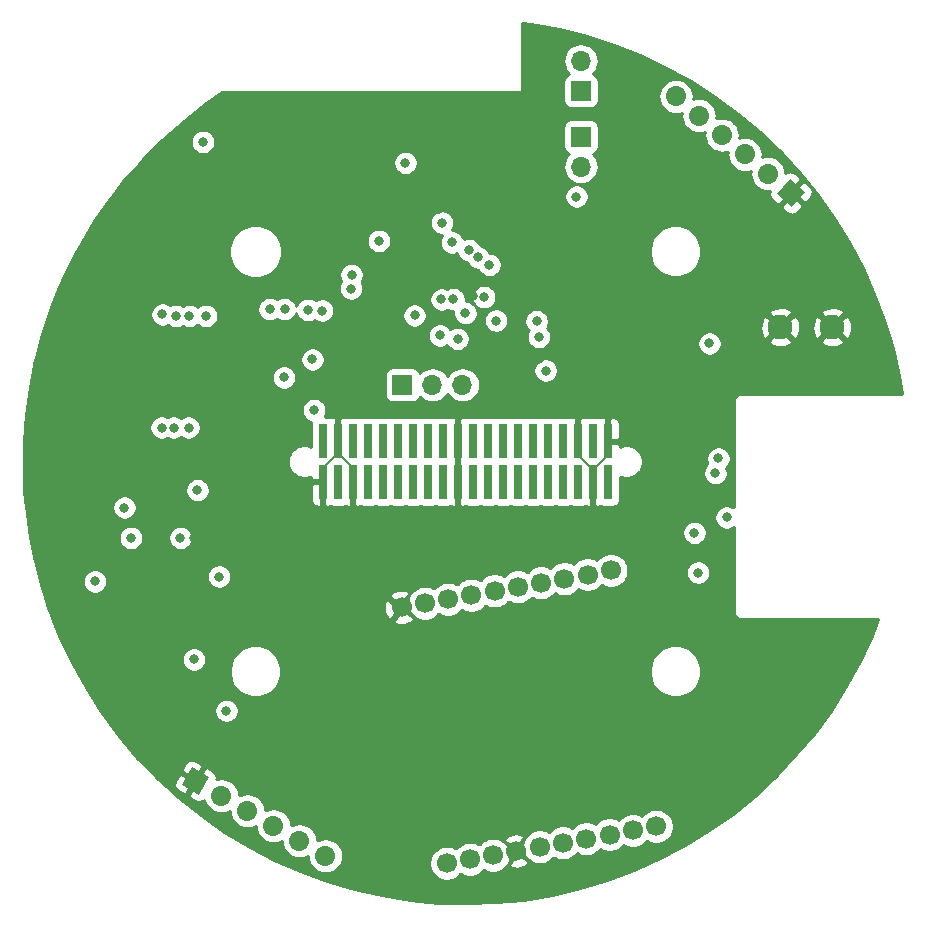
<source format=gbr>
G04 #@! TF.GenerationSoftware,KiCad,Pcbnew,(5.1.4)-1*
G04 #@! TF.CreationDate,2020-01-28T12:58:01-05:00*
G04 #@! TF.ProjectId,MASA-Radio Board,4d415341-2d52-4616-9469-6f20426f6172,rev?*
G04 #@! TF.SameCoordinates,Original*
G04 #@! TF.FileFunction,Copper,L4,Bot*
G04 #@! TF.FilePolarity,Positive*
%FSLAX46Y46*%
G04 Gerber Fmt 4.6, Leading zero omitted, Abs format (unit mm)*
G04 Created by KiCad (PCBNEW (5.1.4)-1) date 2020-01-28 12:58:01*
%MOMM*%
%LPD*%
G04 APERTURE LIST*
%ADD10C,2.100000*%
%ADD11C,1.700000*%
%ADD12C,0.100000*%
%ADD13C,1.700000*%
%ADD14O,1.700000X1.700000*%
%ADD15R,1.700000X1.700000*%
%ADD16R,0.740000X2.920000*%
%ADD17C,0.800000*%
%ADD18C,0.203200*%
%ADD19C,0.254000*%
G04 APERTURE END LIST*
D10*
X183460000Y-115640000D03*
X179060000Y-115640000D03*
D11*
X179959000Y-104267000D03*
D12*
G36*
X179854232Y-103069493D02*
G01*
X181156507Y-104162232D01*
X180063768Y-105464507D01*
X178761493Y-104371768D01*
X179854232Y-103069493D01*
X179854232Y-103069493D01*
G37*
D11*
X178013247Y-102634319D03*
D13*
X178013247Y-102634319D02*
X178013247Y-102634319D01*
D11*
X176067494Y-101001639D03*
D13*
X176067494Y-101001639D02*
X176067494Y-101001639D01*
D11*
X174121741Y-99368958D03*
D13*
X174121741Y-99368958D02*
X174121741Y-99368958D01*
D11*
X172175988Y-97736278D03*
D13*
X172175988Y-97736278D02*
X172175988Y-97736278D01*
D11*
X170230236Y-96103597D03*
D13*
X170230236Y-96103597D02*
X170230236Y-96103597D01*
D11*
X168538847Y-157898111D03*
X166569231Y-158245407D03*
X164599616Y-158592703D03*
X162630000Y-158940000D03*
X160660385Y-159287296D03*
X158690769Y-159634592D03*
X156721154Y-159981889D03*
X154751538Y-160329185D03*
X152781923Y-160676482D03*
X150812307Y-161023778D03*
X146992047Y-139358007D03*
X148961663Y-139010711D03*
X150931278Y-138663415D03*
X152900894Y-138316118D03*
X154870509Y-137968822D03*
X156840125Y-137621526D03*
X158809740Y-137274229D03*
X160779356Y-136926933D03*
X162748971Y-136579636D03*
X164718587Y-136232340D03*
D14*
X162179000Y-93091000D03*
D15*
X162179000Y-95631000D03*
D11*
X140538523Y-160401000D03*
D13*
X140538523Y-160401000D02*
X140538523Y-160401000D01*
D11*
X138338818Y-159131000D03*
D13*
X138338818Y-159131000D02*
X138338818Y-159131000D01*
D11*
X136139114Y-157861000D03*
D13*
X136139114Y-157861000D02*
X136139114Y-157861000D01*
D11*
X133939409Y-156591000D03*
D13*
X133939409Y-156591000D02*
X133939409Y-156591000D01*
D11*
X131739705Y-155321000D03*
D13*
X131739705Y-155321000D02*
X131739705Y-155321000D01*
D11*
X129540000Y-154051000D03*
D12*
G36*
X129851122Y-155212122D02*
G01*
X128378878Y-154362122D01*
X129228878Y-152889878D01*
X130701122Y-153739878D01*
X129851122Y-155212122D01*
X129851122Y-155212122D01*
G37*
D14*
X152146000Y-120523000D03*
X149606000Y-120523000D03*
D15*
X147066000Y-120523000D03*
D14*
X162179000Y-102044500D03*
D15*
X162179000Y-99504500D03*
D16*
X164465000Y-125314200D03*
X164465000Y-128744200D03*
X163195000Y-125314200D03*
X163195000Y-128744200D03*
X161925000Y-125314200D03*
X161925000Y-128744200D03*
X160655000Y-125314200D03*
X160655000Y-128744200D03*
X159385000Y-125314200D03*
X159385000Y-128744200D03*
X158115000Y-125314200D03*
X158115000Y-128744200D03*
X156845000Y-125314200D03*
X156845000Y-128744200D03*
X155575000Y-125314200D03*
X155575000Y-128744200D03*
X154305000Y-125314200D03*
X154305000Y-128744200D03*
X153035000Y-125314200D03*
X153035000Y-128744200D03*
X151765000Y-125314200D03*
X151765000Y-128744200D03*
X150495000Y-125314200D03*
X150495000Y-128744200D03*
X149225000Y-125314200D03*
X149225000Y-128744200D03*
X147955000Y-125314200D03*
X147955000Y-128744200D03*
X146685000Y-125314200D03*
X146685000Y-128744200D03*
X145415000Y-125314200D03*
X145415000Y-128744200D03*
X144145000Y-125314200D03*
X144145000Y-128744200D03*
X142875000Y-125314200D03*
X142875000Y-128744200D03*
X141605000Y-125314200D03*
X141605000Y-128744200D03*
X140335000Y-125314200D03*
X140335000Y-128744200D03*
D17*
X118970000Y-135490000D03*
X121412000Y-127635000D03*
X157988000Y-121412000D03*
X147066000Y-117602000D03*
X131826000Y-96393000D03*
X133477000Y-96520000D03*
X136144000Y-96520000D03*
X141605000Y-99314000D03*
X141605000Y-100584000D03*
X141605000Y-97663000D03*
X161036000Y-121793000D03*
X161036000Y-120142000D03*
X158623000Y-118364000D03*
X163703000Y-118364000D03*
X172085000Y-125095000D03*
X174260000Y-120140000D03*
X170561000Y-130810000D03*
X139700000Y-132207000D03*
X136080000Y-132470000D03*
X136398000Y-138684000D03*
X129413000Y-133477000D03*
X123660000Y-137330000D03*
X120015000Y-132080000D03*
X121150000Y-134870000D03*
X119507000Y-142748000D03*
X127508000Y-128270000D03*
X123825000Y-128143000D03*
X135700000Y-130150000D03*
X138782653Y-120376046D03*
X173462005Y-129602926D03*
X171450000Y-119380000D03*
X153416000Y-116586000D03*
X134493000Y-118364000D03*
X178181000Y-105918000D03*
X149860000Y-117729000D03*
X144145000Y-122682000D03*
X155829000Y-110363000D03*
X153035000Y-113030000D03*
X147383500Y-106426000D03*
X128016000Y-136461500D03*
X124206000Y-139192000D03*
X131000500Y-135255000D03*
X127530000Y-130810000D03*
X130175000Y-127762000D03*
X125031500Y-144335500D03*
X134683500Y-124333000D03*
X135890000Y-125730000D03*
X165036500Y-132905500D03*
X168084500Y-130810000D03*
X166560500Y-124015500D03*
X153543000Y-119253000D03*
X124968000Y-142494000D03*
X150177500Y-105600500D03*
X122618500Y-114681000D03*
X166790000Y-114860000D03*
X171680000Y-115060000D03*
X149500000Y-114700000D03*
X164750000Y-102300000D03*
X166250000Y-102300000D03*
X172850000Y-102000000D03*
X176400000Y-103600000D03*
X177600000Y-104750000D03*
X179550000Y-106500000D03*
X180850000Y-107900000D03*
X181450000Y-109500000D03*
X171550000Y-104650000D03*
X173200000Y-104700000D03*
X174530000Y-105300000D03*
X175530000Y-106130000D03*
X176550000Y-107250000D03*
X177850000Y-108300000D03*
X178700000Y-109150000D03*
X161150000Y-105700000D03*
X160100000Y-106700000D03*
X159000000Y-107750000D03*
X160600000Y-109300000D03*
X159300000Y-110300000D03*
X161550000Y-108300000D03*
X162600000Y-107300000D03*
X163500000Y-106300000D03*
X164400000Y-105500000D03*
X165200000Y-104650000D03*
X167350000Y-102350000D03*
X177650000Y-144350000D03*
X181350000Y-143700000D03*
X184350000Y-143100000D03*
X179850000Y-149150000D03*
X175750000Y-154100000D03*
X172200000Y-153050000D03*
X173750000Y-148300000D03*
X169000000Y-149350000D03*
X168400000Y-152950000D03*
X164400000Y-153300000D03*
X160350000Y-155600000D03*
X155000000Y-157100000D03*
X149950000Y-158400000D03*
X156100000Y-153150000D03*
X160600000Y-150750000D03*
X165400000Y-148100000D03*
X165600000Y-144900000D03*
X168700000Y-141450000D03*
X173200000Y-141850000D03*
X172900000Y-137550000D03*
X164300000Y-139350000D03*
X159950000Y-143950000D03*
X155100000Y-148550000D03*
X150750000Y-153300000D03*
X156800000Y-140850000D03*
X152250000Y-144950000D03*
X149050000Y-148550000D03*
X145650000Y-151050000D03*
X141550000Y-154050000D03*
X137300000Y-153650000D03*
X134500000Y-151900000D03*
X131300000Y-150300000D03*
X127400000Y-150550000D03*
X123850000Y-148700000D03*
X129300000Y-148050000D03*
X134550000Y-148450000D03*
X137550000Y-148950000D03*
X140100000Y-148050000D03*
X138900000Y-143450000D03*
X139050000Y-139150000D03*
X144150000Y-137150000D03*
X149250000Y-135950000D03*
X155900000Y-135550000D03*
X116800000Y-133700000D03*
X117250000Y-129450000D03*
X118050000Y-122800000D03*
X118700000Y-118800000D03*
X120300000Y-113400000D03*
X122050000Y-108650000D03*
X124100000Y-119250000D03*
X123900000Y-123300000D03*
X131850000Y-123700000D03*
X128750000Y-104300000D03*
X134450000Y-104550000D03*
X130900000Y-102050000D03*
X149600000Y-97850000D03*
X153150000Y-97900000D03*
X155800000Y-97900000D03*
X155800000Y-100250000D03*
X153100000Y-100300000D03*
X149350000Y-100050000D03*
X150950000Y-101650000D03*
X154800000Y-101700000D03*
X152800000Y-104950000D03*
X155150000Y-105050000D03*
X155200000Y-106700000D03*
X152950000Y-106900000D03*
X166850000Y-112650000D03*
X172050000Y-112900000D03*
X174650000Y-122200000D03*
X128650000Y-107450000D03*
X128650000Y-110800000D03*
X131400000Y-110850000D03*
X131450000Y-107600000D03*
X137600000Y-107500000D03*
X141100000Y-107050000D03*
X159650000Y-91150000D03*
X159600000Y-92700000D03*
X159300000Y-94250000D03*
X145080000Y-102110000D03*
X147700000Y-112100000D03*
X146510000Y-111020000D03*
X137033000Y-119888000D03*
X139446000Y-118364000D03*
X139594900Y-122660100D03*
X121031000Y-137160000D03*
X124079000Y-133477000D03*
X128270000Y-133477000D03*
X130175000Y-99949000D03*
X171788177Y-133053177D03*
X132170000Y-148110000D03*
X150241000Y-116332000D03*
X129710000Y-129430000D03*
X153987500Y-113093500D03*
X161798000Y-104584500D03*
X158623000Y-116459000D03*
X123520000Y-130910000D03*
X172107500Y-136422500D03*
X148100000Y-114640000D03*
X151740000Y-116620000D03*
X142760000Y-111210000D03*
X126746000Y-114554000D03*
X152700889Y-109106225D03*
X127889000Y-114681000D03*
X153479500Y-109734825D03*
X154426471Y-110363425D03*
X129032000Y-114681000D03*
X155003500Y-115085801D03*
X152400000Y-114457201D03*
X151380654Y-113271349D03*
X150368000Y-113284000D03*
X130429000Y-114681000D03*
X135826500Y-114109500D03*
X150400000Y-106790000D03*
X145080000Y-108330000D03*
X140271500Y-114236500D03*
X128968500Y-124142500D03*
X139065000Y-114173000D03*
X127698500Y-124142500D03*
X137096500Y-114109500D03*
X126682500Y-124142500D03*
X131549500Y-136756500D03*
X129413000Y-143764000D03*
X159197000Y-119314000D03*
X158432500Y-115125500D03*
X147320000Y-101727000D03*
X151257000Y-108458000D03*
X174510000Y-131740000D03*
X173570000Y-128000000D03*
X173060000Y-117010000D03*
X173810000Y-126750000D03*
X142730000Y-112370000D03*
D18*
X140335000Y-127584200D02*
X141605000Y-126314200D01*
X140335000Y-127744200D02*
X140335000Y-127584200D01*
X142875000Y-127584200D02*
X141605000Y-126314200D01*
X142875000Y-127744200D02*
X142875000Y-127584200D01*
X151815800Y-126314200D02*
X151765000Y-126314200D01*
X140335000Y-131572000D02*
X139700000Y-132207000D01*
X140335000Y-127744200D02*
X140335000Y-131572000D01*
X151765000Y-126314200D02*
X151765000Y-127744200D01*
X161925000Y-126474200D02*
X163195000Y-127744200D01*
X161925000Y-126314200D02*
X161925000Y-126474200D01*
X164465000Y-126474200D02*
X163195000Y-127744200D01*
X164465000Y-126314200D02*
X164465000Y-126474200D01*
X161925000Y-122682000D02*
X161036000Y-121793000D01*
X161925000Y-126314200D02*
X161925000Y-122682000D01*
D19*
G36*
X157938218Y-89987673D02*
G01*
X160315174Y-90422218D01*
X162659105Y-91009239D01*
X164960305Y-91746307D01*
X167209129Y-92630336D01*
X169396213Y-93657641D01*
X171512443Y-94823943D01*
X173549010Y-96124386D01*
X175497384Y-97553524D01*
X177349500Y-99105437D01*
X179097588Y-100773621D01*
X180734391Y-102551147D01*
X182253070Y-104430589D01*
X183647308Y-106404128D01*
X184911274Y-108463517D01*
X186039711Y-110600183D01*
X187027909Y-112805209D01*
X187871753Y-115069414D01*
X188567725Y-117383362D01*
X189113035Y-119737880D01*
X189365774Y-121260000D01*
X175800419Y-121260000D01*
X175768000Y-121256807D01*
X175735581Y-121260000D01*
X175638617Y-121269550D01*
X175514207Y-121307290D01*
X175399550Y-121368575D01*
X175299052Y-121451052D01*
X175216575Y-121551550D01*
X175155290Y-121666207D01*
X175117550Y-121790617D01*
X175104807Y-121920000D01*
X175108000Y-121952419D01*
X175108001Y-130894787D01*
X175000256Y-130822795D01*
X174811898Y-130744774D01*
X174611939Y-130705000D01*
X174408061Y-130705000D01*
X174208102Y-130744774D01*
X174019744Y-130822795D01*
X173850226Y-130936063D01*
X173706063Y-131080226D01*
X173592795Y-131249744D01*
X173514774Y-131438102D01*
X173475000Y-131638061D01*
X173475000Y-131841939D01*
X173514774Y-132041898D01*
X173592795Y-132230256D01*
X173706063Y-132399774D01*
X173850226Y-132543937D01*
X174019744Y-132657205D01*
X174208102Y-132735226D01*
X174408061Y-132775000D01*
X174611939Y-132775000D01*
X174811898Y-132735226D01*
X175000256Y-132657205D01*
X175108001Y-132585213D01*
X175108001Y-139667064D01*
X175104808Y-139698980D01*
X175108001Y-139731918D01*
X175108001Y-139732419D01*
X175111083Y-139763713D01*
X175117352Y-139828381D01*
X175117501Y-139828875D01*
X175117551Y-139829383D01*
X175136246Y-139891010D01*
X175154901Y-139952849D01*
X175155142Y-139953301D01*
X175155291Y-139953793D01*
X175185711Y-140010706D01*
X175216009Y-140067600D01*
X175216334Y-140067997D01*
X175216576Y-140068450D01*
X175257477Y-140118288D01*
X175298331Y-140168225D01*
X175298728Y-140168552D01*
X175299053Y-140168948D01*
X175348847Y-140209813D01*
X175398702Y-140250857D01*
X175399155Y-140251100D01*
X175399551Y-140251425D01*
X175456531Y-140281881D01*
X175513265Y-140312318D01*
X175513753Y-140312467D01*
X175514208Y-140312710D01*
X175576027Y-140331463D01*
X175637616Y-140350250D01*
X175638127Y-140350301D01*
X175638618Y-140350450D01*
X175702980Y-140356789D01*
X175734566Y-140359949D01*
X175735071Y-140359950D01*
X175768000Y-140363193D01*
X175799916Y-140360050D01*
X187331773Y-140377802D01*
X186795464Y-141749108D01*
X185771977Y-143937983D01*
X184609362Y-146056262D01*
X183312488Y-148095076D01*
X181886740Y-150045961D01*
X180338072Y-151900769D01*
X178672933Y-153651775D01*
X176898269Y-155291676D01*
X175021478Y-156813636D01*
X173050384Y-158211309D01*
X170993203Y-159478869D01*
X168858515Y-160611031D01*
X166655207Y-161603080D01*
X164392472Y-162450878D01*
X162079754Y-163150885D01*
X159726680Y-163700189D01*
X157343064Y-164096499D01*
X154938830Y-164338164D01*
X152524015Y-164424173D01*
X150108693Y-164354171D01*
X147702923Y-164128447D01*
X145316713Y-163747941D01*
X142960057Y-163214246D01*
X140642752Y-162529583D01*
X138374439Y-161696797D01*
X136164611Y-160719375D01*
X134022465Y-159601386D01*
X131956937Y-158347493D01*
X129976608Y-156962905D01*
X128089774Y-155453419D01*
X127881020Y-155263066D01*
X128986860Y-155263066D01*
X129044967Y-155479923D01*
X129532086Y-155764708D01*
X129646020Y-155816332D01*
X129767837Y-155844735D01*
X129892854Y-155848827D01*
X130016267Y-155828452D01*
X130133333Y-155784391D01*
X130239555Y-155718339D01*
X130293180Y-155668114D01*
X130361106Y-155892034D01*
X130498999Y-156150014D01*
X130684571Y-156376134D01*
X130910691Y-156561706D01*
X131168671Y-156699599D01*
X131448594Y-156784513D01*
X131666755Y-156806000D01*
X131812655Y-156806000D01*
X132030816Y-156784513D01*
X132310739Y-156699599D01*
X132450559Y-156624864D01*
X132475896Y-156882111D01*
X132560810Y-157162034D01*
X132698703Y-157420014D01*
X132884275Y-157646134D01*
X133110395Y-157831706D01*
X133368375Y-157969599D01*
X133648298Y-158054513D01*
X133866459Y-158076000D01*
X134012359Y-158076000D01*
X134230520Y-158054513D01*
X134510443Y-157969599D01*
X134650264Y-157894863D01*
X134675601Y-158152111D01*
X134760515Y-158432034D01*
X134898408Y-158690014D01*
X135083980Y-158916134D01*
X135310100Y-159101706D01*
X135568080Y-159239599D01*
X135848003Y-159324513D01*
X136066164Y-159346000D01*
X136212064Y-159346000D01*
X136430225Y-159324513D01*
X136710148Y-159239599D01*
X136849968Y-159164864D01*
X136875305Y-159422111D01*
X136960219Y-159702034D01*
X137098112Y-159960014D01*
X137283684Y-160186134D01*
X137509804Y-160371706D01*
X137767784Y-160509599D01*
X138047707Y-160594513D01*
X138265868Y-160616000D01*
X138411768Y-160616000D01*
X138629929Y-160594513D01*
X138909852Y-160509599D01*
X139049673Y-160434863D01*
X139075010Y-160692111D01*
X139159924Y-160972034D01*
X139297817Y-161230014D01*
X139483389Y-161456134D01*
X139709509Y-161641706D01*
X139967489Y-161779599D01*
X140247412Y-161864513D01*
X140465573Y-161886000D01*
X140611473Y-161886000D01*
X140829634Y-161864513D01*
X141109557Y-161779599D01*
X141367537Y-161641706D01*
X141593657Y-161456134D01*
X141779229Y-161230014D01*
X141917122Y-160972034D01*
X141945793Y-160877518D01*
X149327307Y-160877518D01*
X149327307Y-161170038D01*
X149384375Y-161456936D01*
X149496317Y-161727189D01*
X149658832Y-161970410D01*
X149865675Y-162177253D01*
X150108896Y-162339768D01*
X150379149Y-162451710D01*
X150666047Y-162508778D01*
X150958567Y-162508778D01*
X151245465Y-162451710D01*
X151515718Y-162339768D01*
X151758939Y-162177253D01*
X151965782Y-161970410D01*
X151990386Y-161933588D01*
X152078512Y-161992472D01*
X152348765Y-162104414D01*
X152635663Y-162161482D01*
X152928183Y-162161482D01*
X153215081Y-162104414D01*
X153485334Y-161992472D01*
X153728555Y-161829957D01*
X153935398Y-161623114D01*
X153960002Y-161586292D01*
X154048127Y-161645175D01*
X154318380Y-161757117D01*
X154605278Y-161814185D01*
X154897798Y-161814185D01*
X155184696Y-161757117D01*
X155454949Y-161645175D01*
X155698170Y-161482660D01*
X155905013Y-161275817D01*
X155994390Y-161142054D01*
X156063836Y-161142054D01*
X156183544Y-161373863D01*
X156465434Y-161451999D01*
X156757152Y-161473641D01*
X157047486Y-161437954D01*
X157325280Y-161346312D01*
X157579858Y-161202235D01*
X157702426Y-161106043D01*
X157735630Y-160847271D01*
X156752342Y-160158766D01*
X156063836Y-161142054D01*
X155994390Y-161142054D01*
X156067528Y-161032596D01*
X156179470Y-160762343D01*
X156194160Y-160688491D01*
X156707013Y-160175638D01*
X156527405Y-159996030D01*
X156524327Y-159999108D01*
X156098729Y-159701101D01*
X156067528Y-159625774D01*
X155905013Y-159382553D01*
X155698170Y-159175710D01*
X155609567Y-159116507D01*
X155706678Y-159116507D01*
X156689966Y-159805012D01*
X156701779Y-159788140D01*
X156735295Y-159788140D01*
X156914903Y-159967748D01*
X156917981Y-159964670D01*
X157343578Y-160262676D01*
X157374779Y-160338003D01*
X157537294Y-160581224D01*
X157744137Y-160788067D01*
X157987358Y-160950582D01*
X158257611Y-161062524D01*
X158544509Y-161119592D01*
X158837029Y-161119592D01*
X159123927Y-161062524D01*
X159394180Y-160950582D01*
X159637401Y-160788067D01*
X159844244Y-160581224D01*
X159868848Y-160544402D01*
X159956974Y-160603286D01*
X160227227Y-160715228D01*
X160514125Y-160772296D01*
X160806645Y-160772296D01*
X161093543Y-160715228D01*
X161363796Y-160603286D01*
X161607017Y-160440771D01*
X161813860Y-160233928D01*
X161838463Y-160197106D01*
X161926589Y-160255990D01*
X162196842Y-160367932D01*
X162483740Y-160425000D01*
X162776260Y-160425000D01*
X163063158Y-160367932D01*
X163333411Y-160255990D01*
X163576632Y-160093475D01*
X163783475Y-159886632D01*
X163808079Y-159849809D01*
X163896205Y-159908693D01*
X164166458Y-160020635D01*
X164453356Y-160077703D01*
X164745876Y-160077703D01*
X165032774Y-160020635D01*
X165303027Y-159908693D01*
X165546248Y-159746178D01*
X165753091Y-159539335D01*
X165777694Y-159502513D01*
X165865820Y-159561397D01*
X166136073Y-159673339D01*
X166422971Y-159730407D01*
X166715491Y-159730407D01*
X167002389Y-159673339D01*
X167272642Y-159561397D01*
X167515863Y-159398882D01*
X167722706Y-159192039D01*
X167747310Y-159155217D01*
X167835436Y-159214101D01*
X168105689Y-159326043D01*
X168392587Y-159383111D01*
X168685107Y-159383111D01*
X168972005Y-159326043D01*
X169242258Y-159214101D01*
X169485479Y-159051586D01*
X169692322Y-158844743D01*
X169854837Y-158601522D01*
X169966779Y-158331269D01*
X170023847Y-158044371D01*
X170023847Y-157751851D01*
X169966779Y-157464953D01*
X169854837Y-157194700D01*
X169692322Y-156951479D01*
X169485479Y-156744636D01*
X169242258Y-156582121D01*
X168972005Y-156470179D01*
X168685107Y-156413111D01*
X168392587Y-156413111D01*
X168105689Y-156470179D01*
X167835436Y-156582121D01*
X167592215Y-156744636D01*
X167385372Y-156951479D01*
X167360768Y-156988301D01*
X167272642Y-156929417D01*
X167002389Y-156817475D01*
X166715491Y-156760407D01*
X166422971Y-156760407D01*
X166136073Y-156817475D01*
X165865820Y-156929417D01*
X165622599Y-157091932D01*
X165415756Y-157298775D01*
X165391153Y-157335597D01*
X165303027Y-157276713D01*
X165032774Y-157164771D01*
X164745876Y-157107703D01*
X164453356Y-157107703D01*
X164166458Y-157164771D01*
X163896205Y-157276713D01*
X163652984Y-157439228D01*
X163446141Y-157646071D01*
X163421537Y-157682894D01*
X163333411Y-157624010D01*
X163063158Y-157512068D01*
X162776260Y-157455000D01*
X162483740Y-157455000D01*
X162196842Y-157512068D01*
X161926589Y-157624010D01*
X161683368Y-157786525D01*
X161476525Y-157993368D01*
X161451922Y-158030190D01*
X161363796Y-157971306D01*
X161093543Y-157859364D01*
X160806645Y-157802296D01*
X160514125Y-157802296D01*
X160227227Y-157859364D01*
X159956974Y-157971306D01*
X159713753Y-158133821D01*
X159506910Y-158340664D01*
X159482306Y-158377486D01*
X159394180Y-158318602D01*
X159123927Y-158206660D01*
X158837029Y-158149592D01*
X158544509Y-158149592D01*
X158257611Y-158206660D01*
X157987358Y-158318602D01*
X157744137Y-158481117D01*
X157537294Y-158687960D01*
X157374779Y-158931181D01*
X157262837Y-159201434D01*
X157248146Y-159275289D01*
X156735295Y-159788140D01*
X156701779Y-159788140D01*
X157378472Y-158821724D01*
X157258764Y-158589915D01*
X156976874Y-158511779D01*
X156685156Y-158490137D01*
X156394822Y-158525824D01*
X156117028Y-158617466D01*
X155862450Y-158761543D01*
X155739882Y-158857735D01*
X155706678Y-159116507D01*
X155609567Y-159116507D01*
X155454949Y-159013195D01*
X155184696Y-158901253D01*
X154897798Y-158844185D01*
X154605278Y-158844185D01*
X154318380Y-158901253D01*
X154048127Y-159013195D01*
X153804906Y-159175710D01*
X153598063Y-159382553D01*
X153573459Y-159419375D01*
X153485334Y-159360492D01*
X153215081Y-159248550D01*
X152928183Y-159191482D01*
X152635663Y-159191482D01*
X152348765Y-159248550D01*
X152078512Y-159360492D01*
X151835291Y-159523007D01*
X151628448Y-159729850D01*
X151603844Y-159766672D01*
X151515718Y-159707788D01*
X151245465Y-159595846D01*
X150958567Y-159538778D01*
X150666047Y-159538778D01*
X150379149Y-159595846D01*
X150108896Y-159707788D01*
X149865675Y-159870303D01*
X149658832Y-160077146D01*
X149496317Y-160320367D01*
X149384375Y-160590620D01*
X149327307Y-160877518D01*
X141945793Y-160877518D01*
X142002036Y-160692111D01*
X142030708Y-160401000D01*
X142002036Y-160109889D01*
X141917122Y-159829966D01*
X141779229Y-159571986D01*
X141593657Y-159345866D01*
X141367537Y-159160294D01*
X141109557Y-159022401D01*
X140829634Y-158937487D01*
X140611473Y-158916000D01*
X140465573Y-158916000D01*
X140247412Y-158937487D01*
X139967489Y-159022401D01*
X139827668Y-159097137D01*
X139802331Y-158839889D01*
X139717417Y-158559966D01*
X139579524Y-158301986D01*
X139393952Y-158075866D01*
X139167832Y-157890294D01*
X138909852Y-157752401D01*
X138629929Y-157667487D01*
X138411768Y-157646000D01*
X138265868Y-157646000D01*
X138047707Y-157667487D01*
X137767784Y-157752401D01*
X137627964Y-157827136D01*
X137602627Y-157569889D01*
X137517713Y-157289966D01*
X137379820Y-157031986D01*
X137194248Y-156805866D01*
X136968128Y-156620294D01*
X136710148Y-156482401D01*
X136430225Y-156397487D01*
X136212064Y-156376000D01*
X136066164Y-156376000D01*
X135848003Y-156397487D01*
X135568080Y-156482401D01*
X135428259Y-156557137D01*
X135402922Y-156299889D01*
X135318008Y-156019966D01*
X135180115Y-155761986D01*
X134994543Y-155535866D01*
X134768423Y-155350294D01*
X134510443Y-155212401D01*
X134230520Y-155127487D01*
X134012359Y-155106000D01*
X133866459Y-155106000D01*
X133648298Y-155127487D01*
X133368375Y-155212401D01*
X133228555Y-155287136D01*
X133203218Y-155029889D01*
X133118304Y-154749966D01*
X132980411Y-154491986D01*
X132794839Y-154265866D01*
X132568719Y-154080294D01*
X132310739Y-153942401D01*
X132030816Y-153857487D01*
X131812655Y-153836000D01*
X131666755Y-153836000D01*
X131448594Y-153857487D01*
X131316381Y-153897594D01*
X131333735Y-153823163D01*
X131337827Y-153698146D01*
X131317452Y-153574733D01*
X131273391Y-153457667D01*
X131207339Y-153351445D01*
X131121832Y-153260150D01*
X131020158Y-153187292D01*
X130529967Y-152907827D01*
X130313110Y-152965934D01*
X129713485Y-154004515D01*
X129730806Y-154014515D01*
X129603806Y-154234485D01*
X129586485Y-154224485D01*
X128986860Y-155263066D01*
X127881020Y-155263066D01*
X126938747Y-154403854D01*
X127742173Y-154403854D01*
X127762548Y-154527267D01*
X127806609Y-154644333D01*
X127872661Y-154750555D01*
X127958168Y-154841850D01*
X128059842Y-154914708D01*
X128550033Y-155194173D01*
X128766890Y-155136066D01*
X129366515Y-154097485D01*
X128327934Y-153497860D01*
X128111077Y-153555967D01*
X127826292Y-154043086D01*
X127774668Y-154157020D01*
X127746265Y-154278837D01*
X127742173Y-154403854D01*
X126938747Y-154403854D01*
X126304287Y-153825322D01*
X125567771Y-153061033D01*
X128396827Y-153061033D01*
X128454934Y-153277890D01*
X129493515Y-153877515D01*
X130093140Y-152838934D01*
X130035033Y-152622077D01*
X129547914Y-152337292D01*
X129433980Y-152285668D01*
X129312163Y-152257265D01*
X129187146Y-152253173D01*
X129063733Y-152273548D01*
X128946667Y-152317609D01*
X128840445Y-152383661D01*
X128749150Y-152469168D01*
X128676292Y-152570842D01*
X128396827Y-153061033D01*
X125567771Y-153061033D01*
X124627584Y-152085395D01*
X123066645Y-150240878D01*
X121628008Y-148299500D01*
X121439902Y-148008061D01*
X131135000Y-148008061D01*
X131135000Y-148211939D01*
X131174774Y-148411898D01*
X131252795Y-148600256D01*
X131366063Y-148769774D01*
X131510226Y-148913937D01*
X131679744Y-149027205D01*
X131868102Y-149105226D01*
X132068061Y-149145000D01*
X132271939Y-149145000D01*
X132471898Y-149105226D01*
X132660256Y-149027205D01*
X132829774Y-148913937D01*
X132973937Y-148769774D01*
X133087205Y-148600256D01*
X133165226Y-148411898D01*
X133205000Y-148211939D01*
X133205000Y-148008061D01*
X133165226Y-147808102D01*
X133087205Y-147619744D01*
X132973937Y-147450226D01*
X132829774Y-147306063D01*
X132660256Y-147192795D01*
X132471898Y-147114774D01*
X132271939Y-147075000D01*
X132068061Y-147075000D01*
X131868102Y-147114774D01*
X131679744Y-147192795D01*
X131510226Y-147306063D01*
X131366063Y-147450226D01*
X131252795Y-147619744D01*
X131174774Y-147808102D01*
X131135000Y-148008061D01*
X121439902Y-148008061D01*
X120317637Y-146269305D01*
X119141016Y-144158792D01*
X118904728Y-143662061D01*
X128378000Y-143662061D01*
X128378000Y-143865939D01*
X128417774Y-144065898D01*
X128495795Y-144254256D01*
X128609063Y-144423774D01*
X128753226Y-144567937D01*
X128922744Y-144681205D01*
X129111102Y-144759226D01*
X129311061Y-144799000D01*
X129514939Y-144799000D01*
X129714898Y-144759226D01*
X129903256Y-144681205D01*
X130072774Y-144567937D01*
X130076741Y-144563970D01*
X132426613Y-144563970D01*
X132426613Y-144996030D01*
X132510904Y-145419787D01*
X132676246Y-145818958D01*
X132916285Y-146178203D01*
X133221797Y-146483715D01*
X133581042Y-146723754D01*
X133980213Y-146889096D01*
X134403970Y-146973387D01*
X134836030Y-146973387D01*
X135259787Y-146889096D01*
X135658958Y-146723754D01*
X136018203Y-146483715D01*
X136323715Y-146178203D01*
X136563754Y-145818958D01*
X136729096Y-145419787D01*
X136813387Y-144996030D01*
X136813387Y-144563970D01*
X167986613Y-144563970D01*
X167986613Y-144996030D01*
X168070904Y-145419787D01*
X168236246Y-145818958D01*
X168476285Y-146178203D01*
X168781797Y-146483715D01*
X169141042Y-146723754D01*
X169540213Y-146889096D01*
X169963970Y-146973387D01*
X170396030Y-146973387D01*
X170819787Y-146889096D01*
X171218958Y-146723754D01*
X171578203Y-146483715D01*
X171883715Y-146178203D01*
X172123754Y-145818958D01*
X172289096Y-145419787D01*
X172373387Y-144996030D01*
X172373387Y-144563970D01*
X172289096Y-144140213D01*
X172123754Y-143741042D01*
X171883715Y-143381797D01*
X171578203Y-143076285D01*
X171218958Y-142836246D01*
X170819787Y-142670904D01*
X170396030Y-142586613D01*
X169963970Y-142586613D01*
X169540213Y-142670904D01*
X169141042Y-142836246D01*
X168781797Y-143076285D01*
X168476285Y-143381797D01*
X168236246Y-143741042D01*
X168070904Y-144140213D01*
X167986613Y-144563970D01*
X136813387Y-144563970D01*
X136729096Y-144140213D01*
X136563754Y-143741042D01*
X136323715Y-143381797D01*
X136018203Y-143076285D01*
X135658958Y-142836246D01*
X135259787Y-142670904D01*
X134836030Y-142586613D01*
X134403970Y-142586613D01*
X133980213Y-142670904D01*
X133581042Y-142836246D01*
X133221797Y-143076285D01*
X132916285Y-143381797D01*
X132676246Y-143741042D01*
X132510904Y-144140213D01*
X132426613Y-144563970D01*
X130076741Y-144563970D01*
X130216937Y-144423774D01*
X130330205Y-144254256D01*
X130408226Y-144065898D01*
X130448000Y-143865939D01*
X130448000Y-143662061D01*
X130408226Y-143462102D01*
X130330205Y-143273744D01*
X130216937Y-143104226D01*
X130072774Y-142960063D01*
X129903256Y-142846795D01*
X129714898Y-142768774D01*
X129514939Y-142729000D01*
X129311061Y-142729000D01*
X129111102Y-142768774D01*
X128922744Y-142846795D01*
X128753226Y-142960063D01*
X128609063Y-143104226D01*
X128495795Y-143273744D01*
X128417774Y-143462102D01*
X128378000Y-143662061D01*
X118904728Y-143662061D01*
X118103044Y-141976747D01*
X117521431Y-140518172D01*
X146334729Y-140518172D01*
X146454437Y-140749981D01*
X146736327Y-140828117D01*
X147028045Y-140849759D01*
X147318379Y-140814072D01*
X147596173Y-140722430D01*
X147850751Y-140578353D01*
X147973319Y-140482161D01*
X148006523Y-140223389D01*
X147023235Y-139534884D01*
X146334729Y-140518172D01*
X117521431Y-140518172D01*
X117208047Y-139732265D01*
X117097880Y-139394005D01*
X145500295Y-139394005D01*
X145535982Y-139684339D01*
X145627624Y-139962133D01*
X145771701Y-140216711D01*
X145867893Y-140339279D01*
X146126665Y-140372483D01*
X146815170Y-139389195D01*
X145831882Y-138700689D01*
X145600073Y-138820397D01*
X145521937Y-139102287D01*
X145500295Y-139394005D01*
X117097880Y-139394005D01*
X116804310Y-138492625D01*
X145977571Y-138492625D01*
X146960859Y-139181130D01*
X146972672Y-139164258D01*
X147006188Y-139164258D01*
X147185796Y-139343866D01*
X147188874Y-139340788D01*
X147614472Y-139638795D01*
X147645673Y-139714122D01*
X147808188Y-139957343D01*
X148015031Y-140164186D01*
X148258252Y-140326701D01*
X148528505Y-140438643D01*
X148815403Y-140495711D01*
X149107923Y-140495711D01*
X149394821Y-140438643D01*
X149665074Y-140326701D01*
X149908295Y-140164186D01*
X150115138Y-139957343D01*
X150139741Y-139920521D01*
X150227867Y-139979405D01*
X150498120Y-140091347D01*
X150785018Y-140148415D01*
X151077538Y-140148415D01*
X151364436Y-140091347D01*
X151634689Y-139979405D01*
X151877910Y-139816890D01*
X152084753Y-139610047D01*
X152109357Y-139573224D01*
X152197483Y-139632108D01*
X152467736Y-139744050D01*
X152754634Y-139801118D01*
X153047154Y-139801118D01*
X153334052Y-139744050D01*
X153604305Y-139632108D01*
X153847526Y-139469593D01*
X154054369Y-139262750D01*
X154078972Y-139225928D01*
X154167098Y-139284812D01*
X154437351Y-139396754D01*
X154724249Y-139453822D01*
X155016769Y-139453822D01*
X155303667Y-139396754D01*
X155573920Y-139284812D01*
X155817141Y-139122297D01*
X156023984Y-138915454D01*
X156048588Y-138878632D01*
X156136714Y-138937516D01*
X156406967Y-139049458D01*
X156693865Y-139106526D01*
X156986385Y-139106526D01*
X157273283Y-139049458D01*
X157543536Y-138937516D01*
X157786757Y-138775001D01*
X157993600Y-138568158D01*
X158018204Y-138531336D01*
X158106329Y-138590219D01*
X158376582Y-138702161D01*
X158663480Y-138759229D01*
X158956000Y-138759229D01*
X159242898Y-138702161D01*
X159513151Y-138590219D01*
X159756372Y-138427704D01*
X159963215Y-138220861D01*
X159987819Y-138184039D01*
X160075945Y-138242923D01*
X160346198Y-138354865D01*
X160633096Y-138411933D01*
X160925616Y-138411933D01*
X161212514Y-138354865D01*
X161482767Y-138242923D01*
X161725988Y-138080408D01*
X161932831Y-137873565D01*
X161957435Y-137836743D01*
X162045560Y-137895626D01*
X162315813Y-138007568D01*
X162602711Y-138064636D01*
X162895231Y-138064636D01*
X163182129Y-138007568D01*
X163452382Y-137895626D01*
X163695603Y-137733111D01*
X163902446Y-137526268D01*
X163927050Y-137489446D01*
X164015176Y-137548330D01*
X164285429Y-137660272D01*
X164572327Y-137717340D01*
X164864847Y-137717340D01*
X165151745Y-137660272D01*
X165421998Y-137548330D01*
X165665219Y-137385815D01*
X165872062Y-137178972D01*
X166034577Y-136935751D01*
X166146519Y-136665498D01*
X166203587Y-136378600D01*
X166203587Y-136320561D01*
X171072500Y-136320561D01*
X171072500Y-136524439D01*
X171112274Y-136724398D01*
X171190295Y-136912756D01*
X171303563Y-137082274D01*
X171447726Y-137226437D01*
X171617244Y-137339705D01*
X171805602Y-137417726D01*
X172005561Y-137457500D01*
X172209439Y-137457500D01*
X172409398Y-137417726D01*
X172597756Y-137339705D01*
X172767274Y-137226437D01*
X172911437Y-137082274D01*
X173024705Y-136912756D01*
X173102726Y-136724398D01*
X173142500Y-136524439D01*
X173142500Y-136320561D01*
X173102726Y-136120602D01*
X173024705Y-135932244D01*
X172911437Y-135762726D01*
X172767274Y-135618563D01*
X172597756Y-135505295D01*
X172409398Y-135427274D01*
X172209439Y-135387500D01*
X172005561Y-135387500D01*
X171805602Y-135427274D01*
X171617244Y-135505295D01*
X171447726Y-135618563D01*
X171303563Y-135762726D01*
X171190295Y-135932244D01*
X171112274Y-136120602D01*
X171072500Y-136320561D01*
X166203587Y-136320561D01*
X166203587Y-136086080D01*
X166146519Y-135799182D01*
X166034577Y-135528929D01*
X165872062Y-135285708D01*
X165665219Y-135078865D01*
X165421998Y-134916350D01*
X165151745Y-134804408D01*
X164864847Y-134747340D01*
X164572327Y-134747340D01*
X164285429Y-134804408D01*
X164015176Y-134916350D01*
X163771955Y-135078865D01*
X163565112Y-135285708D01*
X163540508Y-135322530D01*
X163452382Y-135263646D01*
X163182129Y-135151704D01*
X162895231Y-135094636D01*
X162602711Y-135094636D01*
X162315813Y-135151704D01*
X162045560Y-135263646D01*
X161802339Y-135426161D01*
X161595496Y-135633004D01*
X161570892Y-135669826D01*
X161482767Y-135610943D01*
X161212514Y-135499001D01*
X160925616Y-135441933D01*
X160633096Y-135441933D01*
X160346198Y-135499001D01*
X160075945Y-135610943D01*
X159832724Y-135773458D01*
X159625881Y-135980301D01*
X159601277Y-136017123D01*
X159513151Y-135958239D01*
X159242898Y-135846297D01*
X158956000Y-135789229D01*
X158663480Y-135789229D01*
X158376582Y-135846297D01*
X158106329Y-135958239D01*
X157863108Y-136120754D01*
X157656265Y-136327597D01*
X157631661Y-136364419D01*
X157543536Y-136305536D01*
X157273283Y-136193594D01*
X156986385Y-136136526D01*
X156693865Y-136136526D01*
X156406967Y-136193594D01*
X156136714Y-136305536D01*
X155893493Y-136468051D01*
X155686650Y-136674894D01*
X155662046Y-136711716D01*
X155573920Y-136652832D01*
X155303667Y-136540890D01*
X155016769Y-136483822D01*
X154724249Y-136483822D01*
X154437351Y-136540890D01*
X154167098Y-136652832D01*
X153923877Y-136815347D01*
X153717034Y-137022190D01*
X153692431Y-137059012D01*
X153604305Y-137000128D01*
X153334052Y-136888186D01*
X153047154Y-136831118D01*
X152754634Y-136831118D01*
X152467736Y-136888186D01*
X152197483Y-137000128D01*
X151954262Y-137162643D01*
X151747419Y-137369486D01*
X151722815Y-137406309D01*
X151634689Y-137347425D01*
X151364436Y-137235483D01*
X151077538Y-137178415D01*
X150785018Y-137178415D01*
X150498120Y-137235483D01*
X150227867Y-137347425D01*
X149984646Y-137509940D01*
X149777803Y-137716783D01*
X149753200Y-137753605D01*
X149665074Y-137694721D01*
X149394821Y-137582779D01*
X149107923Y-137525711D01*
X148815403Y-137525711D01*
X148528505Y-137582779D01*
X148258252Y-137694721D01*
X148015031Y-137857236D01*
X147808188Y-138064079D01*
X147645673Y-138307300D01*
X147533731Y-138577553D01*
X147519041Y-138651405D01*
X147006188Y-139164258D01*
X146972672Y-139164258D01*
X147649365Y-138197842D01*
X147529657Y-137966033D01*
X147247767Y-137887897D01*
X146956049Y-137866255D01*
X146665715Y-137901942D01*
X146387921Y-137993584D01*
X146133343Y-138137661D01*
X146010775Y-138233853D01*
X145977571Y-138492625D01*
X116804310Y-138492625D01*
X116459761Y-137434720D01*
X116363473Y-137058061D01*
X119996000Y-137058061D01*
X119996000Y-137261939D01*
X120035774Y-137461898D01*
X120113795Y-137650256D01*
X120227063Y-137819774D01*
X120371226Y-137963937D01*
X120540744Y-138077205D01*
X120729102Y-138155226D01*
X120929061Y-138195000D01*
X121132939Y-138195000D01*
X121332898Y-138155226D01*
X121521256Y-138077205D01*
X121690774Y-137963937D01*
X121834937Y-137819774D01*
X121948205Y-137650256D01*
X122026226Y-137461898D01*
X122066000Y-137261939D01*
X122066000Y-137058061D01*
X122026226Y-136858102D01*
X121948205Y-136669744D01*
X121938061Y-136654561D01*
X130514500Y-136654561D01*
X130514500Y-136858439D01*
X130554274Y-137058398D01*
X130632295Y-137246756D01*
X130745563Y-137416274D01*
X130889726Y-137560437D01*
X131059244Y-137673705D01*
X131247602Y-137751726D01*
X131447561Y-137791500D01*
X131651439Y-137791500D01*
X131851398Y-137751726D01*
X132039756Y-137673705D01*
X132209274Y-137560437D01*
X132353437Y-137416274D01*
X132466705Y-137246756D01*
X132544726Y-137058398D01*
X132584500Y-136858439D01*
X132584500Y-136654561D01*
X132544726Y-136454602D01*
X132466705Y-136266244D01*
X132353437Y-136096726D01*
X132209274Y-135952563D01*
X132039756Y-135839295D01*
X131851398Y-135761274D01*
X131651439Y-135721500D01*
X131447561Y-135721500D01*
X131247602Y-135761274D01*
X131059244Y-135839295D01*
X130889726Y-135952563D01*
X130745563Y-136096726D01*
X130632295Y-136266244D01*
X130554274Y-136454602D01*
X130514500Y-136654561D01*
X121938061Y-136654561D01*
X121834937Y-136500226D01*
X121690774Y-136356063D01*
X121521256Y-136242795D01*
X121332898Y-136164774D01*
X121132939Y-136125000D01*
X120929061Y-136125000D01*
X120729102Y-136164774D01*
X120540744Y-136242795D01*
X120371226Y-136356063D01*
X120227063Y-136500226D01*
X120113795Y-136669744D01*
X120035774Y-136858102D01*
X119996000Y-137058061D01*
X116363473Y-137058061D01*
X115861297Y-135093660D01*
X115538433Y-133375061D01*
X123044000Y-133375061D01*
X123044000Y-133578939D01*
X123083774Y-133778898D01*
X123161795Y-133967256D01*
X123275063Y-134136774D01*
X123419226Y-134280937D01*
X123588744Y-134394205D01*
X123777102Y-134472226D01*
X123977061Y-134512000D01*
X124180939Y-134512000D01*
X124380898Y-134472226D01*
X124569256Y-134394205D01*
X124738774Y-134280937D01*
X124882937Y-134136774D01*
X124996205Y-133967256D01*
X125074226Y-133778898D01*
X125114000Y-133578939D01*
X125114000Y-133375061D01*
X127235000Y-133375061D01*
X127235000Y-133578939D01*
X127274774Y-133778898D01*
X127352795Y-133967256D01*
X127466063Y-134136774D01*
X127610226Y-134280937D01*
X127779744Y-134394205D01*
X127968102Y-134472226D01*
X128168061Y-134512000D01*
X128371939Y-134512000D01*
X128571898Y-134472226D01*
X128760256Y-134394205D01*
X128929774Y-134280937D01*
X129073937Y-134136774D01*
X129187205Y-133967256D01*
X129265226Y-133778898D01*
X129305000Y-133578939D01*
X129305000Y-133375061D01*
X129265226Y-133175102D01*
X129187205Y-132986744D01*
X129163481Y-132951238D01*
X170753177Y-132951238D01*
X170753177Y-133155116D01*
X170792951Y-133355075D01*
X170870972Y-133543433D01*
X170984240Y-133712951D01*
X171128403Y-133857114D01*
X171297921Y-133970382D01*
X171486279Y-134048403D01*
X171686238Y-134088177D01*
X171890116Y-134088177D01*
X172090075Y-134048403D01*
X172278433Y-133970382D01*
X172447951Y-133857114D01*
X172592114Y-133712951D01*
X172705382Y-133543433D01*
X172783403Y-133355075D01*
X172823177Y-133155116D01*
X172823177Y-132951238D01*
X172783403Y-132751279D01*
X172705382Y-132562921D01*
X172592114Y-132393403D01*
X172447951Y-132249240D01*
X172278433Y-132135972D01*
X172090075Y-132057951D01*
X171890116Y-132018177D01*
X171686238Y-132018177D01*
X171486279Y-132057951D01*
X171297921Y-132135972D01*
X171128403Y-132249240D01*
X170984240Y-132393403D01*
X170870972Y-132562921D01*
X170792951Y-132751279D01*
X170753177Y-132951238D01*
X129163481Y-132951238D01*
X129073937Y-132817226D01*
X128929774Y-132673063D01*
X128760256Y-132559795D01*
X128571898Y-132481774D01*
X128371939Y-132442000D01*
X128168061Y-132442000D01*
X127968102Y-132481774D01*
X127779744Y-132559795D01*
X127610226Y-132673063D01*
X127466063Y-132817226D01*
X127352795Y-132986744D01*
X127274774Y-133175102D01*
X127235000Y-133375061D01*
X125114000Y-133375061D01*
X125074226Y-133175102D01*
X124996205Y-132986744D01*
X124882937Y-132817226D01*
X124738774Y-132673063D01*
X124569256Y-132559795D01*
X124380898Y-132481774D01*
X124180939Y-132442000D01*
X123977061Y-132442000D01*
X123777102Y-132481774D01*
X123588744Y-132559795D01*
X123419226Y-132673063D01*
X123275063Y-132817226D01*
X123161795Y-132986744D01*
X123083774Y-133175102D01*
X123044000Y-133375061D01*
X115538433Y-133375061D01*
X115415156Y-132718864D01*
X115182575Y-130808061D01*
X122485000Y-130808061D01*
X122485000Y-131011939D01*
X122524774Y-131211898D01*
X122602795Y-131400256D01*
X122716063Y-131569774D01*
X122860226Y-131713937D01*
X123029744Y-131827205D01*
X123218102Y-131905226D01*
X123418061Y-131945000D01*
X123621939Y-131945000D01*
X123821898Y-131905226D01*
X124010256Y-131827205D01*
X124179774Y-131713937D01*
X124323937Y-131569774D01*
X124437205Y-131400256D01*
X124515226Y-131211898D01*
X124555000Y-131011939D01*
X124555000Y-130808061D01*
X124515226Y-130608102D01*
X124437205Y-130419744D01*
X124323937Y-130250226D01*
X124179774Y-130106063D01*
X124010256Y-129992795D01*
X123821898Y-129914774D01*
X123621939Y-129875000D01*
X123418061Y-129875000D01*
X123218102Y-129914774D01*
X123029744Y-129992795D01*
X122860226Y-130106063D01*
X122716063Y-130250226D01*
X122602795Y-130419744D01*
X122524774Y-130608102D01*
X122485000Y-130808061D01*
X115182575Y-130808061D01*
X115123194Y-130320215D01*
X115067032Y-129328061D01*
X128675000Y-129328061D01*
X128675000Y-129531939D01*
X128714774Y-129731898D01*
X128792795Y-129920256D01*
X128906063Y-130089774D01*
X129050226Y-130233937D01*
X129219744Y-130347205D01*
X129408102Y-130425226D01*
X129608061Y-130465000D01*
X129811939Y-130465000D01*
X130011898Y-130425226D01*
X130200256Y-130347205D01*
X130369774Y-130233937D01*
X130399511Y-130204200D01*
X139326928Y-130204200D01*
X139339188Y-130328682D01*
X139375498Y-130448380D01*
X139434463Y-130558694D01*
X139513815Y-130655385D01*
X139610506Y-130734737D01*
X139720820Y-130793702D01*
X139840518Y-130830012D01*
X139965000Y-130842272D01*
X140049250Y-130839200D01*
X140208000Y-130680450D01*
X140208000Y-128871200D01*
X139488750Y-128871200D01*
X139330000Y-129029950D01*
X139326928Y-130204200D01*
X130399511Y-130204200D01*
X130513937Y-130089774D01*
X130627205Y-129920256D01*
X130705226Y-129731898D01*
X130745000Y-129531939D01*
X130745000Y-129328061D01*
X130705226Y-129128102D01*
X130627205Y-128939744D01*
X130513937Y-128770226D01*
X130369774Y-128626063D01*
X130200256Y-128512795D01*
X130011898Y-128434774D01*
X129811939Y-128395000D01*
X129608061Y-128395000D01*
X129408102Y-128434774D01*
X129219744Y-128512795D01*
X129050226Y-128626063D01*
X128906063Y-128770226D01*
X128792795Y-128939744D01*
X128714774Y-129128102D01*
X128675000Y-129328061D01*
X115067032Y-129328061D01*
X114986632Y-127907750D01*
X114994783Y-126892789D01*
X137360000Y-126892789D01*
X137360000Y-127165611D01*
X137413225Y-127433189D01*
X137517629Y-127685243D01*
X137669201Y-127912086D01*
X137862114Y-128104999D01*
X138088957Y-128256571D01*
X138341011Y-128360975D01*
X138608589Y-128414200D01*
X138881411Y-128414200D01*
X139148989Y-128360975D01*
X139329549Y-128286185D01*
X139330000Y-128458450D01*
X139488750Y-128617200D01*
X140208000Y-128617200D01*
X140208000Y-128597200D01*
X140462000Y-128597200D01*
X140462000Y-128617200D01*
X140482000Y-128617200D01*
X140482000Y-128871200D01*
X140462000Y-128871200D01*
X140462000Y-130680450D01*
X140620750Y-130839200D01*
X140705000Y-130842272D01*
X140829482Y-130830012D01*
X140949180Y-130793702D01*
X140970000Y-130782573D01*
X140990820Y-130793702D01*
X141110518Y-130830012D01*
X141235000Y-130842272D01*
X141975000Y-130842272D01*
X142099482Y-130830012D01*
X142219180Y-130793702D01*
X142240000Y-130782573D01*
X142260820Y-130793702D01*
X142380518Y-130830012D01*
X142505000Y-130842272D01*
X142589250Y-130839200D01*
X142748000Y-130680450D01*
X142748000Y-128871200D01*
X142728000Y-128871200D01*
X142728000Y-128617200D01*
X142748000Y-128617200D01*
X142748000Y-128597200D01*
X143002000Y-128597200D01*
X143002000Y-128617200D01*
X143022000Y-128617200D01*
X143022000Y-128871200D01*
X143002000Y-128871200D01*
X143002000Y-130680450D01*
X143160750Y-130839200D01*
X143245000Y-130842272D01*
X143369482Y-130830012D01*
X143489180Y-130793702D01*
X143510000Y-130782573D01*
X143530820Y-130793702D01*
X143650518Y-130830012D01*
X143775000Y-130842272D01*
X144515000Y-130842272D01*
X144639482Y-130830012D01*
X144759180Y-130793702D01*
X144780000Y-130782573D01*
X144800820Y-130793702D01*
X144920518Y-130830012D01*
X145045000Y-130842272D01*
X145785000Y-130842272D01*
X145909482Y-130830012D01*
X146029180Y-130793702D01*
X146050000Y-130782573D01*
X146070820Y-130793702D01*
X146190518Y-130830012D01*
X146315000Y-130842272D01*
X147055000Y-130842272D01*
X147179482Y-130830012D01*
X147299180Y-130793702D01*
X147320000Y-130782573D01*
X147340820Y-130793702D01*
X147460518Y-130830012D01*
X147585000Y-130842272D01*
X148325000Y-130842272D01*
X148449482Y-130830012D01*
X148569180Y-130793702D01*
X148590000Y-130782573D01*
X148610820Y-130793702D01*
X148730518Y-130830012D01*
X148855000Y-130842272D01*
X149595000Y-130842272D01*
X149719482Y-130830012D01*
X149839180Y-130793702D01*
X149860000Y-130782573D01*
X149880820Y-130793702D01*
X150000518Y-130830012D01*
X150125000Y-130842272D01*
X150865000Y-130842272D01*
X150989482Y-130830012D01*
X151109180Y-130793702D01*
X151130000Y-130782573D01*
X151150820Y-130793702D01*
X151270518Y-130830012D01*
X151395000Y-130842272D01*
X151479250Y-130839200D01*
X151638000Y-130680450D01*
X151638000Y-128871200D01*
X151618000Y-128871200D01*
X151618000Y-128617200D01*
X151638000Y-128617200D01*
X151638000Y-125441200D01*
X151618000Y-125441200D01*
X151618000Y-125187200D01*
X151638000Y-125187200D01*
X151638000Y-123377950D01*
X151892000Y-123377950D01*
X151892000Y-125187200D01*
X151912000Y-125187200D01*
X151912000Y-125441200D01*
X151892000Y-125441200D01*
X151892000Y-128617200D01*
X151912000Y-128617200D01*
X151912000Y-128871200D01*
X151892000Y-128871200D01*
X151892000Y-130680450D01*
X152050750Y-130839200D01*
X152135000Y-130842272D01*
X152259482Y-130830012D01*
X152379180Y-130793702D01*
X152400000Y-130782573D01*
X152420820Y-130793702D01*
X152540518Y-130830012D01*
X152665000Y-130842272D01*
X153405000Y-130842272D01*
X153529482Y-130830012D01*
X153649180Y-130793702D01*
X153670000Y-130782573D01*
X153690820Y-130793702D01*
X153810518Y-130830012D01*
X153935000Y-130842272D01*
X154675000Y-130842272D01*
X154799482Y-130830012D01*
X154919180Y-130793702D01*
X154940000Y-130782573D01*
X154960820Y-130793702D01*
X155080518Y-130830012D01*
X155205000Y-130842272D01*
X155945000Y-130842272D01*
X156069482Y-130830012D01*
X156189180Y-130793702D01*
X156210000Y-130782573D01*
X156230820Y-130793702D01*
X156350518Y-130830012D01*
X156475000Y-130842272D01*
X157215000Y-130842272D01*
X157339482Y-130830012D01*
X157459180Y-130793702D01*
X157480000Y-130782573D01*
X157500820Y-130793702D01*
X157620518Y-130830012D01*
X157745000Y-130842272D01*
X158485000Y-130842272D01*
X158609482Y-130830012D01*
X158729180Y-130793702D01*
X158750000Y-130782573D01*
X158770820Y-130793702D01*
X158890518Y-130830012D01*
X159015000Y-130842272D01*
X159755000Y-130842272D01*
X159879482Y-130830012D01*
X159999180Y-130793702D01*
X160020000Y-130782573D01*
X160040820Y-130793702D01*
X160160518Y-130830012D01*
X160285000Y-130842272D01*
X161025000Y-130842272D01*
X161149482Y-130830012D01*
X161269180Y-130793702D01*
X161290000Y-130782573D01*
X161310820Y-130793702D01*
X161430518Y-130830012D01*
X161555000Y-130842272D01*
X162295000Y-130842272D01*
X162419482Y-130830012D01*
X162539180Y-130793702D01*
X162560000Y-130782573D01*
X162580820Y-130793702D01*
X162700518Y-130830012D01*
X162825000Y-130842272D01*
X162909250Y-130839200D01*
X163068000Y-130680450D01*
X163068000Y-128871200D01*
X163048000Y-128871200D01*
X163048000Y-128617200D01*
X163068000Y-128617200D01*
X163068000Y-128597200D01*
X163322000Y-128597200D01*
X163322000Y-128617200D01*
X163342000Y-128617200D01*
X163342000Y-128871200D01*
X163322000Y-128871200D01*
X163322000Y-130680450D01*
X163480750Y-130839200D01*
X163565000Y-130842272D01*
X163689482Y-130830012D01*
X163809180Y-130793702D01*
X163830000Y-130782573D01*
X163850820Y-130793702D01*
X163970518Y-130830012D01*
X164095000Y-130842272D01*
X164835000Y-130842272D01*
X164959482Y-130830012D01*
X165079180Y-130793702D01*
X165189494Y-130734737D01*
X165286185Y-130655385D01*
X165365537Y-130558694D01*
X165424502Y-130448380D01*
X165460812Y-130328682D01*
X165473072Y-130204200D01*
X165473072Y-128287270D01*
X165651011Y-128360975D01*
X165918589Y-128414200D01*
X166191411Y-128414200D01*
X166458989Y-128360975D01*
X166711043Y-128256571D01*
X166937886Y-128104999D01*
X167130799Y-127912086D01*
X167140170Y-127898061D01*
X172535000Y-127898061D01*
X172535000Y-128101939D01*
X172574774Y-128301898D01*
X172652795Y-128490256D01*
X172766063Y-128659774D01*
X172910226Y-128803937D01*
X173079744Y-128917205D01*
X173268102Y-128995226D01*
X173468061Y-129035000D01*
X173671939Y-129035000D01*
X173871898Y-128995226D01*
X174060256Y-128917205D01*
X174229774Y-128803937D01*
X174373937Y-128659774D01*
X174487205Y-128490256D01*
X174565226Y-128301898D01*
X174605000Y-128101939D01*
X174605000Y-127898061D01*
X174565226Y-127698102D01*
X174495043Y-127528668D01*
X174613937Y-127409774D01*
X174727205Y-127240256D01*
X174805226Y-127051898D01*
X174845000Y-126851939D01*
X174845000Y-126648061D01*
X174805226Y-126448102D01*
X174727205Y-126259744D01*
X174613937Y-126090226D01*
X174469774Y-125946063D01*
X174300256Y-125832795D01*
X174111898Y-125754774D01*
X173911939Y-125715000D01*
X173708061Y-125715000D01*
X173508102Y-125754774D01*
X173319744Y-125832795D01*
X173150226Y-125946063D01*
X173006063Y-126090226D01*
X172892795Y-126259744D01*
X172814774Y-126448102D01*
X172775000Y-126648061D01*
X172775000Y-126851939D01*
X172814774Y-127051898D01*
X172884957Y-127221332D01*
X172766063Y-127340226D01*
X172652795Y-127509744D01*
X172574774Y-127698102D01*
X172535000Y-127898061D01*
X167140170Y-127898061D01*
X167282371Y-127685243D01*
X167386775Y-127433189D01*
X167440000Y-127165611D01*
X167440000Y-126892789D01*
X167386775Y-126625211D01*
X167282371Y-126373157D01*
X167130799Y-126146314D01*
X166937886Y-125953401D01*
X166711043Y-125801829D01*
X166458989Y-125697425D01*
X166191411Y-125644200D01*
X165918589Y-125644200D01*
X165651011Y-125697425D01*
X165470451Y-125772215D01*
X165470000Y-125599950D01*
X165311250Y-125441200D01*
X164592000Y-125441200D01*
X164592000Y-125461200D01*
X164338000Y-125461200D01*
X164338000Y-125441200D01*
X164318000Y-125441200D01*
X164318000Y-125187200D01*
X164338000Y-125187200D01*
X164338000Y-123377950D01*
X164592000Y-123377950D01*
X164592000Y-125187200D01*
X165311250Y-125187200D01*
X165470000Y-125028450D01*
X165473072Y-123854200D01*
X165460812Y-123729718D01*
X165424502Y-123610020D01*
X165365537Y-123499706D01*
X165286185Y-123403015D01*
X165189494Y-123323663D01*
X165079180Y-123264698D01*
X164959482Y-123228388D01*
X164835000Y-123216128D01*
X164750750Y-123219200D01*
X164592000Y-123377950D01*
X164338000Y-123377950D01*
X164179250Y-123219200D01*
X164095000Y-123216128D01*
X163970518Y-123228388D01*
X163850820Y-123264698D01*
X163830000Y-123275827D01*
X163809180Y-123264698D01*
X163689482Y-123228388D01*
X163565000Y-123216128D01*
X162825000Y-123216128D01*
X162700518Y-123228388D01*
X162580820Y-123264698D01*
X162560000Y-123275827D01*
X162539180Y-123264698D01*
X162419482Y-123228388D01*
X162295000Y-123216128D01*
X162210750Y-123219200D01*
X162052000Y-123377950D01*
X162052000Y-125187200D01*
X162072000Y-125187200D01*
X162072000Y-125441200D01*
X162052000Y-125441200D01*
X162052000Y-125461200D01*
X161798000Y-125461200D01*
X161798000Y-125441200D01*
X161778000Y-125441200D01*
X161778000Y-125187200D01*
X161798000Y-125187200D01*
X161798000Y-123377950D01*
X161639250Y-123219200D01*
X161555000Y-123216128D01*
X161430518Y-123228388D01*
X161310820Y-123264698D01*
X161290000Y-123275827D01*
X161269180Y-123264698D01*
X161149482Y-123228388D01*
X161025000Y-123216128D01*
X160285000Y-123216128D01*
X160160518Y-123228388D01*
X160040820Y-123264698D01*
X160020000Y-123275827D01*
X159999180Y-123264698D01*
X159879482Y-123228388D01*
X159755000Y-123216128D01*
X159015000Y-123216128D01*
X158890518Y-123228388D01*
X158770820Y-123264698D01*
X158750000Y-123275827D01*
X158729180Y-123264698D01*
X158609482Y-123228388D01*
X158485000Y-123216128D01*
X157745000Y-123216128D01*
X157620518Y-123228388D01*
X157500820Y-123264698D01*
X157480000Y-123275827D01*
X157459180Y-123264698D01*
X157339482Y-123228388D01*
X157215000Y-123216128D01*
X156475000Y-123216128D01*
X156350518Y-123228388D01*
X156230820Y-123264698D01*
X156210000Y-123275827D01*
X156189180Y-123264698D01*
X156069482Y-123228388D01*
X155945000Y-123216128D01*
X155205000Y-123216128D01*
X155080518Y-123228388D01*
X154960820Y-123264698D01*
X154940000Y-123275827D01*
X154919180Y-123264698D01*
X154799482Y-123228388D01*
X154675000Y-123216128D01*
X153935000Y-123216128D01*
X153810518Y-123228388D01*
X153690820Y-123264698D01*
X153670000Y-123275827D01*
X153649180Y-123264698D01*
X153529482Y-123228388D01*
X153405000Y-123216128D01*
X152665000Y-123216128D01*
X152540518Y-123228388D01*
X152420820Y-123264698D01*
X152400000Y-123275827D01*
X152379180Y-123264698D01*
X152259482Y-123228388D01*
X152135000Y-123216128D01*
X152050750Y-123219200D01*
X151892000Y-123377950D01*
X151638000Y-123377950D01*
X151479250Y-123219200D01*
X151395000Y-123216128D01*
X151270518Y-123228388D01*
X151150820Y-123264698D01*
X151130000Y-123275827D01*
X151109180Y-123264698D01*
X150989482Y-123228388D01*
X150865000Y-123216128D01*
X150125000Y-123216128D01*
X150000518Y-123228388D01*
X149880820Y-123264698D01*
X149860000Y-123275827D01*
X149839180Y-123264698D01*
X149719482Y-123228388D01*
X149595000Y-123216128D01*
X148855000Y-123216128D01*
X148730518Y-123228388D01*
X148610820Y-123264698D01*
X148590000Y-123275827D01*
X148569180Y-123264698D01*
X148449482Y-123228388D01*
X148325000Y-123216128D01*
X147585000Y-123216128D01*
X147460518Y-123228388D01*
X147340820Y-123264698D01*
X147320000Y-123275827D01*
X147299180Y-123264698D01*
X147179482Y-123228388D01*
X147055000Y-123216128D01*
X146315000Y-123216128D01*
X146190518Y-123228388D01*
X146070820Y-123264698D01*
X146050000Y-123275827D01*
X146029180Y-123264698D01*
X145909482Y-123228388D01*
X145785000Y-123216128D01*
X145045000Y-123216128D01*
X144920518Y-123228388D01*
X144800820Y-123264698D01*
X144780000Y-123275827D01*
X144759180Y-123264698D01*
X144639482Y-123228388D01*
X144515000Y-123216128D01*
X143775000Y-123216128D01*
X143650518Y-123228388D01*
X143530820Y-123264698D01*
X143510000Y-123275827D01*
X143489180Y-123264698D01*
X143369482Y-123228388D01*
X143245000Y-123216128D01*
X142505000Y-123216128D01*
X142380518Y-123228388D01*
X142260820Y-123264698D01*
X142240000Y-123275827D01*
X142219180Y-123264698D01*
X142099482Y-123228388D01*
X141975000Y-123216128D01*
X141890750Y-123219200D01*
X141732000Y-123377950D01*
X141732000Y-125187200D01*
X141752000Y-125187200D01*
X141752000Y-125441200D01*
X141732000Y-125441200D01*
X141732000Y-125461200D01*
X141478000Y-125461200D01*
X141478000Y-125441200D01*
X141458000Y-125441200D01*
X141458000Y-125187200D01*
X141478000Y-125187200D01*
X141478000Y-123377950D01*
X141319250Y-123219200D01*
X141235000Y-123216128D01*
X141110518Y-123228388D01*
X140990820Y-123264698D01*
X140970000Y-123275827D01*
X140949180Y-123264698D01*
X140829482Y-123228388D01*
X140705000Y-123216128D01*
X140468158Y-123216128D01*
X140512105Y-123150356D01*
X140590126Y-122961998D01*
X140629900Y-122762039D01*
X140629900Y-122558161D01*
X140590126Y-122358202D01*
X140512105Y-122169844D01*
X140398837Y-122000326D01*
X140254674Y-121856163D01*
X140085156Y-121742895D01*
X139896798Y-121664874D01*
X139696839Y-121625100D01*
X139492961Y-121625100D01*
X139293002Y-121664874D01*
X139104644Y-121742895D01*
X138935126Y-121856163D01*
X138790963Y-122000326D01*
X138677695Y-122169844D01*
X138599674Y-122358202D01*
X138559900Y-122558161D01*
X138559900Y-122762039D01*
X138599674Y-122961998D01*
X138677695Y-123150356D01*
X138790963Y-123319874D01*
X138935126Y-123464037D01*
X139104644Y-123577305D01*
X139293002Y-123655326D01*
X139357842Y-123668223D01*
X139339188Y-123729718D01*
X139326928Y-123854200D01*
X139326928Y-125771130D01*
X139148989Y-125697425D01*
X138881411Y-125644200D01*
X138608589Y-125644200D01*
X138341011Y-125697425D01*
X138088957Y-125801829D01*
X137862114Y-125953401D01*
X137669201Y-126146314D01*
X137517629Y-126373157D01*
X137413225Y-126625211D01*
X137360000Y-126892789D01*
X114994783Y-126892789D01*
X115006037Y-125491476D01*
X115111570Y-124040561D01*
X125647500Y-124040561D01*
X125647500Y-124244439D01*
X125687274Y-124444398D01*
X125765295Y-124632756D01*
X125878563Y-124802274D01*
X126022726Y-124946437D01*
X126192244Y-125059705D01*
X126380602Y-125137726D01*
X126580561Y-125177500D01*
X126784439Y-125177500D01*
X126984398Y-125137726D01*
X127172756Y-125059705D01*
X127190500Y-125047849D01*
X127208244Y-125059705D01*
X127396602Y-125137726D01*
X127596561Y-125177500D01*
X127800439Y-125177500D01*
X128000398Y-125137726D01*
X128188756Y-125059705D01*
X128333500Y-124962990D01*
X128478244Y-125059705D01*
X128666602Y-125137726D01*
X128866561Y-125177500D01*
X129070439Y-125177500D01*
X129270398Y-125137726D01*
X129458756Y-125059705D01*
X129628274Y-124946437D01*
X129772437Y-124802274D01*
X129885705Y-124632756D01*
X129963726Y-124444398D01*
X130003500Y-124244439D01*
X130003500Y-124040561D01*
X129963726Y-123840602D01*
X129885705Y-123652244D01*
X129772437Y-123482726D01*
X129628274Y-123338563D01*
X129458756Y-123225295D01*
X129270398Y-123147274D01*
X129070439Y-123107500D01*
X128866561Y-123107500D01*
X128666602Y-123147274D01*
X128478244Y-123225295D01*
X128333500Y-123322010D01*
X128188756Y-123225295D01*
X128000398Y-123147274D01*
X127800439Y-123107500D01*
X127596561Y-123107500D01*
X127396602Y-123147274D01*
X127208244Y-123225295D01*
X127190500Y-123237151D01*
X127172756Y-123225295D01*
X126984398Y-123147274D01*
X126784439Y-123107500D01*
X126580561Y-123107500D01*
X126380602Y-123147274D01*
X126192244Y-123225295D01*
X126022726Y-123338563D01*
X125878563Y-123482726D01*
X125765295Y-123652244D01*
X125687274Y-123840602D01*
X125647500Y-124040561D01*
X115111570Y-124040561D01*
X115181328Y-123081503D01*
X115511774Y-120687873D01*
X115696235Y-119786061D01*
X135998000Y-119786061D01*
X135998000Y-119989939D01*
X136037774Y-120189898D01*
X136115795Y-120378256D01*
X136229063Y-120547774D01*
X136373226Y-120691937D01*
X136542744Y-120805205D01*
X136731102Y-120883226D01*
X136931061Y-120923000D01*
X137134939Y-120923000D01*
X137334898Y-120883226D01*
X137523256Y-120805205D01*
X137692774Y-120691937D01*
X137836937Y-120547774D01*
X137950205Y-120378256D01*
X138028226Y-120189898D01*
X138068000Y-119989939D01*
X138068000Y-119786061D01*
X138045511Y-119673000D01*
X145577928Y-119673000D01*
X145577928Y-121373000D01*
X145590188Y-121497482D01*
X145626498Y-121617180D01*
X145685463Y-121727494D01*
X145764815Y-121824185D01*
X145861506Y-121903537D01*
X145971820Y-121962502D01*
X146091518Y-121998812D01*
X146216000Y-122011072D01*
X147916000Y-122011072D01*
X148040482Y-121998812D01*
X148160180Y-121962502D01*
X148270494Y-121903537D01*
X148367185Y-121824185D01*
X148446537Y-121727494D01*
X148505502Y-121617180D01*
X148526393Y-121548313D01*
X148550866Y-121578134D01*
X148776986Y-121763706D01*
X149034966Y-121901599D01*
X149314889Y-121986513D01*
X149533050Y-122008000D01*
X149678950Y-122008000D01*
X149897111Y-121986513D01*
X150177034Y-121901599D01*
X150435014Y-121763706D01*
X150661134Y-121578134D01*
X150846706Y-121352014D01*
X150876000Y-121297209D01*
X150905294Y-121352014D01*
X151090866Y-121578134D01*
X151316986Y-121763706D01*
X151574966Y-121901599D01*
X151854889Y-121986513D01*
X152073050Y-122008000D01*
X152218950Y-122008000D01*
X152437111Y-121986513D01*
X152717034Y-121901599D01*
X152975014Y-121763706D01*
X153201134Y-121578134D01*
X153386706Y-121352014D01*
X153524599Y-121094034D01*
X153609513Y-120814111D01*
X153638185Y-120523000D01*
X153609513Y-120231889D01*
X153524599Y-119951966D01*
X153386706Y-119693986D01*
X153201134Y-119467866D01*
X152975014Y-119282294D01*
X152843618Y-119212061D01*
X158162000Y-119212061D01*
X158162000Y-119415939D01*
X158201774Y-119615898D01*
X158279795Y-119804256D01*
X158393063Y-119973774D01*
X158537226Y-120117937D01*
X158706744Y-120231205D01*
X158895102Y-120309226D01*
X159095061Y-120349000D01*
X159298939Y-120349000D01*
X159498898Y-120309226D01*
X159687256Y-120231205D01*
X159856774Y-120117937D01*
X160000937Y-119973774D01*
X160114205Y-119804256D01*
X160192226Y-119615898D01*
X160232000Y-119415939D01*
X160232000Y-119212061D01*
X160192226Y-119012102D01*
X160114205Y-118823744D01*
X160000937Y-118654226D01*
X159856774Y-118510063D01*
X159687256Y-118396795D01*
X159498898Y-118318774D01*
X159298939Y-118279000D01*
X159095061Y-118279000D01*
X158895102Y-118318774D01*
X158706744Y-118396795D01*
X158537226Y-118510063D01*
X158393063Y-118654226D01*
X158279795Y-118823744D01*
X158201774Y-119012102D01*
X158162000Y-119212061D01*
X152843618Y-119212061D01*
X152717034Y-119144401D01*
X152437111Y-119059487D01*
X152218950Y-119038000D01*
X152073050Y-119038000D01*
X151854889Y-119059487D01*
X151574966Y-119144401D01*
X151316986Y-119282294D01*
X151090866Y-119467866D01*
X150905294Y-119693986D01*
X150876000Y-119748791D01*
X150846706Y-119693986D01*
X150661134Y-119467866D01*
X150435014Y-119282294D01*
X150177034Y-119144401D01*
X149897111Y-119059487D01*
X149678950Y-119038000D01*
X149533050Y-119038000D01*
X149314889Y-119059487D01*
X149034966Y-119144401D01*
X148776986Y-119282294D01*
X148550866Y-119467866D01*
X148526393Y-119497687D01*
X148505502Y-119428820D01*
X148446537Y-119318506D01*
X148367185Y-119221815D01*
X148270494Y-119142463D01*
X148160180Y-119083498D01*
X148040482Y-119047188D01*
X147916000Y-119034928D01*
X146216000Y-119034928D01*
X146091518Y-119047188D01*
X145971820Y-119083498D01*
X145861506Y-119142463D01*
X145764815Y-119221815D01*
X145685463Y-119318506D01*
X145626498Y-119428820D01*
X145590188Y-119548518D01*
X145577928Y-119673000D01*
X138045511Y-119673000D01*
X138028226Y-119586102D01*
X137950205Y-119397744D01*
X137836937Y-119228226D01*
X137692774Y-119084063D01*
X137523256Y-118970795D01*
X137334898Y-118892774D01*
X137134939Y-118853000D01*
X136931061Y-118853000D01*
X136731102Y-118892774D01*
X136542744Y-118970795D01*
X136373226Y-119084063D01*
X136229063Y-119228226D01*
X136115795Y-119397744D01*
X136037774Y-119586102D01*
X135998000Y-119786061D01*
X115696235Y-119786061D01*
X115996001Y-118320542D01*
X116011955Y-118262061D01*
X138411000Y-118262061D01*
X138411000Y-118465939D01*
X138450774Y-118665898D01*
X138528795Y-118854256D01*
X138642063Y-119023774D01*
X138786226Y-119167937D01*
X138955744Y-119281205D01*
X139144102Y-119359226D01*
X139344061Y-119399000D01*
X139547939Y-119399000D01*
X139747898Y-119359226D01*
X139936256Y-119281205D01*
X140105774Y-119167937D01*
X140249937Y-119023774D01*
X140363205Y-118854256D01*
X140441226Y-118665898D01*
X140481000Y-118465939D01*
X140481000Y-118262061D01*
X140441226Y-118062102D01*
X140363205Y-117873744D01*
X140249937Y-117704226D01*
X140105774Y-117560063D01*
X139936256Y-117446795D01*
X139747898Y-117368774D01*
X139547939Y-117329000D01*
X139344061Y-117329000D01*
X139144102Y-117368774D01*
X138955744Y-117446795D01*
X138786226Y-117560063D01*
X138642063Y-117704226D01*
X138528795Y-117873744D01*
X138450774Y-118062102D01*
X138411000Y-118262061D01*
X116011955Y-118262061D01*
X116566328Y-116230061D01*
X149206000Y-116230061D01*
X149206000Y-116433939D01*
X149245774Y-116633898D01*
X149323795Y-116822256D01*
X149437063Y-116991774D01*
X149581226Y-117135937D01*
X149750744Y-117249205D01*
X149939102Y-117327226D01*
X150139061Y-117367000D01*
X150342939Y-117367000D01*
X150542898Y-117327226D01*
X150731256Y-117249205D01*
X150858727Y-117164032D01*
X150936063Y-117279774D01*
X151080226Y-117423937D01*
X151249744Y-117537205D01*
X151438102Y-117615226D01*
X151638061Y-117655000D01*
X151841939Y-117655000D01*
X152041898Y-117615226D01*
X152230256Y-117537205D01*
X152399774Y-117423937D01*
X152543937Y-117279774D01*
X152657205Y-117110256D01*
X152735226Y-116921898D01*
X152775000Y-116721939D01*
X152775000Y-116518061D01*
X152735226Y-116318102D01*
X152657205Y-116129744D01*
X152543937Y-115960226D01*
X152399774Y-115816063D01*
X152230256Y-115702795D01*
X152041898Y-115624774D01*
X151841939Y-115585000D01*
X151638061Y-115585000D01*
X151438102Y-115624774D01*
X151249744Y-115702795D01*
X151122273Y-115787968D01*
X151044937Y-115672226D01*
X150900774Y-115528063D01*
X150731256Y-115414795D01*
X150542898Y-115336774D01*
X150342939Y-115297000D01*
X150139061Y-115297000D01*
X149939102Y-115336774D01*
X149750744Y-115414795D01*
X149581226Y-115528063D01*
X149437063Y-115672226D01*
X149323795Y-115841744D01*
X149245774Y-116030102D01*
X149206000Y-116230061D01*
X116566328Y-116230061D01*
X116631984Y-115989406D01*
X117160138Y-114452061D01*
X125711000Y-114452061D01*
X125711000Y-114655939D01*
X125750774Y-114855898D01*
X125828795Y-115044256D01*
X125942063Y-115213774D01*
X126086226Y-115357937D01*
X126255744Y-115471205D01*
X126444102Y-115549226D01*
X126644061Y-115589000D01*
X126847939Y-115589000D01*
X127047898Y-115549226D01*
X127221575Y-115477286D01*
X127229226Y-115484937D01*
X127398744Y-115598205D01*
X127587102Y-115676226D01*
X127787061Y-115716000D01*
X127990939Y-115716000D01*
X128190898Y-115676226D01*
X128379256Y-115598205D01*
X128460500Y-115543920D01*
X128541744Y-115598205D01*
X128730102Y-115676226D01*
X128930061Y-115716000D01*
X129133939Y-115716000D01*
X129333898Y-115676226D01*
X129522256Y-115598205D01*
X129691774Y-115484937D01*
X129730500Y-115446211D01*
X129769226Y-115484937D01*
X129938744Y-115598205D01*
X130127102Y-115676226D01*
X130327061Y-115716000D01*
X130530939Y-115716000D01*
X130730898Y-115676226D01*
X130919256Y-115598205D01*
X131088774Y-115484937D01*
X131232937Y-115340774D01*
X131346205Y-115171256D01*
X131424226Y-114982898D01*
X131464000Y-114782939D01*
X131464000Y-114579061D01*
X131424226Y-114379102D01*
X131346205Y-114190744D01*
X131232937Y-114021226D01*
X131219272Y-114007561D01*
X134791500Y-114007561D01*
X134791500Y-114211439D01*
X134831274Y-114411398D01*
X134909295Y-114599756D01*
X135022563Y-114769274D01*
X135166726Y-114913437D01*
X135336244Y-115026705D01*
X135524602Y-115104726D01*
X135724561Y-115144500D01*
X135928439Y-115144500D01*
X136128398Y-115104726D01*
X136316756Y-115026705D01*
X136461500Y-114929990D01*
X136606244Y-115026705D01*
X136794602Y-115104726D01*
X136994561Y-115144500D01*
X137198439Y-115144500D01*
X137398398Y-115104726D01*
X137586756Y-115026705D01*
X137756274Y-114913437D01*
X137900437Y-114769274D01*
X138013705Y-114599756D01*
X138068363Y-114467802D01*
X138069774Y-114474898D01*
X138147795Y-114663256D01*
X138261063Y-114832774D01*
X138405226Y-114976937D01*
X138574744Y-115090205D01*
X138763102Y-115168226D01*
X138963061Y-115208000D01*
X139166939Y-115208000D01*
X139366898Y-115168226D01*
X139555256Y-115090205D01*
X139620733Y-115046455D01*
X139781244Y-115153705D01*
X139969602Y-115231726D01*
X140169561Y-115271500D01*
X140373439Y-115271500D01*
X140573398Y-115231726D01*
X140761756Y-115153705D01*
X140931274Y-115040437D01*
X141075437Y-114896274D01*
X141188705Y-114726756D01*
X141266726Y-114538398D01*
X141266793Y-114538061D01*
X147065000Y-114538061D01*
X147065000Y-114741939D01*
X147104774Y-114941898D01*
X147182795Y-115130256D01*
X147296063Y-115299774D01*
X147440226Y-115443937D01*
X147609744Y-115557205D01*
X147798102Y-115635226D01*
X147998061Y-115675000D01*
X148201939Y-115675000D01*
X148401898Y-115635226D01*
X148590256Y-115557205D01*
X148759774Y-115443937D01*
X148903937Y-115299774D01*
X149017205Y-115130256D01*
X149095226Y-114941898D01*
X149135000Y-114741939D01*
X149135000Y-114538061D01*
X149095226Y-114338102D01*
X149017205Y-114149744D01*
X148903937Y-113980226D01*
X148759774Y-113836063D01*
X148590256Y-113722795D01*
X148401898Y-113644774D01*
X148201939Y-113605000D01*
X147998061Y-113605000D01*
X147798102Y-113644774D01*
X147609744Y-113722795D01*
X147440226Y-113836063D01*
X147296063Y-113980226D01*
X147182795Y-114149744D01*
X147104774Y-114338102D01*
X147065000Y-114538061D01*
X141266793Y-114538061D01*
X141306500Y-114338439D01*
X141306500Y-114134561D01*
X141266726Y-113934602D01*
X141188705Y-113746244D01*
X141075437Y-113576726D01*
X140931274Y-113432563D01*
X140761756Y-113319295D01*
X140573398Y-113241274D01*
X140373439Y-113201500D01*
X140169561Y-113201500D01*
X139969602Y-113241274D01*
X139781244Y-113319295D01*
X139715767Y-113363045D01*
X139555256Y-113255795D01*
X139366898Y-113177774D01*
X139166939Y-113138000D01*
X138963061Y-113138000D01*
X138763102Y-113177774D01*
X138574744Y-113255795D01*
X138405226Y-113369063D01*
X138261063Y-113513226D01*
X138147795Y-113682744D01*
X138093137Y-113814698D01*
X138091726Y-113807602D01*
X138013705Y-113619244D01*
X137900437Y-113449726D01*
X137756274Y-113305563D01*
X137586756Y-113192295D01*
X137398398Y-113114274D01*
X137198439Y-113074500D01*
X136994561Y-113074500D01*
X136794602Y-113114274D01*
X136606244Y-113192295D01*
X136461500Y-113289010D01*
X136316756Y-113192295D01*
X136128398Y-113114274D01*
X135928439Y-113074500D01*
X135724561Y-113074500D01*
X135524602Y-113114274D01*
X135336244Y-113192295D01*
X135166726Y-113305563D01*
X135022563Y-113449726D01*
X134909295Y-113619244D01*
X134831274Y-113807602D01*
X134791500Y-114007561D01*
X131219272Y-114007561D01*
X131088774Y-113877063D01*
X130919256Y-113763795D01*
X130730898Y-113685774D01*
X130530939Y-113646000D01*
X130327061Y-113646000D01*
X130127102Y-113685774D01*
X129938744Y-113763795D01*
X129769226Y-113877063D01*
X129730500Y-113915789D01*
X129691774Y-113877063D01*
X129522256Y-113763795D01*
X129333898Y-113685774D01*
X129133939Y-113646000D01*
X128930061Y-113646000D01*
X128730102Y-113685774D01*
X128541744Y-113763795D01*
X128460500Y-113818080D01*
X128379256Y-113763795D01*
X128190898Y-113685774D01*
X127990939Y-113646000D01*
X127787061Y-113646000D01*
X127587102Y-113685774D01*
X127413425Y-113757714D01*
X127405774Y-113750063D01*
X127236256Y-113636795D01*
X127047898Y-113558774D01*
X126847939Y-113519000D01*
X126644061Y-113519000D01*
X126444102Y-113558774D01*
X126255744Y-113636795D01*
X126086226Y-113750063D01*
X125942063Y-113894226D01*
X125828795Y-114063744D01*
X125750774Y-114252102D01*
X125711000Y-114452061D01*
X117160138Y-114452061D01*
X117417084Y-113704146D01*
X118016638Y-112268061D01*
X141695000Y-112268061D01*
X141695000Y-112471939D01*
X141734774Y-112671898D01*
X141812795Y-112860256D01*
X141926063Y-113029774D01*
X142070226Y-113173937D01*
X142239744Y-113287205D01*
X142428102Y-113365226D01*
X142628061Y-113405000D01*
X142831939Y-113405000D01*
X143031898Y-113365226D01*
X143220256Y-113287205D01*
X143377615Y-113182061D01*
X149333000Y-113182061D01*
X149333000Y-113385939D01*
X149372774Y-113585898D01*
X149450795Y-113774256D01*
X149564063Y-113943774D01*
X149708226Y-114087937D01*
X149877744Y-114201205D01*
X150066102Y-114279226D01*
X150266061Y-114319000D01*
X150469939Y-114319000D01*
X150669898Y-114279226D01*
X150858256Y-114201205D01*
X150883794Y-114184141D01*
X150890398Y-114188554D01*
X151078756Y-114266575D01*
X151278715Y-114306349D01*
X151374729Y-114306349D01*
X151365000Y-114355262D01*
X151365000Y-114559140D01*
X151404774Y-114759099D01*
X151482795Y-114947457D01*
X151596063Y-115116975D01*
X151740226Y-115261138D01*
X151909744Y-115374406D01*
X152098102Y-115452427D01*
X152298061Y-115492201D01*
X152501939Y-115492201D01*
X152701898Y-115452427D01*
X152890256Y-115374406D01*
X153059774Y-115261138D01*
X153203937Y-115116975D01*
X153292880Y-114983862D01*
X153968500Y-114983862D01*
X153968500Y-115187740D01*
X154008274Y-115387699D01*
X154086295Y-115576057D01*
X154199563Y-115745575D01*
X154343726Y-115889738D01*
X154513244Y-116003006D01*
X154701602Y-116081027D01*
X154901561Y-116120801D01*
X155105439Y-116120801D01*
X155305398Y-116081027D01*
X155493756Y-116003006D01*
X155663274Y-115889738D01*
X155807437Y-115745575D01*
X155920705Y-115576057D01*
X155998726Y-115387699D01*
X156038500Y-115187740D01*
X156038500Y-115023561D01*
X157397500Y-115023561D01*
X157397500Y-115227439D01*
X157437274Y-115427398D01*
X157515295Y-115615756D01*
X157628563Y-115785274D01*
X157748348Y-115905059D01*
X157705795Y-115968744D01*
X157627774Y-116157102D01*
X157588000Y-116357061D01*
X157588000Y-116560939D01*
X157627774Y-116760898D01*
X157705795Y-116949256D01*
X157819063Y-117118774D01*
X157963226Y-117262937D01*
X158132744Y-117376205D01*
X158321102Y-117454226D01*
X158521061Y-117494000D01*
X158724939Y-117494000D01*
X158924898Y-117454226D01*
X159113256Y-117376205D01*
X159282774Y-117262937D01*
X159426937Y-117118774D01*
X159540205Y-116949256D01*
X159557268Y-116908061D01*
X172025000Y-116908061D01*
X172025000Y-117111939D01*
X172064774Y-117311898D01*
X172142795Y-117500256D01*
X172256063Y-117669774D01*
X172400226Y-117813937D01*
X172569744Y-117927205D01*
X172758102Y-118005226D01*
X172958061Y-118045000D01*
X173161939Y-118045000D01*
X173361898Y-118005226D01*
X173550256Y-117927205D01*
X173719774Y-117813937D01*
X173863937Y-117669774D01*
X173977205Y-117500256D01*
X174055226Y-117311898D01*
X174095000Y-117111939D01*
X174095000Y-116908061D01*
X174075707Y-116811066D01*
X178068539Y-116811066D01*
X178170339Y-117080579D01*
X178468477Y-117226463D01*
X178789346Y-117311380D01*
X179120617Y-117332066D01*
X179449557Y-117287728D01*
X179763527Y-117180069D01*
X179949661Y-117080579D01*
X180051461Y-116811066D01*
X182468539Y-116811066D01*
X182570339Y-117080579D01*
X182868477Y-117226463D01*
X183189346Y-117311380D01*
X183520617Y-117332066D01*
X183849557Y-117287728D01*
X184163527Y-117180069D01*
X184349661Y-117080579D01*
X184451461Y-116811066D01*
X183460000Y-115819605D01*
X182468539Y-116811066D01*
X180051461Y-116811066D01*
X179060000Y-115819605D01*
X178068539Y-116811066D01*
X174075707Y-116811066D01*
X174055226Y-116708102D01*
X173977205Y-116519744D01*
X173863937Y-116350226D01*
X173719774Y-116206063D01*
X173550256Y-116092795D01*
X173361898Y-116014774D01*
X173161939Y-115975000D01*
X172958061Y-115975000D01*
X172758102Y-116014774D01*
X172569744Y-116092795D01*
X172400226Y-116206063D01*
X172256063Y-116350226D01*
X172142795Y-116519744D01*
X172064774Y-116708102D01*
X172025000Y-116908061D01*
X159557268Y-116908061D01*
X159618226Y-116760898D01*
X159658000Y-116560939D01*
X159658000Y-116357061D01*
X159618226Y-116157102D01*
X159540205Y-115968744D01*
X159426937Y-115799226D01*
X159328328Y-115700617D01*
X177367934Y-115700617D01*
X177412272Y-116029557D01*
X177519931Y-116343527D01*
X177619421Y-116529661D01*
X177888934Y-116631461D01*
X178880395Y-115640000D01*
X179239605Y-115640000D01*
X180231066Y-116631461D01*
X180500579Y-116529661D01*
X180646463Y-116231523D01*
X180731380Y-115910654D01*
X180744495Y-115700617D01*
X181767934Y-115700617D01*
X181812272Y-116029557D01*
X181919931Y-116343527D01*
X182019421Y-116529661D01*
X182288934Y-116631461D01*
X183280395Y-115640000D01*
X183639605Y-115640000D01*
X184631066Y-116631461D01*
X184900579Y-116529661D01*
X185046463Y-116231523D01*
X185131380Y-115910654D01*
X185152066Y-115579383D01*
X185107728Y-115250443D01*
X185000069Y-114936473D01*
X184900579Y-114750339D01*
X184631066Y-114648539D01*
X183639605Y-115640000D01*
X183280395Y-115640000D01*
X182288934Y-114648539D01*
X182019421Y-114750339D01*
X181873537Y-115048477D01*
X181788620Y-115369346D01*
X181767934Y-115700617D01*
X180744495Y-115700617D01*
X180752066Y-115579383D01*
X180707728Y-115250443D01*
X180600069Y-114936473D01*
X180500579Y-114750339D01*
X180231066Y-114648539D01*
X179239605Y-115640000D01*
X178880395Y-115640000D01*
X177888934Y-114648539D01*
X177619421Y-114750339D01*
X177473537Y-115048477D01*
X177388620Y-115369346D01*
X177367934Y-115700617D01*
X159328328Y-115700617D01*
X159307152Y-115679441D01*
X159349705Y-115615756D01*
X159427726Y-115427398D01*
X159467500Y-115227439D01*
X159467500Y-115023561D01*
X159427726Y-114823602D01*
X159349705Y-114635244D01*
X159238581Y-114468934D01*
X178068539Y-114468934D01*
X179060000Y-115460395D01*
X180051461Y-114468934D01*
X182468539Y-114468934D01*
X183460000Y-115460395D01*
X184451461Y-114468934D01*
X184349661Y-114199421D01*
X184051523Y-114053537D01*
X183730654Y-113968620D01*
X183399383Y-113947934D01*
X183070443Y-113992272D01*
X182756473Y-114099931D01*
X182570339Y-114199421D01*
X182468539Y-114468934D01*
X180051461Y-114468934D01*
X179949661Y-114199421D01*
X179651523Y-114053537D01*
X179330654Y-113968620D01*
X178999383Y-113947934D01*
X178670443Y-113992272D01*
X178356473Y-114099931D01*
X178170339Y-114199421D01*
X178068539Y-114468934D01*
X159238581Y-114468934D01*
X159236437Y-114465726D01*
X159092274Y-114321563D01*
X158922756Y-114208295D01*
X158734398Y-114130274D01*
X158534439Y-114090500D01*
X158330561Y-114090500D01*
X158130602Y-114130274D01*
X157942244Y-114208295D01*
X157772726Y-114321563D01*
X157628563Y-114465726D01*
X157515295Y-114635244D01*
X157437274Y-114823602D01*
X157397500Y-115023561D01*
X156038500Y-115023561D01*
X156038500Y-114983862D01*
X155998726Y-114783903D01*
X155920705Y-114595545D01*
X155807437Y-114426027D01*
X155663274Y-114281864D01*
X155493756Y-114168596D01*
X155305398Y-114090575D01*
X155105439Y-114050801D01*
X154901561Y-114050801D01*
X154701602Y-114090575D01*
X154513244Y-114168596D01*
X154343726Y-114281864D01*
X154199563Y-114426027D01*
X154086295Y-114595545D01*
X154008274Y-114783903D01*
X153968500Y-114983862D01*
X153292880Y-114983862D01*
X153317205Y-114947457D01*
X153395226Y-114759099D01*
X153435000Y-114559140D01*
X153435000Y-114355262D01*
X153395226Y-114155303D01*
X153317205Y-113966945D01*
X153203937Y-113797427D01*
X153059774Y-113653264D01*
X152890256Y-113539996D01*
X152701898Y-113461975D01*
X152501939Y-113422201D01*
X152405925Y-113422201D01*
X152415654Y-113373288D01*
X152415654Y-113169410D01*
X152380278Y-112991561D01*
X152952500Y-112991561D01*
X152952500Y-113195439D01*
X152992274Y-113395398D01*
X153070295Y-113583756D01*
X153183563Y-113753274D01*
X153327726Y-113897437D01*
X153497244Y-114010705D01*
X153685602Y-114088726D01*
X153885561Y-114128500D01*
X154089439Y-114128500D01*
X154289398Y-114088726D01*
X154477756Y-114010705D01*
X154647274Y-113897437D01*
X154791437Y-113753274D01*
X154904705Y-113583756D01*
X154982726Y-113395398D01*
X155022500Y-113195439D01*
X155022500Y-112991561D01*
X154982726Y-112791602D01*
X154904705Y-112603244D01*
X154791437Y-112433726D01*
X154647274Y-112289563D01*
X154477756Y-112176295D01*
X154289398Y-112098274D01*
X154089439Y-112058500D01*
X153885561Y-112058500D01*
X153685602Y-112098274D01*
X153497244Y-112176295D01*
X153327726Y-112289563D01*
X153183563Y-112433726D01*
X153070295Y-112603244D01*
X152992274Y-112791602D01*
X152952500Y-112991561D01*
X152380278Y-112991561D01*
X152375880Y-112969451D01*
X152297859Y-112781093D01*
X152184591Y-112611575D01*
X152040428Y-112467412D01*
X151870910Y-112354144D01*
X151682552Y-112276123D01*
X151482593Y-112236349D01*
X151278715Y-112236349D01*
X151078756Y-112276123D01*
X150890398Y-112354144D01*
X150864860Y-112371208D01*
X150858256Y-112366795D01*
X150669898Y-112288774D01*
X150469939Y-112249000D01*
X150266061Y-112249000D01*
X150066102Y-112288774D01*
X149877744Y-112366795D01*
X149708226Y-112480063D01*
X149564063Y-112624226D01*
X149450795Y-112793744D01*
X149372774Y-112982102D01*
X149333000Y-113182061D01*
X143377615Y-113182061D01*
X143389774Y-113173937D01*
X143533937Y-113029774D01*
X143647205Y-112860256D01*
X143725226Y-112671898D01*
X143765000Y-112471939D01*
X143765000Y-112268061D01*
X143725226Y-112068102D01*
X143647205Y-111879744D01*
X143602240Y-111812449D01*
X143677205Y-111700256D01*
X143755226Y-111511898D01*
X143795000Y-111311939D01*
X143795000Y-111108061D01*
X143755226Y-110908102D01*
X143677205Y-110719744D01*
X143563937Y-110550226D01*
X143419774Y-110406063D01*
X143250256Y-110292795D01*
X143061898Y-110214774D01*
X142861939Y-110175000D01*
X142658061Y-110175000D01*
X142458102Y-110214774D01*
X142269744Y-110292795D01*
X142100226Y-110406063D01*
X141956063Y-110550226D01*
X141842795Y-110719744D01*
X141764774Y-110908102D01*
X141725000Y-111108061D01*
X141725000Y-111311939D01*
X141764774Y-111511898D01*
X141842795Y-111700256D01*
X141887760Y-111767551D01*
X141812795Y-111879744D01*
X141734774Y-112068102D01*
X141695000Y-112268061D01*
X118016638Y-112268061D01*
X118348006Y-111474350D01*
X119420891Y-109309253D01*
X119602250Y-108995890D01*
X132344573Y-108995890D01*
X132344573Y-109444110D01*
X132432016Y-109883718D01*
X132603543Y-110297819D01*
X132852560Y-110670500D01*
X133169500Y-110987440D01*
X133542181Y-111236457D01*
X133956282Y-111407984D01*
X134395890Y-111495427D01*
X134844110Y-111495427D01*
X135283718Y-111407984D01*
X135697819Y-111236457D01*
X136070500Y-110987440D01*
X136387440Y-110670500D01*
X136636457Y-110297819D01*
X136807984Y-109883718D01*
X136895427Y-109444110D01*
X136895427Y-108995890D01*
X136807984Y-108556282D01*
X136672030Y-108228061D01*
X144045000Y-108228061D01*
X144045000Y-108431939D01*
X144084774Y-108631898D01*
X144162795Y-108820256D01*
X144276063Y-108989774D01*
X144420226Y-109133937D01*
X144589744Y-109247205D01*
X144778102Y-109325226D01*
X144978061Y-109365000D01*
X145181939Y-109365000D01*
X145381898Y-109325226D01*
X145570256Y-109247205D01*
X145739774Y-109133937D01*
X145883937Y-108989774D01*
X145997205Y-108820256D01*
X146075226Y-108631898D01*
X146115000Y-108431939D01*
X146115000Y-108228061D01*
X146075226Y-108028102D01*
X145997205Y-107839744D01*
X145883937Y-107670226D01*
X145739774Y-107526063D01*
X145570256Y-107412795D01*
X145381898Y-107334774D01*
X145181939Y-107295000D01*
X144978061Y-107295000D01*
X144778102Y-107334774D01*
X144589744Y-107412795D01*
X144420226Y-107526063D01*
X144276063Y-107670226D01*
X144162795Y-107839744D01*
X144084774Y-108028102D01*
X144045000Y-108228061D01*
X136672030Y-108228061D01*
X136636457Y-108142181D01*
X136387440Y-107769500D01*
X136070500Y-107452560D01*
X135697819Y-107203543D01*
X135283718Y-107032016D01*
X134844110Y-106944573D01*
X134395890Y-106944573D01*
X133956282Y-107032016D01*
X133542181Y-107203543D01*
X133169500Y-107452560D01*
X132852560Y-107769500D01*
X132603543Y-108142181D01*
X132432016Y-108556282D01*
X132344573Y-108995890D01*
X119602250Y-108995890D01*
X120631262Y-107217902D01*
X120985425Y-106688061D01*
X149365000Y-106688061D01*
X149365000Y-106891939D01*
X149404774Y-107091898D01*
X149482795Y-107280256D01*
X149596063Y-107449774D01*
X149740226Y-107593937D01*
X149909744Y-107707205D01*
X150098102Y-107785226D01*
X150298061Y-107825000D01*
X150435173Y-107825000D01*
X150339795Y-107967744D01*
X150261774Y-108156102D01*
X150222000Y-108356061D01*
X150222000Y-108559939D01*
X150261774Y-108759898D01*
X150339795Y-108948256D01*
X150453063Y-109117774D01*
X150597226Y-109261937D01*
X150766744Y-109375205D01*
X150955102Y-109453226D01*
X151155061Y-109493000D01*
X151358939Y-109493000D01*
X151558898Y-109453226D01*
X151702780Y-109393628D01*
X151705663Y-109408123D01*
X151783684Y-109596481D01*
X151896952Y-109765999D01*
X152041115Y-109910162D01*
X152210633Y-110023430D01*
X152398991Y-110101451D01*
X152521150Y-110125750D01*
X152562295Y-110225081D01*
X152675563Y-110394599D01*
X152819726Y-110538762D01*
X152989244Y-110652030D01*
X153177602Y-110730051D01*
X153377561Y-110769825D01*
X153474531Y-110769825D01*
X153509266Y-110853681D01*
X153622534Y-111023199D01*
X153766697Y-111167362D01*
X153936215Y-111280630D01*
X154124573Y-111358651D01*
X154324532Y-111398425D01*
X154528410Y-111398425D01*
X154728369Y-111358651D01*
X154916727Y-111280630D01*
X155086245Y-111167362D01*
X155230408Y-111023199D01*
X155343676Y-110853681D01*
X155421697Y-110665323D01*
X155461471Y-110465364D01*
X155461471Y-110261486D01*
X155421697Y-110061527D01*
X155343676Y-109873169D01*
X155230408Y-109703651D01*
X155086245Y-109559488D01*
X154916727Y-109446220D01*
X154728369Y-109368199D01*
X154528410Y-109328425D01*
X154431440Y-109328425D01*
X154396705Y-109244569D01*
X154283437Y-109075051D01*
X154212356Y-109003970D01*
X167986613Y-109003970D01*
X167986613Y-109436030D01*
X168070904Y-109859787D01*
X168236246Y-110258958D01*
X168476285Y-110618203D01*
X168781797Y-110923715D01*
X169141042Y-111163754D01*
X169540213Y-111329096D01*
X169963970Y-111413387D01*
X170396030Y-111413387D01*
X170819787Y-111329096D01*
X171218958Y-111163754D01*
X171578203Y-110923715D01*
X171883715Y-110618203D01*
X172123754Y-110258958D01*
X172289096Y-109859787D01*
X172373387Y-109436030D01*
X172373387Y-109003970D01*
X172289096Y-108580213D01*
X172123754Y-108181042D01*
X171883715Y-107821797D01*
X171578203Y-107516285D01*
X171218958Y-107276246D01*
X170819787Y-107110904D01*
X170396030Y-107026613D01*
X169963970Y-107026613D01*
X169540213Y-107110904D01*
X169141042Y-107276246D01*
X168781797Y-107516285D01*
X168476285Y-107821797D01*
X168236246Y-108181042D01*
X168070904Y-108580213D01*
X167986613Y-109003970D01*
X154212356Y-109003970D01*
X154139274Y-108930888D01*
X153969756Y-108817620D01*
X153781398Y-108739599D01*
X153659239Y-108715300D01*
X153618094Y-108615969D01*
X153504826Y-108446451D01*
X153360663Y-108302288D01*
X153191145Y-108189020D01*
X153002787Y-108110999D01*
X152802828Y-108071225D01*
X152598950Y-108071225D01*
X152398991Y-108110999D01*
X152255109Y-108170597D01*
X152252226Y-108156102D01*
X152174205Y-107967744D01*
X152060937Y-107798226D01*
X151916774Y-107654063D01*
X151747256Y-107540795D01*
X151558898Y-107462774D01*
X151358939Y-107423000D01*
X151221827Y-107423000D01*
X151317205Y-107280256D01*
X151395226Y-107091898D01*
X151435000Y-106891939D01*
X151435000Y-106688061D01*
X151395226Y-106488102D01*
X151317205Y-106299744D01*
X151203937Y-106130226D01*
X151059774Y-105986063D01*
X150890256Y-105872795D01*
X150701898Y-105794774D01*
X150501939Y-105755000D01*
X150298061Y-105755000D01*
X150098102Y-105794774D01*
X149909744Y-105872795D01*
X149740226Y-105986063D01*
X149596063Y-106130226D01*
X149482795Y-106299744D01*
X149404774Y-106488102D01*
X149365000Y-106688061D01*
X120985425Y-106688061D01*
X121974057Y-105209036D01*
X122530697Y-104482561D01*
X160763000Y-104482561D01*
X160763000Y-104686439D01*
X160802774Y-104886398D01*
X160880795Y-105074756D01*
X160994063Y-105244274D01*
X161138226Y-105388437D01*
X161307744Y-105501705D01*
X161496102Y-105579726D01*
X161696061Y-105619500D01*
X161899939Y-105619500D01*
X162099898Y-105579726D01*
X162288256Y-105501705D01*
X162457774Y-105388437D01*
X162481611Y-105364600D01*
X179203791Y-105364600D01*
X179223358Y-105588253D01*
X179653624Y-105953299D01*
X179756863Y-106023923D01*
X179871896Y-106073048D01*
X179994304Y-106098787D01*
X180119380Y-106100151D01*
X180242319Y-106077088D01*
X180358397Y-106030485D01*
X180463153Y-105962130D01*
X180552560Y-105874652D01*
X180912899Y-105440437D01*
X180893332Y-105216785D01*
X179974654Y-104445922D01*
X179203791Y-105364600D01*
X162481611Y-105364600D01*
X162601937Y-105244274D01*
X162715205Y-105074756D01*
X162793226Y-104886398D01*
X162833000Y-104686439D01*
X162833000Y-104482561D01*
X162793226Y-104282602D01*
X162715205Y-104094244D01*
X162601937Y-103924726D01*
X162457774Y-103780563D01*
X162288256Y-103667295D01*
X162099898Y-103589274D01*
X161899939Y-103549500D01*
X161696061Y-103549500D01*
X161496102Y-103589274D01*
X161307744Y-103667295D01*
X161138226Y-103780563D01*
X160994063Y-103924726D01*
X160880795Y-104094244D01*
X160802774Y-104282602D01*
X160763000Y-104482561D01*
X122530697Y-104482561D01*
X123443708Y-103290986D01*
X124900069Y-101625061D01*
X146285000Y-101625061D01*
X146285000Y-101828939D01*
X146324774Y-102028898D01*
X146402795Y-102217256D01*
X146516063Y-102386774D01*
X146660226Y-102530937D01*
X146829744Y-102644205D01*
X147018102Y-102722226D01*
X147218061Y-102762000D01*
X147421939Y-102762000D01*
X147621898Y-102722226D01*
X147810256Y-102644205D01*
X147979774Y-102530937D01*
X148123937Y-102386774D01*
X148237205Y-102217256D01*
X148308763Y-102044500D01*
X160686815Y-102044500D01*
X160715487Y-102335611D01*
X160800401Y-102615534D01*
X160938294Y-102873514D01*
X161123866Y-103099634D01*
X161349986Y-103285206D01*
X161607966Y-103423099D01*
X161887889Y-103508013D01*
X162106050Y-103529500D01*
X162251950Y-103529500D01*
X162470111Y-103508013D01*
X162750034Y-103423099D01*
X163008014Y-103285206D01*
X163234134Y-103099634D01*
X163419706Y-102873514D01*
X163557599Y-102615534D01*
X163642513Y-102335611D01*
X163671185Y-102044500D01*
X163642513Y-101753389D01*
X163557599Y-101473466D01*
X163419706Y-101215486D01*
X163234134Y-100989366D01*
X163204313Y-100964893D01*
X163273180Y-100944002D01*
X163383494Y-100885037D01*
X163480185Y-100805685D01*
X163559537Y-100708994D01*
X163618502Y-100598680D01*
X163654812Y-100478982D01*
X163667072Y-100354500D01*
X163667072Y-98654500D01*
X163654812Y-98530018D01*
X163618502Y-98410320D01*
X163559537Y-98300006D01*
X163480185Y-98203315D01*
X163383494Y-98123963D01*
X163273180Y-98064998D01*
X163153482Y-98028688D01*
X163029000Y-98016428D01*
X161329000Y-98016428D01*
X161204518Y-98028688D01*
X161084820Y-98064998D01*
X160974506Y-98123963D01*
X160877815Y-98203315D01*
X160798463Y-98300006D01*
X160739498Y-98410320D01*
X160703188Y-98530018D01*
X160690928Y-98654500D01*
X160690928Y-100354500D01*
X160703188Y-100478982D01*
X160739498Y-100598680D01*
X160798463Y-100708994D01*
X160877815Y-100805685D01*
X160974506Y-100885037D01*
X161084820Y-100944002D01*
X161153687Y-100964893D01*
X161123866Y-100989366D01*
X160938294Y-101215486D01*
X160800401Y-101473466D01*
X160715487Y-101753389D01*
X160686815Y-102044500D01*
X148308763Y-102044500D01*
X148315226Y-102028898D01*
X148355000Y-101828939D01*
X148355000Y-101625061D01*
X148315226Y-101425102D01*
X148237205Y-101236744D01*
X148123937Y-101067226D01*
X147979774Y-100923063D01*
X147810256Y-100809795D01*
X147621898Y-100731774D01*
X147421939Y-100692000D01*
X147218061Y-100692000D01*
X147018102Y-100731774D01*
X146829744Y-100809795D01*
X146660226Y-100923063D01*
X146516063Y-101067226D01*
X146402795Y-101236744D01*
X146324774Y-101425102D01*
X146285000Y-101625061D01*
X124900069Y-101625061D01*
X125034058Y-101471792D01*
X126650876Y-99847061D01*
X129140000Y-99847061D01*
X129140000Y-100050939D01*
X129179774Y-100250898D01*
X129257795Y-100439256D01*
X129371063Y-100608774D01*
X129515226Y-100752937D01*
X129684744Y-100866205D01*
X129873102Y-100944226D01*
X130073061Y-100984000D01*
X130276939Y-100984000D01*
X130476898Y-100944226D01*
X130665256Y-100866205D01*
X130834774Y-100752937D01*
X130978937Y-100608774D01*
X131092205Y-100439256D01*
X131170226Y-100250898D01*
X131210000Y-100050939D01*
X131210000Y-99847061D01*
X131170226Y-99647102D01*
X131092205Y-99458744D01*
X130978937Y-99289226D01*
X130834774Y-99145063D01*
X130665256Y-99031795D01*
X130476898Y-98953774D01*
X130276939Y-98914000D01*
X130073061Y-98914000D01*
X129873102Y-98953774D01*
X129684744Y-99031795D01*
X129515226Y-99145063D01*
X129371063Y-99289226D01*
X129257795Y-99458744D01*
X129179774Y-99647102D01*
X129140000Y-99847061D01*
X126650876Y-99847061D01*
X126738502Y-99759007D01*
X128549892Y-98159811D01*
X130460731Y-96680821D01*
X131826818Y-95758000D01*
X157099000Y-95758000D01*
X157123776Y-95755560D01*
X157147601Y-95748333D01*
X157169557Y-95736597D01*
X157188803Y-95720803D01*
X157204597Y-95701557D01*
X157216333Y-95679601D01*
X157223560Y-95655776D01*
X157226000Y-95631000D01*
X157226000Y-93091000D01*
X160686815Y-93091000D01*
X160715487Y-93382111D01*
X160800401Y-93662034D01*
X160938294Y-93920014D01*
X161123866Y-94146134D01*
X161153687Y-94170607D01*
X161084820Y-94191498D01*
X160974506Y-94250463D01*
X160877815Y-94329815D01*
X160798463Y-94426506D01*
X160739498Y-94536820D01*
X160703188Y-94656518D01*
X160690928Y-94781000D01*
X160690928Y-96481000D01*
X160703188Y-96605482D01*
X160739498Y-96725180D01*
X160798463Y-96835494D01*
X160877815Y-96932185D01*
X160974506Y-97011537D01*
X161084820Y-97070502D01*
X161204518Y-97106812D01*
X161329000Y-97119072D01*
X163029000Y-97119072D01*
X163153482Y-97106812D01*
X163273180Y-97070502D01*
X163383494Y-97011537D01*
X163480185Y-96932185D01*
X163559537Y-96835494D01*
X163618502Y-96725180D01*
X163654812Y-96605482D01*
X163667072Y-96481000D01*
X163667072Y-96103597D01*
X168738051Y-96103597D01*
X168766723Y-96394708D01*
X168851637Y-96674631D01*
X168989530Y-96932611D01*
X169175102Y-97158731D01*
X169401222Y-97344303D01*
X169659202Y-97482196D01*
X169939125Y-97567110D01*
X170157286Y-97588597D01*
X170303186Y-97588597D01*
X170521347Y-97567110D01*
X170705981Y-97511102D01*
X170683803Y-97736278D01*
X170712475Y-98027389D01*
X170797389Y-98307312D01*
X170935282Y-98565292D01*
X171120854Y-98791412D01*
X171346974Y-98976984D01*
X171604954Y-99114877D01*
X171884877Y-99199791D01*
X172103038Y-99221278D01*
X172248938Y-99221278D01*
X172467099Y-99199791D01*
X172651734Y-99143782D01*
X172629556Y-99368958D01*
X172658228Y-99660069D01*
X172743142Y-99939992D01*
X172881035Y-100197972D01*
X173066607Y-100424092D01*
X173292727Y-100609664D01*
X173550707Y-100747557D01*
X173830630Y-100832471D01*
X174048791Y-100853958D01*
X174194691Y-100853958D01*
X174412852Y-100832471D01*
X174597487Y-100776462D01*
X174575309Y-101001639D01*
X174603981Y-101292750D01*
X174688895Y-101572673D01*
X174826788Y-101830653D01*
X175012360Y-102056773D01*
X175238480Y-102242345D01*
X175496460Y-102380238D01*
X175776383Y-102465152D01*
X175994544Y-102486639D01*
X176140444Y-102486639D01*
X176358605Y-102465152D01*
X176543240Y-102409143D01*
X176521062Y-102634319D01*
X176549734Y-102925430D01*
X176634648Y-103205353D01*
X176772541Y-103463333D01*
X176958113Y-103689453D01*
X177184233Y-103875025D01*
X177442213Y-104012918D01*
X177722136Y-104097832D01*
X177940297Y-104119319D01*
X178086197Y-104119319D01*
X178182888Y-104109796D01*
X178152952Y-104179896D01*
X178127213Y-104302304D01*
X178125849Y-104427380D01*
X178148912Y-104550319D01*
X178195515Y-104666397D01*
X178263870Y-104771153D01*
X178351348Y-104860560D01*
X178785563Y-105220899D01*
X179009215Y-105201332D01*
X179780078Y-104282654D01*
X179764757Y-104269798D01*
X179780240Y-104251346D01*
X180137922Y-104251346D01*
X181056600Y-105022209D01*
X181280253Y-105002642D01*
X181645299Y-104572376D01*
X181715923Y-104469137D01*
X181765048Y-104354104D01*
X181790787Y-104231696D01*
X181792151Y-104106620D01*
X181769088Y-103983681D01*
X181722485Y-103867603D01*
X181654130Y-103762847D01*
X181566652Y-103673440D01*
X181132437Y-103313101D01*
X180908785Y-103332668D01*
X180137922Y-104251346D01*
X179780240Y-104251346D01*
X179928026Y-104075223D01*
X179943346Y-104088078D01*
X180714209Y-103169400D01*
X180694642Y-102945747D01*
X180264376Y-102580701D01*
X180161137Y-102510077D01*
X180046104Y-102460952D01*
X179923696Y-102435213D01*
X179798620Y-102433849D01*
X179675681Y-102456912D01*
X179559603Y-102503515D01*
X179496598Y-102544627D01*
X179476760Y-102343208D01*
X179391846Y-102063285D01*
X179253953Y-101805305D01*
X179068381Y-101579185D01*
X178842261Y-101393613D01*
X178584281Y-101255720D01*
X178304358Y-101170806D01*
X178086197Y-101149319D01*
X177940297Y-101149319D01*
X177722136Y-101170806D01*
X177537501Y-101226815D01*
X177559679Y-101001639D01*
X177531007Y-100710528D01*
X177446093Y-100430605D01*
X177308200Y-100172625D01*
X177122628Y-99946505D01*
X176896508Y-99760933D01*
X176638528Y-99623040D01*
X176358605Y-99538126D01*
X176140444Y-99516639D01*
X175994544Y-99516639D01*
X175776383Y-99538126D01*
X175591748Y-99594135D01*
X175613926Y-99368958D01*
X175585254Y-99077847D01*
X175500340Y-98797924D01*
X175362447Y-98539944D01*
X175176875Y-98313824D01*
X174950755Y-98128252D01*
X174692775Y-97990359D01*
X174412852Y-97905445D01*
X174194691Y-97883958D01*
X174048791Y-97883958D01*
X173830630Y-97905445D01*
X173645995Y-97961454D01*
X173668173Y-97736278D01*
X173639501Y-97445167D01*
X173554587Y-97165244D01*
X173416694Y-96907264D01*
X173231122Y-96681144D01*
X173005002Y-96495572D01*
X172747022Y-96357679D01*
X172467099Y-96272765D01*
X172248938Y-96251278D01*
X172103038Y-96251278D01*
X171884877Y-96272765D01*
X171700243Y-96328773D01*
X171722421Y-96103597D01*
X171693749Y-95812486D01*
X171608835Y-95532563D01*
X171470942Y-95274583D01*
X171285370Y-95048463D01*
X171059250Y-94862891D01*
X170801270Y-94724998D01*
X170521347Y-94640084D01*
X170303186Y-94618597D01*
X170157286Y-94618597D01*
X169939125Y-94640084D01*
X169659202Y-94724998D01*
X169401222Y-94862891D01*
X169175102Y-95048463D01*
X168989530Y-95274583D01*
X168851637Y-95532563D01*
X168766723Y-95812486D01*
X168738051Y-96103597D01*
X163667072Y-96103597D01*
X163667072Y-94781000D01*
X163654812Y-94656518D01*
X163618502Y-94536820D01*
X163559537Y-94426506D01*
X163480185Y-94329815D01*
X163383494Y-94250463D01*
X163273180Y-94191498D01*
X163204313Y-94170607D01*
X163234134Y-94146134D01*
X163419706Y-93920014D01*
X163557599Y-93662034D01*
X163642513Y-93382111D01*
X163671185Y-93091000D01*
X163642513Y-92799889D01*
X163557599Y-92519966D01*
X163419706Y-92261986D01*
X163234134Y-92035866D01*
X163008014Y-91850294D01*
X162750034Y-91712401D01*
X162470111Y-91627487D01*
X162251950Y-91606000D01*
X162106050Y-91606000D01*
X161887889Y-91627487D01*
X161607966Y-91712401D01*
X161349986Y-91850294D01*
X161123866Y-92035866D01*
X160938294Y-92261986D01*
X160800401Y-92519966D01*
X160715487Y-92799889D01*
X160686815Y-93091000D01*
X157226000Y-93091000D01*
X157226000Y-89904509D01*
X157938218Y-89987673D01*
X157938218Y-89987673D01*
G37*
X157938218Y-89987673D02*
X160315174Y-90422218D01*
X162659105Y-91009239D01*
X164960305Y-91746307D01*
X167209129Y-92630336D01*
X169396213Y-93657641D01*
X171512443Y-94823943D01*
X173549010Y-96124386D01*
X175497384Y-97553524D01*
X177349500Y-99105437D01*
X179097588Y-100773621D01*
X180734391Y-102551147D01*
X182253070Y-104430589D01*
X183647308Y-106404128D01*
X184911274Y-108463517D01*
X186039711Y-110600183D01*
X187027909Y-112805209D01*
X187871753Y-115069414D01*
X188567725Y-117383362D01*
X189113035Y-119737880D01*
X189365774Y-121260000D01*
X175800419Y-121260000D01*
X175768000Y-121256807D01*
X175735581Y-121260000D01*
X175638617Y-121269550D01*
X175514207Y-121307290D01*
X175399550Y-121368575D01*
X175299052Y-121451052D01*
X175216575Y-121551550D01*
X175155290Y-121666207D01*
X175117550Y-121790617D01*
X175104807Y-121920000D01*
X175108000Y-121952419D01*
X175108001Y-130894787D01*
X175000256Y-130822795D01*
X174811898Y-130744774D01*
X174611939Y-130705000D01*
X174408061Y-130705000D01*
X174208102Y-130744774D01*
X174019744Y-130822795D01*
X173850226Y-130936063D01*
X173706063Y-131080226D01*
X173592795Y-131249744D01*
X173514774Y-131438102D01*
X173475000Y-131638061D01*
X173475000Y-131841939D01*
X173514774Y-132041898D01*
X173592795Y-132230256D01*
X173706063Y-132399774D01*
X173850226Y-132543937D01*
X174019744Y-132657205D01*
X174208102Y-132735226D01*
X174408061Y-132775000D01*
X174611939Y-132775000D01*
X174811898Y-132735226D01*
X175000256Y-132657205D01*
X175108001Y-132585213D01*
X175108001Y-139667064D01*
X175104808Y-139698980D01*
X175108001Y-139731918D01*
X175108001Y-139732419D01*
X175111083Y-139763713D01*
X175117352Y-139828381D01*
X175117501Y-139828875D01*
X175117551Y-139829383D01*
X175136246Y-139891010D01*
X175154901Y-139952849D01*
X175155142Y-139953301D01*
X175155291Y-139953793D01*
X175185711Y-140010706D01*
X175216009Y-140067600D01*
X175216334Y-140067997D01*
X175216576Y-140068450D01*
X175257477Y-140118288D01*
X175298331Y-140168225D01*
X175298728Y-140168552D01*
X175299053Y-140168948D01*
X175348847Y-140209813D01*
X175398702Y-140250857D01*
X175399155Y-140251100D01*
X175399551Y-140251425D01*
X175456531Y-140281881D01*
X175513265Y-140312318D01*
X175513753Y-140312467D01*
X175514208Y-140312710D01*
X175576027Y-140331463D01*
X175637616Y-140350250D01*
X175638127Y-140350301D01*
X175638618Y-140350450D01*
X175702980Y-140356789D01*
X175734566Y-140359949D01*
X175735071Y-140359950D01*
X175768000Y-140363193D01*
X175799916Y-140360050D01*
X187331773Y-140377802D01*
X186795464Y-141749108D01*
X185771977Y-143937983D01*
X184609362Y-146056262D01*
X183312488Y-148095076D01*
X181886740Y-150045961D01*
X180338072Y-151900769D01*
X178672933Y-153651775D01*
X176898269Y-155291676D01*
X175021478Y-156813636D01*
X173050384Y-158211309D01*
X170993203Y-159478869D01*
X168858515Y-160611031D01*
X166655207Y-161603080D01*
X164392472Y-162450878D01*
X162079754Y-163150885D01*
X159726680Y-163700189D01*
X157343064Y-164096499D01*
X154938830Y-164338164D01*
X152524015Y-164424173D01*
X150108693Y-164354171D01*
X147702923Y-164128447D01*
X145316713Y-163747941D01*
X142960057Y-163214246D01*
X140642752Y-162529583D01*
X138374439Y-161696797D01*
X136164611Y-160719375D01*
X134022465Y-159601386D01*
X131956937Y-158347493D01*
X129976608Y-156962905D01*
X128089774Y-155453419D01*
X127881020Y-155263066D01*
X128986860Y-155263066D01*
X129044967Y-155479923D01*
X129532086Y-155764708D01*
X129646020Y-155816332D01*
X129767837Y-155844735D01*
X129892854Y-155848827D01*
X130016267Y-155828452D01*
X130133333Y-155784391D01*
X130239555Y-155718339D01*
X130293180Y-155668114D01*
X130361106Y-155892034D01*
X130498999Y-156150014D01*
X130684571Y-156376134D01*
X130910691Y-156561706D01*
X131168671Y-156699599D01*
X131448594Y-156784513D01*
X131666755Y-156806000D01*
X131812655Y-156806000D01*
X132030816Y-156784513D01*
X132310739Y-156699599D01*
X132450559Y-156624864D01*
X132475896Y-156882111D01*
X132560810Y-157162034D01*
X132698703Y-157420014D01*
X132884275Y-157646134D01*
X133110395Y-157831706D01*
X133368375Y-157969599D01*
X133648298Y-158054513D01*
X133866459Y-158076000D01*
X134012359Y-158076000D01*
X134230520Y-158054513D01*
X134510443Y-157969599D01*
X134650264Y-157894863D01*
X134675601Y-158152111D01*
X134760515Y-158432034D01*
X134898408Y-158690014D01*
X135083980Y-158916134D01*
X135310100Y-159101706D01*
X135568080Y-159239599D01*
X135848003Y-159324513D01*
X136066164Y-159346000D01*
X136212064Y-159346000D01*
X136430225Y-159324513D01*
X136710148Y-159239599D01*
X136849968Y-159164864D01*
X136875305Y-159422111D01*
X136960219Y-159702034D01*
X137098112Y-159960014D01*
X137283684Y-160186134D01*
X137509804Y-160371706D01*
X137767784Y-160509599D01*
X138047707Y-160594513D01*
X138265868Y-160616000D01*
X138411768Y-160616000D01*
X138629929Y-160594513D01*
X138909852Y-160509599D01*
X139049673Y-160434863D01*
X139075010Y-160692111D01*
X139159924Y-160972034D01*
X139297817Y-161230014D01*
X139483389Y-161456134D01*
X139709509Y-161641706D01*
X139967489Y-161779599D01*
X140247412Y-161864513D01*
X140465573Y-161886000D01*
X140611473Y-161886000D01*
X140829634Y-161864513D01*
X141109557Y-161779599D01*
X141367537Y-161641706D01*
X141593657Y-161456134D01*
X141779229Y-161230014D01*
X141917122Y-160972034D01*
X141945793Y-160877518D01*
X149327307Y-160877518D01*
X149327307Y-161170038D01*
X149384375Y-161456936D01*
X149496317Y-161727189D01*
X149658832Y-161970410D01*
X149865675Y-162177253D01*
X150108896Y-162339768D01*
X150379149Y-162451710D01*
X150666047Y-162508778D01*
X150958567Y-162508778D01*
X151245465Y-162451710D01*
X151515718Y-162339768D01*
X151758939Y-162177253D01*
X151965782Y-161970410D01*
X151990386Y-161933588D01*
X152078512Y-161992472D01*
X152348765Y-162104414D01*
X152635663Y-162161482D01*
X152928183Y-162161482D01*
X153215081Y-162104414D01*
X153485334Y-161992472D01*
X153728555Y-161829957D01*
X153935398Y-161623114D01*
X153960002Y-161586292D01*
X154048127Y-161645175D01*
X154318380Y-161757117D01*
X154605278Y-161814185D01*
X154897798Y-161814185D01*
X155184696Y-161757117D01*
X155454949Y-161645175D01*
X155698170Y-161482660D01*
X155905013Y-161275817D01*
X155994390Y-161142054D01*
X156063836Y-161142054D01*
X156183544Y-161373863D01*
X156465434Y-161451999D01*
X156757152Y-161473641D01*
X157047486Y-161437954D01*
X157325280Y-161346312D01*
X157579858Y-161202235D01*
X157702426Y-161106043D01*
X157735630Y-160847271D01*
X156752342Y-160158766D01*
X156063836Y-161142054D01*
X155994390Y-161142054D01*
X156067528Y-161032596D01*
X156179470Y-160762343D01*
X156194160Y-160688491D01*
X156707013Y-160175638D01*
X156527405Y-159996030D01*
X156524327Y-159999108D01*
X156098729Y-159701101D01*
X156067528Y-159625774D01*
X155905013Y-159382553D01*
X155698170Y-159175710D01*
X155609567Y-159116507D01*
X155706678Y-159116507D01*
X156689966Y-159805012D01*
X156701779Y-159788140D01*
X156735295Y-159788140D01*
X156914903Y-159967748D01*
X156917981Y-159964670D01*
X157343578Y-160262676D01*
X157374779Y-160338003D01*
X157537294Y-160581224D01*
X157744137Y-160788067D01*
X157987358Y-160950582D01*
X158257611Y-161062524D01*
X158544509Y-161119592D01*
X158837029Y-161119592D01*
X159123927Y-161062524D01*
X159394180Y-160950582D01*
X159637401Y-160788067D01*
X159844244Y-160581224D01*
X159868848Y-160544402D01*
X159956974Y-160603286D01*
X160227227Y-160715228D01*
X160514125Y-160772296D01*
X160806645Y-160772296D01*
X161093543Y-160715228D01*
X161363796Y-160603286D01*
X161607017Y-160440771D01*
X161813860Y-160233928D01*
X161838463Y-160197106D01*
X161926589Y-160255990D01*
X162196842Y-160367932D01*
X162483740Y-160425000D01*
X162776260Y-160425000D01*
X163063158Y-160367932D01*
X163333411Y-160255990D01*
X163576632Y-160093475D01*
X163783475Y-159886632D01*
X163808079Y-159849809D01*
X163896205Y-159908693D01*
X164166458Y-160020635D01*
X164453356Y-160077703D01*
X164745876Y-160077703D01*
X165032774Y-160020635D01*
X165303027Y-159908693D01*
X165546248Y-159746178D01*
X165753091Y-159539335D01*
X165777694Y-159502513D01*
X165865820Y-159561397D01*
X166136073Y-159673339D01*
X166422971Y-159730407D01*
X166715491Y-159730407D01*
X167002389Y-159673339D01*
X167272642Y-159561397D01*
X167515863Y-159398882D01*
X167722706Y-159192039D01*
X167747310Y-159155217D01*
X167835436Y-159214101D01*
X168105689Y-159326043D01*
X168392587Y-159383111D01*
X168685107Y-159383111D01*
X168972005Y-159326043D01*
X169242258Y-159214101D01*
X169485479Y-159051586D01*
X169692322Y-158844743D01*
X169854837Y-158601522D01*
X169966779Y-158331269D01*
X170023847Y-158044371D01*
X170023847Y-157751851D01*
X169966779Y-157464953D01*
X169854837Y-157194700D01*
X169692322Y-156951479D01*
X169485479Y-156744636D01*
X169242258Y-156582121D01*
X168972005Y-156470179D01*
X168685107Y-156413111D01*
X168392587Y-156413111D01*
X168105689Y-156470179D01*
X167835436Y-156582121D01*
X167592215Y-156744636D01*
X167385372Y-156951479D01*
X167360768Y-156988301D01*
X167272642Y-156929417D01*
X167002389Y-156817475D01*
X166715491Y-156760407D01*
X166422971Y-156760407D01*
X166136073Y-156817475D01*
X165865820Y-156929417D01*
X165622599Y-157091932D01*
X165415756Y-157298775D01*
X165391153Y-157335597D01*
X165303027Y-157276713D01*
X165032774Y-157164771D01*
X164745876Y-157107703D01*
X164453356Y-157107703D01*
X164166458Y-157164771D01*
X163896205Y-157276713D01*
X163652984Y-157439228D01*
X163446141Y-157646071D01*
X163421537Y-157682894D01*
X163333411Y-157624010D01*
X163063158Y-157512068D01*
X162776260Y-157455000D01*
X162483740Y-157455000D01*
X162196842Y-157512068D01*
X161926589Y-157624010D01*
X161683368Y-157786525D01*
X161476525Y-157993368D01*
X161451922Y-158030190D01*
X161363796Y-157971306D01*
X161093543Y-157859364D01*
X160806645Y-157802296D01*
X160514125Y-157802296D01*
X160227227Y-157859364D01*
X159956974Y-157971306D01*
X159713753Y-158133821D01*
X159506910Y-158340664D01*
X159482306Y-158377486D01*
X159394180Y-158318602D01*
X159123927Y-158206660D01*
X158837029Y-158149592D01*
X158544509Y-158149592D01*
X158257611Y-158206660D01*
X157987358Y-158318602D01*
X157744137Y-158481117D01*
X157537294Y-158687960D01*
X157374779Y-158931181D01*
X157262837Y-159201434D01*
X157248146Y-159275289D01*
X156735295Y-159788140D01*
X156701779Y-159788140D01*
X157378472Y-158821724D01*
X157258764Y-158589915D01*
X156976874Y-158511779D01*
X156685156Y-158490137D01*
X156394822Y-158525824D01*
X156117028Y-158617466D01*
X155862450Y-158761543D01*
X155739882Y-158857735D01*
X155706678Y-159116507D01*
X155609567Y-159116507D01*
X155454949Y-159013195D01*
X155184696Y-158901253D01*
X154897798Y-158844185D01*
X154605278Y-158844185D01*
X154318380Y-158901253D01*
X154048127Y-159013195D01*
X153804906Y-159175710D01*
X153598063Y-159382553D01*
X153573459Y-159419375D01*
X153485334Y-159360492D01*
X153215081Y-159248550D01*
X152928183Y-159191482D01*
X152635663Y-159191482D01*
X152348765Y-159248550D01*
X152078512Y-159360492D01*
X151835291Y-159523007D01*
X151628448Y-159729850D01*
X151603844Y-159766672D01*
X151515718Y-159707788D01*
X151245465Y-159595846D01*
X150958567Y-159538778D01*
X150666047Y-159538778D01*
X150379149Y-159595846D01*
X150108896Y-159707788D01*
X149865675Y-159870303D01*
X149658832Y-160077146D01*
X149496317Y-160320367D01*
X149384375Y-160590620D01*
X149327307Y-160877518D01*
X141945793Y-160877518D01*
X142002036Y-160692111D01*
X142030708Y-160401000D01*
X142002036Y-160109889D01*
X141917122Y-159829966D01*
X141779229Y-159571986D01*
X141593657Y-159345866D01*
X141367537Y-159160294D01*
X141109557Y-159022401D01*
X140829634Y-158937487D01*
X140611473Y-158916000D01*
X140465573Y-158916000D01*
X140247412Y-158937487D01*
X139967489Y-159022401D01*
X139827668Y-159097137D01*
X139802331Y-158839889D01*
X139717417Y-158559966D01*
X139579524Y-158301986D01*
X139393952Y-158075866D01*
X139167832Y-157890294D01*
X138909852Y-157752401D01*
X138629929Y-157667487D01*
X138411768Y-157646000D01*
X138265868Y-157646000D01*
X138047707Y-157667487D01*
X137767784Y-157752401D01*
X137627964Y-157827136D01*
X137602627Y-157569889D01*
X137517713Y-157289966D01*
X137379820Y-157031986D01*
X137194248Y-156805866D01*
X136968128Y-156620294D01*
X136710148Y-156482401D01*
X136430225Y-156397487D01*
X136212064Y-156376000D01*
X136066164Y-156376000D01*
X135848003Y-156397487D01*
X135568080Y-156482401D01*
X135428259Y-156557137D01*
X135402922Y-156299889D01*
X135318008Y-156019966D01*
X135180115Y-155761986D01*
X134994543Y-155535866D01*
X134768423Y-155350294D01*
X134510443Y-155212401D01*
X134230520Y-155127487D01*
X134012359Y-155106000D01*
X133866459Y-155106000D01*
X133648298Y-155127487D01*
X133368375Y-155212401D01*
X133228555Y-155287136D01*
X133203218Y-155029889D01*
X133118304Y-154749966D01*
X132980411Y-154491986D01*
X132794839Y-154265866D01*
X132568719Y-154080294D01*
X132310739Y-153942401D01*
X132030816Y-153857487D01*
X131812655Y-153836000D01*
X131666755Y-153836000D01*
X131448594Y-153857487D01*
X131316381Y-153897594D01*
X131333735Y-153823163D01*
X131337827Y-153698146D01*
X131317452Y-153574733D01*
X131273391Y-153457667D01*
X131207339Y-153351445D01*
X131121832Y-153260150D01*
X131020158Y-153187292D01*
X130529967Y-152907827D01*
X130313110Y-152965934D01*
X129713485Y-154004515D01*
X129730806Y-154014515D01*
X129603806Y-154234485D01*
X129586485Y-154224485D01*
X128986860Y-155263066D01*
X127881020Y-155263066D01*
X126938747Y-154403854D01*
X127742173Y-154403854D01*
X127762548Y-154527267D01*
X127806609Y-154644333D01*
X127872661Y-154750555D01*
X127958168Y-154841850D01*
X128059842Y-154914708D01*
X128550033Y-155194173D01*
X128766890Y-155136066D01*
X129366515Y-154097485D01*
X128327934Y-153497860D01*
X128111077Y-153555967D01*
X127826292Y-154043086D01*
X127774668Y-154157020D01*
X127746265Y-154278837D01*
X127742173Y-154403854D01*
X126938747Y-154403854D01*
X126304287Y-153825322D01*
X125567771Y-153061033D01*
X128396827Y-153061033D01*
X128454934Y-153277890D01*
X129493515Y-153877515D01*
X130093140Y-152838934D01*
X130035033Y-152622077D01*
X129547914Y-152337292D01*
X129433980Y-152285668D01*
X129312163Y-152257265D01*
X129187146Y-152253173D01*
X129063733Y-152273548D01*
X128946667Y-152317609D01*
X128840445Y-152383661D01*
X128749150Y-152469168D01*
X128676292Y-152570842D01*
X128396827Y-153061033D01*
X125567771Y-153061033D01*
X124627584Y-152085395D01*
X123066645Y-150240878D01*
X121628008Y-148299500D01*
X121439902Y-148008061D01*
X131135000Y-148008061D01*
X131135000Y-148211939D01*
X131174774Y-148411898D01*
X131252795Y-148600256D01*
X131366063Y-148769774D01*
X131510226Y-148913937D01*
X131679744Y-149027205D01*
X131868102Y-149105226D01*
X132068061Y-149145000D01*
X132271939Y-149145000D01*
X132471898Y-149105226D01*
X132660256Y-149027205D01*
X132829774Y-148913937D01*
X132973937Y-148769774D01*
X133087205Y-148600256D01*
X133165226Y-148411898D01*
X133205000Y-148211939D01*
X133205000Y-148008061D01*
X133165226Y-147808102D01*
X133087205Y-147619744D01*
X132973937Y-147450226D01*
X132829774Y-147306063D01*
X132660256Y-147192795D01*
X132471898Y-147114774D01*
X132271939Y-147075000D01*
X132068061Y-147075000D01*
X131868102Y-147114774D01*
X131679744Y-147192795D01*
X131510226Y-147306063D01*
X131366063Y-147450226D01*
X131252795Y-147619744D01*
X131174774Y-147808102D01*
X131135000Y-148008061D01*
X121439902Y-148008061D01*
X120317637Y-146269305D01*
X119141016Y-144158792D01*
X118904728Y-143662061D01*
X128378000Y-143662061D01*
X128378000Y-143865939D01*
X128417774Y-144065898D01*
X128495795Y-144254256D01*
X128609063Y-144423774D01*
X128753226Y-144567937D01*
X128922744Y-144681205D01*
X129111102Y-144759226D01*
X129311061Y-144799000D01*
X129514939Y-144799000D01*
X129714898Y-144759226D01*
X129903256Y-144681205D01*
X130072774Y-144567937D01*
X130076741Y-144563970D01*
X132426613Y-144563970D01*
X132426613Y-144996030D01*
X132510904Y-145419787D01*
X132676246Y-145818958D01*
X132916285Y-146178203D01*
X133221797Y-146483715D01*
X133581042Y-146723754D01*
X133980213Y-146889096D01*
X134403970Y-146973387D01*
X134836030Y-146973387D01*
X135259787Y-146889096D01*
X135658958Y-146723754D01*
X136018203Y-146483715D01*
X136323715Y-146178203D01*
X136563754Y-145818958D01*
X136729096Y-145419787D01*
X136813387Y-144996030D01*
X136813387Y-144563970D01*
X167986613Y-144563970D01*
X167986613Y-144996030D01*
X168070904Y-145419787D01*
X168236246Y-145818958D01*
X168476285Y-146178203D01*
X168781797Y-146483715D01*
X169141042Y-146723754D01*
X169540213Y-146889096D01*
X169963970Y-146973387D01*
X170396030Y-146973387D01*
X170819787Y-146889096D01*
X171218958Y-146723754D01*
X171578203Y-146483715D01*
X171883715Y-146178203D01*
X172123754Y-145818958D01*
X172289096Y-145419787D01*
X172373387Y-144996030D01*
X172373387Y-144563970D01*
X172289096Y-144140213D01*
X172123754Y-143741042D01*
X171883715Y-143381797D01*
X171578203Y-143076285D01*
X171218958Y-142836246D01*
X170819787Y-142670904D01*
X170396030Y-142586613D01*
X169963970Y-142586613D01*
X169540213Y-142670904D01*
X169141042Y-142836246D01*
X168781797Y-143076285D01*
X168476285Y-143381797D01*
X168236246Y-143741042D01*
X168070904Y-144140213D01*
X167986613Y-144563970D01*
X136813387Y-144563970D01*
X136729096Y-144140213D01*
X136563754Y-143741042D01*
X136323715Y-143381797D01*
X136018203Y-143076285D01*
X135658958Y-142836246D01*
X135259787Y-142670904D01*
X134836030Y-142586613D01*
X134403970Y-142586613D01*
X133980213Y-142670904D01*
X133581042Y-142836246D01*
X133221797Y-143076285D01*
X132916285Y-143381797D01*
X132676246Y-143741042D01*
X132510904Y-144140213D01*
X132426613Y-144563970D01*
X130076741Y-144563970D01*
X130216937Y-144423774D01*
X130330205Y-144254256D01*
X130408226Y-144065898D01*
X130448000Y-143865939D01*
X130448000Y-143662061D01*
X130408226Y-143462102D01*
X130330205Y-143273744D01*
X130216937Y-143104226D01*
X130072774Y-142960063D01*
X129903256Y-142846795D01*
X129714898Y-142768774D01*
X129514939Y-142729000D01*
X129311061Y-142729000D01*
X129111102Y-142768774D01*
X128922744Y-142846795D01*
X128753226Y-142960063D01*
X128609063Y-143104226D01*
X128495795Y-143273744D01*
X128417774Y-143462102D01*
X128378000Y-143662061D01*
X118904728Y-143662061D01*
X118103044Y-141976747D01*
X117521431Y-140518172D01*
X146334729Y-140518172D01*
X146454437Y-140749981D01*
X146736327Y-140828117D01*
X147028045Y-140849759D01*
X147318379Y-140814072D01*
X147596173Y-140722430D01*
X147850751Y-140578353D01*
X147973319Y-140482161D01*
X148006523Y-140223389D01*
X147023235Y-139534884D01*
X146334729Y-140518172D01*
X117521431Y-140518172D01*
X117208047Y-139732265D01*
X117097880Y-139394005D01*
X145500295Y-139394005D01*
X145535982Y-139684339D01*
X145627624Y-139962133D01*
X145771701Y-140216711D01*
X145867893Y-140339279D01*
X146126665Y-140372483D01*
X146815170Y-139389195D01*
X145831882Y-138700689D01*
X145600073Y-138820397D01*
X145521937Y-139102287D01*
X145500295Y-139394005D01*
X117097880Y-139394005D01*
X116804310Y-138492625D01*
X145977571Y-138492625D01*
X146960859Y-139181130D01*
X146972672Y-139164258D01*
X147006188Y-139164258D01*
X147185796Y-139343866D01*
X147188874Y-139340788D01*
X147614472Y-139638795D01*
X147645673Y-139714122D01*
X147808188Y-139957343D01*
X148015031Y-140164186D01*
X148258252Y-140326701D01*
X148528505Y-140438643D01*
X148815403Y-140495711D01*
X149107923Y-140495711D01*
X149394821Y-140438643D01*
X149665074Y-140326701D01*
X149908295Y-140164186D01*
X150115138Y-139957343D01*
X150139741Y-139920521D01*
X150227867Y-139979405D01*
X150498120Y-140091347D01*
X150785018Y-140148415D01*
X151077538Y-140148415D01*
X151364436Y-140091347D01*
X151634689Y-139979405D01*
X151877910Y-139816890D01*
X152084753Y-139610047D01*
X152109357Y-139573224D01*
X152197483Y-139632108D01*
X152467736Y-139744050D01*
X152754634Y-139801118D01*
X153047154Y-139801118D01*
X153334052Y-139744050D01*
X153604305Y-139632108D01*
X153847526Y-139469593D01*
X154054369Y-139262750D01*
X154078972Y-139225928D01*
X154167098Y-139284812D01*
X154437351Y-139396754D01*
X154724249Y-139453822D01*
X155016769Y-139453822D01*
X155303667Y-139396754D01*
X155573920Y-139284812D01*
X155817141Y-139122297D01*
X156023984Y-138915454D01*
X156048588Y-138878632D01*
X156136714Y-138937516D01*
X156406967Y-139049458D01*
X156693865Y-139106526D01*
X156986385Y-139106526D01*
X157273283Y-139049458D01*
X157543536Y-138937516D01*
X157786757Y-138775001D01*
X157993600Y-138568158D01*
X158018204Y-138531336D01*
X158106329Y-138590219D01*
X158376582Y-138702161D01*
X158663480Y-138759229D01*
X158956000Y-138759229D01*
X159242898Y-138702161D01*
X159513151Y-138590219D01*
X159756372Y-138427704D01*
X159963215Y-138220861D01*
X159987819Y-138184039D01*
X160075945Y-138242923D01*
X160346198Y-138354865D01*
X160633096Y-138411933D01*
X160925616Y-138411933D01*
X161212514Y-138354865D01*
X161482767Y-138242923D01*
X161725988Y-138080408D01*
X161932831Y-137873565D01*
X161957435Y-137836743D01*
X162045560Y-137895626D01*
X162315813Y-138007568D01*
X162602711Y-138064636D01*
X162895231Y-138064636D01*
X163182129Y-138007568D01*
X163452382Y-137895626D01*
X163695603Y-137733111D01*
X163902446Y-137526268D01*
X163927050Y-137489446D01*
X164015176Y-137548330D01*
X164285429Y-137660272D01*
X164572327Y-137717340D01*
X164864847Y-137717340D01*
X165151745Y-137660272D01*
X165421998Y-137548330D01*
X165665219Y-137385815D01*
X165872062Y-137178972D01*
X166034577Y-136935751D01*
X166146519Y-136665498D01*
X166203587Y-136378600D01*
X166203587Y-136320561D01*
X171072500Y-136320561D01*
X171072500Y-136524439D01*
X171112274Y-136724398D01*
X171190295Y-136912756D01*
X171303563Y-137082274D01*
X171447726Y-137226437D01*
X171617244Y-137339705D01*
X171805602Y-137417726D01*
X172005561Y-137457500D01*
X172209439Y-137457500D01*
X172409398Y-137417726D01*
X172597756Y-137339705D01*
X172767274Y-137226437D01*
X172911437Y-137082274D01*
X173024705Y-136912756D01*
X173102726Y-136724398D01*
X173142500Y-136524439D01*
X173142500Y-136320561D01*
X173102726Y-136120602D01*
X173024705Y-135932244D01*
X172911437Y-135762726D01*
X172767274Y-135618563D01*
X172597756Y-135505295D01*
X172409398Y-135427274D01*
X172209439Y-135387500D01*
X172005561Y-135387500D01*
X171805602Y-135427274D01*
X171617244Y-135505295D01*
X171447726Y-135618563D01*
X171303563Y-135762726D01*
X171190295Y-135932244D01*
X171112274Y-136120602D01*
X171072500Y-136320561D01*
X166203587Y-136320561D01*
X166203587Y-136086080D01*
X166146519Y-135799182D01*
X166034577Y-135528929D01*
X165872062Y-135285708D01*
X165665219Y-135078865D01*
X165421998Y-134916350D01*
X165151745Y-134804408D01*
X164864847Y-134747340D01*
X164572327Y-134747340D01*
X164285429Y-134804408D01*
X164015176Y-134916350D01*
X163771955Y-135078865D01*
X163565112Y-135285708D01*
X163540508Y-135322530D01*
X163452382Y-135263646D01*
X163182129Y-135151704D01*
X162895231Y-135094636D01*
X162602711Y-135094636D01*
X162315813Y-135151704D01*
X162045560Y-135263646D01*
X161802339Y-135426161D01*
X161595496Y-135633004D01*
X161570892Y-135669826D01*
X161482767Y-135610943D01*
X161212514Y-135499001D01*
X160925616Y-135441933D01*
X160633096Y-135441933D01*
X160346198Y-135499001D01*
X160075945Y-135610943D01*
X159832724Y-135773458D01*
X159625881Y-135980301D01*
X159601277Y-136017123D01*
X159513151Y-135958239D01*
X159242898Y-135846297D01*
X158956000Y-135789229D01*
X158663480Y-135789229D01*
X158376582Y-135846297D01*
X158106329Y-135958239D01*
X157863108Y-136120754D01*
X157656265Y-136327597D01*
X157631661Y-136364419D01*
X157543536Y-136305536D01*
X157273283Y-136193594D01*
X156986385Y-136136526D01*
X156693865Y-136136526D01*
X156406967Y-136193594D01*
X156136714Y-136305536D01*
X155893493Y-136468051D01*
X155686650Y-136674894D01*
X155662046Y-136711716D01*
X155573920Y-136652832D01*
X155303667Y-136540890D01*
X155016769Y-136483822D01*
X154724249Y-136483822D01*
X154437351Y-136540890D01*
X154167098Y-136652832D01*
X153923877Y-136815347D01*
X153717034Y-137022190D01*
X153692431Y-137059012D01*
X153604305Y-137000128D01*
X153334052Y-136888186D01*
X153047154Y-136831118D01*
X152754634Y-136831118D01*
X152467736Y-136888186D01*
X152197483Y-137000128D01*
X151954262Y-137162643D01*
X151747419Y-137369486D01*
X151722815Y-137406309D01*
X151634689Y-137347425D01*
X151364436Y-137235483D01*
X151077538Y-137178415D01*
X150785018Y-137178415D01*
X150498120Y-137235483D01*
X150227867Y-137347425D01*
X149984646Y-137509940D01*
X149777803Y-137716783D01*
X149753200Y-137753605D01*
X149665074Y-137694721D01*
X149394821Y-137582779D01*
X149107923Y-137525711D01*
X148815403Y-137525711D01*
X148528505Y-137582779D01*
X148258252Y-137694721D01*
X148015031Y-137857236D01*
X147808188Y-138064079D01*
X147645673Y-138307300D01*
X147533731Y-138577553D01*
X147519041Y-138651405D01*
X147006188Y-139164258D01*
X146972672Y-139164258D01*
X147649365Y-138197842D01*
X147529657Y-137966033D01*
X147247767Y-137887897D01*
X146956049Y-137866255D01*
X146665715Y-137901942D01*
X146387921Y-137993584D01*
X146133343Y-138137661D01*
X146010775Y-138233853D01*
X145977571Y-138492625D01*
X116804310Y-138492625D01*
X116459761Y-137434720D01*
X116363473Y-137058061D01*
X119996000Y-137058061D01*
X119996000Y-137261939D01*
X120035774Y-137461898D01*
X120113795Y-137650256D01*
X120227063Y-137819774D01*
X120371226Y-137963937D01*
X120540744Y-138077205D01*
X120729102Y-138155226D01*
X120929061Y-138195000D01*
X121132939Y-138195000D01*
X121332898Y-138155226D01*
X121521256Y-138077205D01*
X121690774Y-137963937D01*
X121834937Y-137819774D01*
X121948205Y-137650256D01*
X122026226Y-137461898D01*
X122066000Y-137261939D01*
X122066000Y-137058061D01*
X122026226Y-136858102D01*
X121948205Y-136669744D01*
X121938061Y-136654561D01*
X130514500Y-136654561D01*
X130514500Y-136858439D01*
X130554274Y-137058398D01*
X130632295Y-137246756D01*
X130745563Y-137416274D01*
X130889726Y-137560437D01*
X131059244Y-137673705D01*
X131247602Y-137751726D01*
X131447561Y-137791500D01*
X131651439Y-137791500D01*
X131851398Y-137751726D01*
X132039756Y-137673705D01*
X132209274Y-137560437D01*
X132353437Y-137416274D01*
X132466705Y-137246756D01*
X132544726Y-137058398D01*
X132584500Y-136858439D01*
X132584500Y-136654561D01*
X132544726Y-136454602D01*
X132466705Y-136266244D01*
X132353437Y-136096726D01*
X132209274Y-135952563D01*
X132039756Y-135839295D01*
X131851398Y-135761274D01*
X131651439Y-135721500D01*
X131447561Y-135721500D01*
X131247602Y-135761274D01*
X131059244Y-135839295D01*
X130889726Y-135952563D01*
X130745563Y-136096726D01*
X130632295Y-136266244D01*
X130554274Y-136454602D01*
X130514500Y-136654561D01*
X121938061Y-136654561D01*
X121834937Y-136500226D01*
X121690774Y-136356063D01*
X121521256Y-136242795D01*
X121332898Y-136164774D01*
X121132939Y-136125000D01*
X120929061Y-136125000D01*
X120729102Y-136164774D01*
X120540744Y-136242795D01*
X120371226Y-136356063D01*
X120227063Y-136500226D01*
X120113795Y-136669744D01*
X120035774Y-136858102D01*
X119996000Y-137058061D01*
X116363473Y-137058061D01*
X115861297Y-135093660D01*
X115538433Y-133375061D01*
X123044000Y-133375061D01*
X123044000Y-133578939D01*
X123083774Y-133778898D01*
X123161795Y-133967256D01*
X123275063Y-134136774D01*
X123419226Y-134280937D01*
X123588744Y-134394205D01*
X123777102Y-134472226D01*
X123977061Y-134512000D01*
X124180939Y-134512000D01*
X124380898Y-134472226D01*
X124569256Y-134394205D01*
X124738774Y-134280937D01*
X124882937Y-134136774D01*
X124996205Y-133967256D01*
X125074226Y-133778898D01*
X125114000Y-133578939D01*
X125114000Y-133375061D01*
X127235000Y-133375061D01*
X127235000Y-133578939D01*
X127274774Y-133778898D01*
X127352795Y-133967256D01*
X127466063Y-134136774D01*
X127610226Y-134280937D01*
X127779744Y-134394205D01*
X127968102Y-134472226D01*
X128168061Y-134512000D01*
X128371939Y-134512000D01*
X128571898Y-134472226D01*
X128760256Y-134394205D01*
X128929774Y-134280937D01*
X129073937Y-134136774D01*
X129187205Y-133967256D01*
X129265226Y-133778898D01*
X129305000Y-133578939D01*
X129305000Y-133375061D01*
X129265226Y-133175102D01*
X129187205Y-132986744D01*
X129163481Y-132951238D01*
X170753177Y-132951238D01*
X170753177Y-133155116D01*
X170792951Y-133355075D01*
X170870972Y-133543433D01*
X170984240Y-133712951D01*
X171128403Y-133857114D01*
X171297921Y-133970382D01*
X171486279Y-134048403D01*
X171686238Y-134088177D01*
X171890116Y-134088177D01*
X172090075Y-134048403D01*
X172278433Y-133970382D01*
X172447951Y-133857114D01*
X172592114Y-133712951D01*
X172705382Y-133543433D01*
X172783403Y-133355075D01*
X172823177Y-133155116D01*
X172823177Y-132951238D01*
X172783403Y-132751279D01*
X172705382Y-132562921D01*
X172592114Y-132393403D01*
X172447951Y-132249240D01*
X172278433Y-132135972D01*
X172090075Y-132057951D01*
X171890116Y-132018177D01*
X171686238Y-132018177D01*
X171486279Y-132057951D01*
X171297921Y-132135972D01*
X171128403Y-132249240D01*
X170984240Y-132393403D01*
X170870972Y-132562921D01*
X170792951Y-132751279D01*
X170753177Y-132951238D01*
X129163481Y-132951238D01*
X129073937Y-132817226D01*
X128929774Y-132673063D01*
X128760256Y-132559795D01*
X128571898Y-132481774D01*
X128371939Y-132442000D01*
X128168061Y-132442000D01*
X127968102Y-132481774D01*
X127779744Y-132559795D01*
X127610226Y-132673063D01*
X127466063Y-132817226D01*
X127352795Y-132986744D01*
X127274774Y-133175102D01*
X127235000Y-133375061D01*
X125114000Y-133375061D01*
X125074226Y-133175102D01*
X124996205Y-132986744D01*
X124882937Y-132817226D01*
X124738774Y-132673063D01*
X124569256Y-132559795D01*
X124380898Y-132481774D01*
X124180939Y-132442000D01*
X123977061Y-132442000D01*
X123777102Y-132481774D01*
X123588744Y-132559795D01*
X123419226Y-132673063D01*
X123275063Y-132817226D01*
X123161795Y-132986744D01*
X123083774Y-133175102D01*
X123044000Y-133375061D01*
X115538433Y-133375061D01*
X115415156Y-132718864D01*
X115182575Y-130808061D01*
X122485000Y-130808061D01*
X122485000Y-131011939D01*
X122524774Y-131211898D01*
X122602795Y-131400256D01*
X122716063Y-131569774D01*
X122860226Y-131713937D01*
X123029744Y-131827205D01*
X123218102Y-131905226D01*
X123418061Y-131945000D01*
X123621939Y-131945000D01*
X123821898Y-131905226D01*
X124010256Y-131827205D01*
X124179774Y-131713937D01*
X124323937Y-131569774D01*
X124437205Y-131400256D01*
X124515226Y-131211898D01*
X124555000Y-131011939D01*
X124555000Y-130808061D01*
X124515226Y-130608102D01*
X124437205Y-130419744D01*
X124323937Y-130250226D01*
X124179774Y-130106063D01*
X124010256Y-129992795D01*
X123821898Y-129914774D01*
X123621939Y-129875000D01*
X123418061Y-129875000D01*
X123218102Y-129914774D01*
X123029744Y-129992795D01*
X122860226Y-130106063D01*
X122716063Y-130250226D01*
X122602795Y-130419744D01*
X122524774Y-130608102D01*
X122485000Y-130808061D01*
X115182575Y-130808061D01*
X115123194Y-130320215D01*
X115067032Y-129328061D01*
X128675000Y-129328061D01*
X128675000Y-129531939D01*
X128714774Y-129731898D01*
X128792795Y-129920256D01*
X128906063Y-130089774D01*
X129050226Y-130233937D01*
X129219744Y-130347205D01*
X129408102Y-130425226D01*
X129608061Y-130465000D01*
X129811939Y-130465000D01*
X130011898Y-130425226D01*
X130200256Y-130347205D01*
X130369774Y-130233937D01*
X130399511Y-130204200D01*
X139326928Y-130204200D01*
X139339188Y-130328682D01*
X139375498Y-130448380D01*
X139434463Y-130558694D01*
X139513815Y-130655385D01*
X139610506Y-130734737D01*
X139720820Y-130793702D01*
X139840518Y-130830012D01*
X139965000Y-130842272D01*
X140049250Y-130839200D01*
X140208000Y-130680450D01*
X140208000Y-128871200D01*
X139488750Y-128871200D01*
X139330000Y-129029950D01*
X139326928Y-130204200D01*
X130399511Y-130204200D01*
X130513937Y-130089774D01*
X130627205Y-129920256D01*
X130705226Y-129731898D01*
X130745000Y-129531939D01*
X130745000Y-129328061D01*
X130705226Y-129128102D01*
X130627205Y-128939744D01*
X130513937Y-128770226D01*
X130369774Y-128626063D01*
X130200256Y-128512795D01*
X130011898Y-128434774D01*
X129811939Y-128395000D01*
X129608061Y-128395000D01*
X129408102Y-128434774D01*
X129219744Y-128512795D01*
X129050226Y-128626063D01*
X128906063Y-128770226D01*
X128792795Y-128939744D01*
X128714774Y-129128102D01*
X128675000Y-129328061D01*
X115067032Y-129328061D01*
X114986632Y-127907750D01*
X114994783Y-126892789D01*
X137360000Y-126892789D01*
X137360000Y-127165611D01*
X137413225Y-127433189D01*
X137517629Y-127685243D01*
X137669201Y-127912086D01*
X137862114Y-128104999D01*
X138088957Y-128256571D01*
X138341011Y-128360975D01*
X138608589Y-128414200D01*
X138881411Y-128414200D01*
X139148989Y-128360975D01*
X139329549Y-128286185D01*
X139330000Y-128458450D01*
X139488750Y-128617200D01*
X140208000Y-128617200D01*
X140208000Y-128597200D01*
X140462000Y-128597200D01*
X140462000Y-128617200D01*
X140482000Y-128617200D01*
X140482000Y-128871200D01*
X140462000Y-128871200D01*
X140462000Y-130680450D01*
X140620750Y-130839200D01*
X140705000Y-130842272D01*
X140829482Y-130830012D01*
X140949180Y-130793702D01*
X140970000Y-130782573D01*
X140990820Y-130793702D01*
X141110518Y-130830012D01*
X141235000Y-130842272D01*
X141975000Y-130842272D01*
X142099482Y-130830012D01*
X142219180Y-130793702D01*
X142240000Y-130782573D01*
X142260820Y-130793702D01*
X142380518Y-130830012D01*
X142505000Y-130842272D01*
X142589250Y-130839200D01*
X142748000Y-130680450D01*
X142748000Y-128871200D01*
X142728000Y-128871200D01*
X142728000Y-128617200D01*
X142748000Y-128617200D01*
X142748000Y-128597200D01*
X143002000Y-128597200D01*
X143002000Y-128617200D01*
X143022000Y-128617200D01*
X143022000Y-128871200D01*
X143002000Y-128871200D01*
X143002000Y-130680450D01*
X143160750Y-130839200D01*
X143245000Y-130842272D01*
X143369482Y-130830012D01*
X143489180Y-130793702D01*
X143510000Y-130782573D01*
X143530820Y-130793702D01*
X143650518Y-130830012D01*
X143775000Y-130842272D01*
X144515000Y-130842272D01*
X144639482Y-130830012D01*
X144759180Y-130793702D01*
X144780000Y-130782573D01*
X144800820Y-130793702D01*
X144920518Y-130830012D01*
X145045000Y-130842272D01*
X145785000Y-130842272D01*
X145909482Y-130830012D01*
X146029180Y-130793702D01*
X146050000Y-130782573D01*
X146070820Y-130793702D01*
X146190518Y-130830012D01*
X146315000Y-130842272D01*
X147055000Y-130842272D01*
X147179482Y-130830012D01*
X147299180Y-130793702D01*
X147320000Y-130782573D01*
X147340820Y-130793702D01*
X147460518Y-130830012D01*
X147585000Y-130842272D01*
X148325000Y-130842272D01*
X148449482Y-130830012D01*
X148569180Y-130793702D01*
X148590000Y-130782573D01*
X148610820Y-130793702D01*
X148730518Y-130830012D01*
X148855000Y-130842272D01*
X149595000Y-130842272D01*
X149719482Y-130830012D01*
X149839180Y-130793702D01*
X149860000Y-130782573D01*
X149880820Y-130793702D01*
X150000518Y-130830012D01*
X150125000Y-130842272D01*
X150865000Y-130842272D01*
X150989482Y-130830012D01*
X151109180Y-130793702D01*
X151130000Y-130782573D01*
X151150820Y-130793702D01*
X151270518Y-130830012D01*
X151395000Y-130842272D01*
X151479250Y-130839200D01*
X151638000Y-130680450D01*
X151638000Y-128871200D01*
X151618000Y-128871200D01*
X151618000Y-128617200D01*
X151638000Y-128617200D01*
X151638000Y-125441200D01*
X151618000Y-125441200D01*
X151618000Y-125187200D01*
X151638000Y-125187200D01*
X151638000Y-123377950D01*
X151892000Y-123377950D01*
X151892000Y-125187200D01*
X151912000Y-125187200D01*
X151912000Y-125441200D01*
X151892000Y-125441200D01*
X151892000Y-128617200D01*
X151912000Y-128617200D01*
X151912000Y-128871200D01*
X151892000Y-128871200D01*
X151892000Y-130680450D01*
X152050750Y-130839200D01*
X152135000Y-130842272D01*
X152259482Y-130830012D01*
X152379180Y-130793702D01*
X152400000Y-130782573D01*
X152420820Y-130793702D01*
X152540518Y-130830012D01*
X152665000Y-130842272D01*
X153405000Y-130842272D01*
X153529482Y-130830012D01*
X153649180Y-130793702D01*
X153670000Y-130782573D01*
X153690820Y-130793702D01*
X153810518Y-130830012D01*
X153935000Y-130842272D01*
X154675000Y-130842272D01*
X154799482Y-130830012D01*
X154919180Y-130793702D01*
X154940000Y-130782573D01*
X154960820Y-130793702D01*
X155080518Y-130830012D01*
X155205000Y-130842272D01*
X155945000Y-130842272D01*
X156069482Y-130830012D01*
X156189180Y-130793702D01*
X156210000Y-130782573D01*
X156230820Y-130793702D01*
X156350518Y-130830012D01*
X156475000Y-130842272D01*
X157215000Y-130842272D01*
X157339482Y-130830012D01*
X157459180Y-130793702D01*
X157480000Y-130782573D01*
X157500820Y-130793702D01*
X157620518Y-130830012D01*
X157745000Y-130842272D01*
X158485000Y-130842272D01*
X158609482Y-130830012D01*
X158729180Y-130793702D01*
X158750000Y-130782573D01*
X158770820Y-130793702D01*
X158890518Y-130830012D01*
X159015000Y-130842272D01*
X159755000Y-130842272D01*
X159879482Y-130830012D01*
X159999180Y-130793702D01*
X160020000Y-130782573D01*
X160040820Y-130793702D01*
X160160518Y-130830012D01*
X160285000Y-130842272D01*
X161025000Y-130842272D01*
X161149482Y-130830012D01*
X161269180Y-130793702D01*
X161290000Y-130782573D01*
X161310820Y-130793702D01*
X161430518Y-130830012D01*
X161555000Y-130842272D01*
X162295000Y-130842272D01*
X162419482Y-130830012D01*
X162539180Y-130793702D01*
X162560000Y-130782573D01*
X162580820Y-130793702D01*
X162700518Y-130830012D01*
X162825000Y-130842272D01*
X162909250Y-130839200D01*
X163068000Y-130680450D01*
X163068000Y-128871200D01*
X163048000Y-128871200D01*
X163048000Y-128617200D01*
X163068000Y-128617200D01*
X163068000Y-128597200D01*
X163322000Y-128597200D01*
X163322000Y-128617200D01*
X163342000Y-128617200D01*
X163342000Y-128871200D01*
X163322000Y-128871200D01*
X163322000Y-130680450D01*
X163480750Y-130839200D01*
X163565000Y-130842272D01*
X163689482Y-130830012D01*
X163809180Y-130793702D01*
X163830000Y-130782573D01*
X163850820Y-130793702D01*
X163970518Y-130830012D01*
X164095000Y-130842272D01*
X164835000Y-130842272D01*
X164959482Y-130830012D01*
X165079180Y-130793702D01*
X165189494Y-130734737D01*
X165286185Y-130655385D01*
X165365537Y-130558694D01*
X165424502Y-130448380D01*
X165460812Y-130328682D01*
X165473072Y-130204200D01*
X165473072Y-128287270D01*
X165651011Y-128360975D01*
X165918589Y-128414200D01*
X166191411Y-128414200D01*
X166458989Y-128360975D01*
X166711043Y-128256571D01*
X166937886Y-128104999D01*
X167130799Y-127912086D01*
X167140170Y-127898061D01*
X172535000Y-127898061D01*
X172535000Y-128101939D01*
X172574774Y-128301898D01*
X172652795Y-128490256D01*
X172766063Y-128659774D01*
X172910226Y-128803937D01*
X173079744Y-128917205D01*
X173268102Y-128995226D01*
X173468061Y-129035000D01*
X173671939Y-129035000D01*
X173871898Y-128995226D01*
X174060256Y-128917205D01*
X174229774Y-128803937D01*
X174373937Y-128659774D01*
X174487205Y-128490256D01*
X174565226Y-128301898D01*
X174605000Y-128101939D01*
X174605000Y-127898061D01*
X174565226Y-127698102D01*
X174495043Y-127528668D01*
X174613937Y-127409774D01*
X174727205Y-127240256D01*
X174805226Y-127051898D01*
X174845000Y-126851939D01*
X174845000Y-126648061D01*
X174805226Y-126448102D01*
X174727205Y-126259744D01*
X174613937Y-126090226D01*
X174469774Y-125946063D01*
X174300256Y-125832795D01*
X174111898Y-125754774D01*
X173911939Y-125715000D01*
X173708061Y-125715000D01*
X173508102Y-125754774D01*
X173319744Y-125832795D01*
X173150226Y-125946063D01*
X173006063Y-126090226D01*
X172892795Y-126259744D01*
X172814774Y-126448102D01*
X172775000Y-126648061D01*
X172775000Y-126851939D01*
X172814774Y-127051898D01*
X172884957Y-127221332D01*
X172766063Y-127340226D01*
X172652795Y-127509744D01*
X172574774Y-127698102D01*
X172535000Y-127898061D01*
X167140170Y-127898061D01*
X167282371Y-127685243D01*
X167386775Y-127433189D01*
X167440000Y-127165611D01*
X167440000Y-126892789D01*
X167386775Y-126625211D01*
X167282371Y-126373157D01*
X167130799Y-126146314D01*
X166937886Y-125953401D01*
X166711043Y-125801829D01*
X166458989Y-125697425D01*
X166191411Y-125644200D01*
X165918589Y-125644200D01*
X165651011Y-125697425D01*
X165470451Y-125772215D01*
X165470000Y-125599950D01*
X165311250Y-125441200D01*
X164592000Y-125441200D01*
X164592000Y-125461200D01*
X164338000Y-125461200D01*
X164338000Y-125441200D01*
X164318000Y-125441200D01*
X164318000Y-125187200D01*
X164338000Y-125187200D01*
X164338000Y-123377950D01*
X164592000Y-123377950D01*
X164592000Y-125187200D01*
X165311250Y-125187200D01*
X165470000Y-125028450D01*
X165473072Y-123854200D01*
X165460812Y-123729718D01*
X165424502Y-123610020D01*
X165365537Y-123499706D01*
X165286185Y-123403015D01*
X165189494Y-123323663D01*
X165079180Y-123264698D01*
X164959482Y-123228388D01*
X164835000Y-123216128D01*
X164750750Y-123219200D01*
X164592000Y-123377950D01*
X164338000Y-123377950D01*
X164179250Y-123219200D01*
X164095000Y-123216128D01*
X163970518Y-123228388D01*
X163850820Y-123264698D01*
X163830000Y-123275827D01*
X163809180Y-123264698D01*
X163689482Y-123228388D01*
X163565000Y-123216128D01*
X162825000Y-123216128D01*
X162700518Y-123228388D01*
X162580820Y-123264698D01*
X162560000Y-123275827D01*
X162539180Y-123264698D01*
X162419482Y-123228388D01*
X162295000Y-123216128D01*
X162210750Y-123219200D01*
X162052000Y-123377950D01*
X162052000Y-125187200D01*
X162072000Y-125187200D01*
X162072000Y-125441200D01*
X162052000Y-125441200D01*
X162052000Y-125461200D01*
X161798000Y-125461200D01*
X161798000Y-125441200D01*
X161778000Y-125441200D01*
X161778000Y-125187200D01*
X161798000Y-125187200D01*
X161798000Y-123377950D01*
X161639250Y-123219200D01*
X161555000Y-123216128D01*
X161430518Y-123228388D01*
X161310820Y-123264698D01*
X161290000Y-123275827D01*
X161269180Y-123264698D01*
X161149482Y-123228388D01*
X161025000Y-123216128D01*
X160285000Y-123216128D01*
X160160518Y-123228388D01*
X160040820Y-123264698D01*
X160020000Y-123275827D01*
X159999180Y-123264698D01*
X159879482Y-123228388D01*
X159755000Y-123216128D01*
X159015000Y-123216128D01*
X158890518Y-123228388D01*
X158770820Y-123264698D01*
X158750000Y-123275827D01*
X158729180Y-123264698D01*
X158609482Y-123228388D01*
X158485000Y-123216128D01*
X157745000Y-123216128D01*
X157620518Y-123228388D01*
X157500820Y-123264698D01*
X157480000Y-123275827D01*
X157459180Y-123264698D01*
X157339482Y-123228388D01*
X157215000Y-123216128D01*
X156475000Y-123216128D01*
X156350518Y-123228388D01*
X156230820Y-123264698D01*
X156210000Y-123275827D01*
X156189180Y-123264698D01*
X156069482Y-123228388D01*
X155945000Y-123216128D01*
X155205000Y-123216128D01*
X155080518Y-123228388D01*
X154960820Y-123264698D01*
X154940000Y-123275827D01*
X154919180Y-123264698D01*
X154799482Y-123228388D01*
X154675000Y-123216128D01*
X153935000Y-123216128D01*
X153810518Y-123228388D01*
X153690820Y-123264698D01*
X153670000Y-123275827D01*
X153649180Y-123264698D01*
X153529482Y-123228388D01*
X153405000Y-123216128D01*
X152665000Y-123216128D01*
X152540518Y-123228388D01*
X152420820Y-123264698D01*
X152400000Y-123275827D01*
X152379180Y-123264698D01*
X152259482Y-123228388D01*
X152135000Y-123216128D01*
X152050750Y-123219200D01*
X151892000Y-123377950D01*
X151638000Y-123377950D01*
X151479250Y-123219200D01*
X151395000Y-123216128D01*
X151270518Y-123228388D01*
X151150820Y-123264698D01*
X151130000Y-123275827D01*
X151109180Y-123264698D01*
X150989482Y-123228388D01*
X150865000Y-123216128D01*
X150125000Y-123216128D01*
X150000518Y-123228388D01*
X149880820Y-123264698D01*
X149860000Y-123275827D01*
X149839180Y-123264698D01*
X149719482Y-123228388D01*
X149595000Y-123216128D01*
X148855000Y-123216128D01*
X148730518Y-123228388D01*
X148610820Y-123264698D01*
X148590000Y-123275827D01*
X148569180Y-123264698D01*
X148449482Y-123228388D01*
X148325000Y-123216128D01*
X147585000Y-123216128D01*
X147460518Y-123228388D01*
X147340820Y-123264698D01*
X147320000Y-123275827D01*
X147299180Y-123264698D01*
X147179482Y-123228388D01*
X147055000Y-123216128D01*
X146315000Y-123216128D01*
X146190518Y-123228388D01*
X146070820Y-123264698D01*
X146050000Y-123275827D01*
X146029180Y-123264698D01*
X145909482Y-123228388D01*
X145785000Y-123216128D01*
X145045000Y-123216128D01*
X144920518Y-123228388D01*
X144800820Y-123264698D01*
X144780000Y-123275827D01*
X144759180Y-123264698D01*
X144639482Y-123228388D01*
X144515000Y-123216128D01*
X143775000Y-123216128D01*
X143650518Y-123228388D01*
X143530820Y-123264698D01*
X143510000Y-123275827D01*
X143489180Y-123264698D01*
X143369482Y-123228388D01*
X143245000Y-123216128D01*
X142505000Y-123216128D01*
X142380518Y-123228388D01*
X142260820Y-123264698D01*
X142240000Y-123275827D01*
X142219180Y-123264698D01*
X142099482Y-123228388D01*
X141975000Y-123216128D01*
X141890750Y-123219200D01*
X141732000Y-123377950D01*
X141732000Y-125187200D01*
X141752000Y-125187200D01*
X141752000Y-125441200D01*
X141732000Y-125441200D01*
X141732000Y-125461200D01*
X141478000Y-125461200D01*
X141478000Y-125441200D01*
X141458000Y-125441200D01*
X141458000Y-125187200D01*
X141478000Y-125187200D01*
X141478000Y-123377950D01*
X141319250Y-123219200D01*
X141235000Y-123216128D01*
X141110518Y-123228388D01*
X140990820Y-123264698D01*
X140970000Y-123275827D01*
X140949180Y-123264698D01*
X140829482Y-123228388D01*
X140705000Y-123216128D01*
X140468158Y-123216128D01*
X140512105Y-123150356D01*
X140590126Y-122961998D01*
X140629900Y-122762039D01*
X140629900Y-122558161D01*
X140590126Y-122358202D01*
X140512105Y-122169844D01*
X140398837Y-122000326D01*
X140254674Y-121856163D01*
X140085156Y-121742895D01*
X139896798Y-121664874D01*
X139696839Y-121625100D01*
X139492961Y-121625100D01*
X139293002Y-121664874D01*
X139104644Y-121742895D01*
X138935126Y-121856163D01*
X138790963Y-122000326D01*
X138677695Y-122169844D01*
X138599674Y-122358202D01*
X138559900Y-122558161D01*
X138559900Y-122762039D01*
X138599674Y-122961998D01*
X138677695Y-123150356D01*
X138790963Y-123319874D01*
X138935126Y-123464037D01*
X139104644Y-123577305D01*
X139293002Y-123655326D01*
X139357842Y-123668223D01*
X139339188Y-123729718D01*
X139326928Y-123854200D01*
X139326928Y-125771130D01*
X139148989Y-125697425D01*
X138881411Y-125644200D01*
X138608589Y-125644200D01*
X138341011Y-125697425D01*
X138088957Y-125801829D01*
X137862114Y-125953401D01*
X137669201Y-126146314D01*
X137517629Y-126373157D01*
X137413225Y-126625211D01*
X137360000Y-126892789D01*
X114994783Y-126892789D01*
X115006037Y-125491476D01*
X115111570Y-124040561D01*
X125647500Y-124040561D01*
X125647500Y-124244439D01*
X125687274Y-124444398D01*
X125765295Y-124632756D01*
X125878563Y-124802274D01*
X126022726Y-124946437D01*
X126192244Y-125059705D01*
X126380602Y-125137726D01*
X126580561Y-125177500D01*
X126784439Y-125177500D01*
X126984398Y-125137726D01*
X127172756Y-125059705D01*
X127190500Y-125047849D01*
X127208244Y-125059705D01*
X127396602Y-125137726D01*
X127596561Y-125177500D01*
X127800439Y-125177500D01*
X128000398Y-125137726D01*
X128188756Y-125059705D01*
X128333500Y-124962990D01*
X128478244Y-125059705D01*
X128666602Y-125137726D01*
X128866561Y-125177500D01*
X129070439Y-125177500D01*
X129270398Y-125137726D01*
X129458756Y-125059705D01*
X129628274Y-124946437D01*
X129772437Y-124802274D01*
X129885705Y-124632756D01*
X129963726Y-124444398D01*
X130003500Y-124244439D01*
X130003500Y-124040561D01*
X129963726Y-123840602D01*
X129885705Y-123652244D01*
X129772437Y-123482726D01*
X129628274Y-123338563D01*
X129458756Y-123225295D01*
X129270398Y-123147274D01*
X129070439Y-123107500D01*
X128866561Y-123107500D01*
X128666602Y-123147274D01*
X128478244Y-123225295D01*
X128333500Y-123322010D01*
X128188756Y-123225295D01*
X128000398Y-123147274D01*
X127800439Y-123107500D01*
X127596561Y-123107500D01*
X127396602Y-123147274D01*
X127208244Y-123225295D01*
X127190500Y-123237151D01*
X127172756Y-123225295D01*
X126984398Y-123147274D01*
X126784439Y-123107500D01*
X126580561Y-123107500D01*
X126380602Y-123147274D01*
X126192244Y-123225295D01*
X126022726Y-123338563D01*
X125878563Y-123482726D01*
X125765295Y-123652244D01*
X125687274Y-123840602D01*
X125647500Y-124040561D01*
X115111570Y-124040561D01*
X115181328Y-123081503D01*
X115511774Y-120687873D01*
X115696235Y-119786061D01*
X135998000Y-119786061D01*
X135998000Y-119989939D01*
X136037774Y-120189898D01*
X136115795Y-120378256D01*
X136229063Y-120547774D01*
X136373226Y-120691937D01*
X136542744Y-120805205D01*
X136731102Y-120883226D01*
X136931061Y-120923000D01*
X137134939Y-120923000D01*
X137334898Y-120883226D01*
X137523256Y-120805205D01*
X137692774Y-120691937D01*
X137836937Y-120547774D01*
X137950205Y-120378256D01*
X138028226Y-120189898D01*
X138068000Y-119989939D01*
X138068000Y-119786061D01*
X138045511Y-119673000D01*
X145577928Y-119673000D01*
X145577928Y-121373000D01*
X145590188Y-121497482D01*
X145626498Y-121617180D01*
X145685463Y-121727494D01*
X145764815Y-121824185D01*
X145861506Y-121903537D01*
X145971820Y-121962502D01*
X146091518Y-121998812D01*
X146216000Y-122011072D01*
X147916000Y-122011072D01*
X148040482Y-121998812D01*
X148160180Y-121962502D01*
X148270494Y-121903537D01*
X148367185Y-121824185D01*
X148446537Y-121727494D01*
X148505502Y-121617180D01*
X148526393Y-121548313D01*
X148550866Y-121578134D01*
X148776986Y-121763706D01*
X149034966Y-121901599D01*
X149314889Y-121986513D01*
X149533050Y-122008000D01*
X149678950Y-122008000D01*
X149897111Y-121986513D01*
X150177034Y-121901599D01*
X150435014Y-121763706D01*
X150661134Y-121578134D01*
X150846706Y-121352014D01*
X150876000Y-121297209D01*
X150905294Y-121352014D01*
X151090866Y-121578134D01*
X151316986Y-121763706D01*
X151574966Y-121901599D01*
X151854889Y-121986513D01*
X152073050Y-122008000D01*
X152218950Y-122008000D01*
X152437111Y-121986513D01*
X152717034Y-121901599D01*
X152975014Y-121763706D01*
X153201134Y-121578134D01*
X153386706Y-121352014D01*
X153524599Y-121094034D01*
X153609513Y-120814111D01*
X153638185Y-120523000D01*
X153609513Y-120231889D01*
X153524599Y-119951966D01*
X153386706Y-119693986D01*
X153201134Y-119467866D01*
X152975014Y-119282294D01*
X152843618Y-119212061D01*
X158162000Y-119212061D01*
X158162000Y-119415939D01*
X158201774Y-119615898D01*
X158279795Y-119804256D01*
X158393063Y-119973774D01*
X158537226Y-120117937D01*
X158706744Y-120231205D01*
X158895102Y-120309226D01*
X159095061Y-120349000D01*
X159298939Y-120349000D01*
X159498898Y-120309226D01*
X159687256Y-120231205D01*
X159856774Y-120117937D01*
X160000937Y-119973774D01*
X160114205Y-119804256D01*
X160192226Y-119615898D01*
X160232000Y-119415939D01*
X160232000Y-119212061D01*
X160192226Y-119012102D01*
X160114205Y-118823744D01*
X160000937Y-118654226D01*
X159856774Y-118510063D01*
X159687256Y-118396795D01*
X159498898Y-118318774D01*
X159298939Y-118279000D01*
X159095061Y-118279000D01*
X158895102Y-118318774D01*
X158706744Y-118396795D01*
X158537226Y-118510063D01*
X158393063Y-118654226D01*
X158279795Y-118823744D01*
X158201774Y-119012102D01*
X158162000Y-119212061D01*
X152843618Y-119212061D01*
X152717034Y-119144401D01*
X152437111Y-119059487D01*
X152218950Y-119038000D01*
X152073050Y-119038000D01*
X151854889Y-119059487D01*
X151574966Y-119144401D01*
X151316986Y-119282294D01*
X151090866Y-119467866D01*
X150905294Y-119693986D01*
X150876000Y-119748791D01*
X150846706Y-119693986D01*
X150661134Y-119467866D01*
X150435014Y-119282294D01*
X150177034Y-119144401D01*
X149897111Y-119059487D01*
X149678950Y-119038000D01*
X149533050Y-119038000D01*
X149314889Y-119059487D01*
X149034966Y-119144401D01*
X148776986Y-119282294D01*
X148550866Y-119467866D01*
X148526393Y-119497687D01*
X148505502Y-119428820D01*
X148446537Y-119318506D01*
X148367185Y-119221815D01*
X148270494Y-119142463D01*
X148160180Y-119083498D01*
X148040482Y-119047188D01*
X147916000Y-119034928D01*
X146216000Y-119034928D01*
X146091518Y-119047188D01*
X145971820Y-119083498D01*
X145861506Y-119142463D01*
X145764815Y-119221815D01*
X145685463Y-119318506D01*
X145626498Y-119428820D01*
X145590188Y-119548518D01*
X145577928Y-119673000D01*
X138045511Y-119673000D01*
X138028226Y-119586102D01*
X137950205Y-119397744D01*
X137836937Y-119228226D01*
X137692774Y-119084063D01*
X137523256Y-118970795D01*
X137334898Y-118892774D01*
X137134939Y-118853000D01*
X136931061Y-118853000D01*
X136731102Y-118892774D01*
X136542744Y-118970795D01*
X136373226Y-119084063D01*
X136229063Y-119228226D01*
X136115795Y-119397744D01*
X136037774Y-119586102D01*
X135998000Y-119786061D01*
X115696235Y-119786061D01*
X115996001Y-118320542D01*
X116011955Y-118262061D01*
X138411000Y-118262061D01*
X138411000Y-118465939D01*
X138450774Y-118665898D01*
X138528795Y-118854256D01*
X138642063Y-119023774D01*
X138786226Y-119167937D01*
X138955744Y-119281205D01*
X139144102Y-119359226D01*
X139344061Y-119399000D01*
X139547939Y-119399000D01*
X139747898Y-119359226D01*
X139936256Y-119281205D01*
X140105774Y-119167937D01*
X140249937Y-119023774D01*
X140363205Y-118854256D01*
X140441226Y-118665898D01*
X140481000Y-118465939D01*
X140481000Y-118262061D01*
X140441226Y-118062102D01*
X140363205Y-117873744D01*
X140249937Y-117704226D01*
X140105774Y-117560063D01*
X139936256Y-117446795D01*
X139747898Y-117368774D01*
X139547939Y-117329000D01*
X139344061Y-117329000D01*
X139144102Y-117368774D01*
X138955744Y-117446795D01*
X138786226Y-117560063D01*
X138642063Y-117704226D01*
X138528795Y-117873744D01*
X138450774Y-118062102D01*
X138411000Y-118262061D01*
X116011955Y-118262061D01*
X116566328Y-116230061D01*
X149206000Y-116230061D01*
X149206000Y-116433939D01*
X149245774Y-116633898D01*
X149323795Y-116822256D01*
X149437063Y-116991774D01*
X149581226Y-117135937D01*
X149750744Y-117249205D01*
X149939102Y-117327226D01*
X150139061Y-117367000D01*
X150342939Y-117367000D01*
X150542898Y-117327226D01*
X150731256Y-117249205D01*
X150858727Y-117164032D01*
X150936063Y-117279774D01*
X151080226Y-117423937D01*
X151249744Y-117537205D01*
X151438102Y-117615226D01*
X151638061Y-117655000D01*
X151841939Y-117655000D01*
X152041898Y-117615226D01*
X152230256Y-117537205D01*
X152399774Y-117423937D01*
X152543937Y-117279774D01*
X152657205Y-117110256D01*
X152735226Y-116921898D01*
X152775000Y-116721939D01*
X152775000Y-116518061D01*
X152735226Y-116318102D01*
X152657205Y-116129744D01*
X152543937Y-115960226D01*
X152399774Y-115816063D01*
X152230256Y-115702795D01*
X152041898Y-115624774D01*
X151841939Y-115585000D01*
X151638061Y-115585000D01*
X151438102Y-115624774D01*
X151249744Y-115702795D01*
X151122273Y-115787968D01*
X151044937Y-115672226D01*
X150900774Y-115528063D01*
X150731256Y-115414795D01*
X150542898Y-115336774D01*
X150342939Y-115297000D01*
X150139061Y-115297000D01*
X149939102Y-115336774D01*
X149750744Y-115414795D01*
X149581226Y-115528063D01*
X149437063Y-115672226D01*
X149323795Y-115841744D01*
X149245774Y-116030102D01*
X149206000Y-116230061D01*
X116566328Y-116230061D01*
X116631984Y-115989406D01*
X117160138Y-114452061D01*
X125711000Y-114452061D01*
X125711000Y-114655939D01*
X125750774Y-114855898D01*
X125828795Y-115044256D01*
X125942063Y-115213774D01*
X126086226Y-115357937D01*
X126255744Y-115471205D01*
X126444102Y-115549226D01*
X126644061Y-115589000D01*
X126847939Y-115589000D01*
X127047898Y-115549226D01*
X127221575Y-115477286D01*
X127229226Y-115484937D01*
X127398744Y-115598205D01*
X127587102Y-115676226D01*
X127787061Y-115716000D01*
X127990939Y-115716000D01*
X128190898Y-115676226D01*
X128379256Y-115598205D01*
X128460500Y-115543920D01*
X128541744Y-115598205D01*
X128730102Y-115676226D01*
X128930061Y-115716000D01*
X129133939Y-115716000D01*
X129333898Y-115676226D01*
X129522256Y-115598205D01*
X129691774Y-115484937D01*
X129730500Y-115446211D01*
X129769226Y-115484937D01*
X129938744Y-115598205D01*
X130127102Y-115676226D01*
X130327061Y-115716000D01*
X130530939Y-115716000D01*
X130730898Y-115676226D01*
X130919256Y-115598205D01*
X131088774Y-115484937D01*
X131232937Y-115340774D01*
X131346205Y-115171256D01*
X131424226Y-114982898D01*
X131464000Y-114782939D01*
X131464000Y-114579061D01*
X131424226Y-114379102D01*
X131346205Y-114190744D01*
X131232937Y-114021226D01*
X131219272Y-114007561D01*
X134791500Y-114007561D01*
X134791500Y-114211439D01*
X134831274Y-114411398D01*
X134909295Y-114599756D01*
X135022563Y-114769274D01*
X135166726Y-114913437D01*
X135336244Y-115026705D01*
X135524602Y-115104726D01*
X135724561Y-115144500D01*
X135928439Y-115144500D01*
X136128398Y-115104726D01*
X136316756Y-115026705D01*
X136461500Y-114929990D01*
X136606244Y-115026705D01*
X136794602Y-115104726D01*
X136994561Y-115144500D01*
X137198439Y-115144500D01*
X137398398Y-115104726D01*
X137586756Y-115026705D01*
X137756274Y-114913437D01*
X137900437Y-114769274D01*
X138013705Y-114599756D01*
X138068363Y-114467802D01*
X138069774Y-114474898D01*
X138147795Y-114663256D01*
X138261063Y-114832774D01*
X138405226Y-114976937D01*
X138574744Y-115090205D01*
X138763102Y-115168226D01*
X138963061Y-115208000D01*
X139166939Y-115208000D01*
X139366898Y-115168226D01*
X139555256Y-115090205D01*
X139620733Y-115046455D01*
X139781244Y-115153705D01*
X139969602Y-115231726D01*
X140169561Y-115271500D01*
X140373439Y-115271500D01*
X140573398Y-115231726D01*
X140761756Y-115153705D01*
X140931274Y-115040437D01*
X141075437Y-114896274D01*
X141188705Y-114726756D01*
X141266726Y-114538398D01*
X141266793Y-114538061D01*
X147065000Y-114538061D01*
X147065000Y-114741939D01*
X147104774Y-114941898D01*
X147182795Y-115130256D01*
X147296063Y-115299774D01*
X147440226Y-115443937D01*
X147609744Y-115557205D01*
X147798102Y-115635226D01*
X147998061Y-115675000D01*
X148201939Y-115675000D01*
X148401898Y-115635226D01*
X148590256Y-115557205D01*
X148759774Y-115443937D01*
X148903937Y-115299774D01*
X149017205Y-115130256D01*
X149095226Y-114941898D01*
X149135000Y-114741939D01*
X149135000Y-114538061D01*
X149095226Y-114338102D01*
X149017205Y-114149744D01*
X148903937Y-113980226D01*
X148759774Y-113836063D01*
X148590256Y-113722795D01*
X148401898Y-113644774D01*
X148201939Y-113605000D01*
X147998061Y-113605000D01*
X147798102Y-113644774D01*
X147609744Y-113722795D01*
X147440226Y-113836063D01*
X147296063Y-113980226D01*
X147182795Y-114149744D01*
X147104774Y-114338102D01*
X147065000Y-114538061D01*
X141266793Y-114538061D01*
X141306500Y-114338439D01*
X141306500Y-114134561D01*
X141266726Y-113934602D01*
X141188705Y-113746244D01*
X141075437Y-113576726D01*
X140931274Y-113432563D01*
X140761756Y-113319295D01*
X140573398Y-113241274D01*
X140373439Y-113201500D01*
X140169561Y-113201500D01*
X139969602Y-113241274D01*
X139781244Y-113319295D01*
X139715767Y-113363045D01*
X139555256Y-113255795D01*
X139366898Y-113177774D01*
X139166939Y-113138000D01*
X138963061Y-113138000D01*
X138763102Y-113177774D01*
X138574744Y-113255795D01*
X138405226Y-113369063D01*
X138261063Y-113513226D01*
X138147795Y-113682744D01*
X138093137Y-113814698D01*
X138091726Y-113807602D01*
X138013705Y-113619244D01*
X137900437Y-113449726D01*
X137756274Y-113305563D01*
X137586756Y-113192295D01*
X137398398Y-113114274D01*
X137198439Y-113074500D01*
X136994561Y-113074500D01*
X136794602Y-113114274D01*
X136606244Y-113192295D01*
X136461500Y-113289010D01*
X136316756Y-113192295D01*
X136128398Y-113114274D01*
X135928439Y-113074500D01*
X135724561Y-113074500D01*
X135524602Y-113114274D01*
X135336244Y-113192295D01*
X135166726Y-113305563D01*
X135022563Y-113449726D01*
X134909295Y-113619244D01*
X134831274Y-113807602D01*
X134791500Y-114007561D01*
X131219272Y-114007561D01*
X131088774Y-113877063D01*
X130919256Y-113763795D01*
X130730898Y-113685774D01*
X130530939Y-113646000D01*
X130327061Y-113646000D01*
X130127102Y-113685774D01*
X129938744Y-113763795D01*
X129769226Y-113877063D01*
X129730500Y-113915789D01*
X129691774Y-113877063D01*
X129522256Y-113763795D01*
X129333898Y-113685774D01*
X129133939Y-113646000D01*
X128930061Y-113646000D01*
X128730102Y-113685774D01*
X128541744Y-113763795D01*
X128460500Y-113818080D01*
X128379256Y-113763795D01*
X128190898Y-113685774D01*
X127990939Y-113646000D01*
X127787061Y-113646000D01*
X127587102Y-113685774D01*
X127413425Y-113757714D01*
X127405774Y-113750063D01*
X127236256Y-113636795D01*
X127047898Y-113558774D01*
X126847939Y-113519000D01*
X126644061Y-113519000D01*
X126444102Y-113558774D01*
X126255744Y-113636795D01*
X126086226Y-113750063D01*
X125942063Y-113894226D01*
X125828795Y-114063744D01*
X125750774Y-114252102D01*
X125711000Y-114452061D01*
X117160138Y-114452061D01*
X117417084Y-113704146D01*
X118016638Y-112268061D01*
X141695000Y-112268061D01*
X141695000Y-112471939D01*
X141734774Y-112671898D01*
X141812795Y-112860256D01*
X141926063Y-113029774D01*
X142070226Y-113173937D01*
X142239744Y-113287205D01*
X142428102Y-113365226D01*
X142628061Y-113405000D01*
X142831939Y-113405000D01*
X143031898Y-113365226D01*
X143220256Y-113287205D01*
X143377615Y-113182061D01*
X149333000Y-113182061D01*
X149333000Y-113385939D01*
X149372774Y-113585898D01*
X149450795Y-113774256D01*
X149564063Y-113943774D01*
X149708226Y-114087937D01*
X149877744Y-114201205D01*
X150066102Y-114279226D01*
X150266061Y-114319000D01*
X150469939Y-114319000D01*
X150669898Y-114279226D01*
X150858256Y-114201205D01*
X150883794Y-114184141D01*
X150890398Y-114188554D01*
X151078756Y-114266575D01*
X151278715Y-114306349D01*
X151374729Y-114306349D01*
X151365000Y-114355262D01*
X151365000Y-114559140D01*
X151404774Y-114759099D01*
X151482795Y-114947457D01*
X151596063Y-115116975D01*
X151740226Y-115261138D01*
X151909744Y-115374406D01*
X152098102Y-115452427D01*
X152298061Y-115492201D01*
X152501939Y-115492201D01*
X152701898Y-115452427D01*
X152890256Y-115374406D01*
X153059774Y-115261138D01*
X153203937Y-115116975D01*
X153292880Y-114983862D01*
X153968500Y-114983862D01*
X153968500Y-115187740D01*
X154008274Y-115387699D01*
X154086295Y-115576057D01*
X154199563Y-115745575D01*
X154343726Y-115889738D01*
X154513244Y-116003006D01*
X154701602Y-116081027D01*
X154901561Y-116120801D01*
X155105439Y-116120801D01*
X155305398Y-116081027D01*
X155493756Y-116003006D01*
X155663274Y-115889738D01*
X155807437Y-115745575D01*
X155920705Y-115576057D01*
X155998726Y-115387699D01*
X156038500Y-115187740D01*
X156038500Y-115023561D01*
X157397500Y-115023561D01*
X157397500Y-115227439D01*
X157437274Y-115427398D01*
X157515295Y-115615756D01*
X157628563Y-115785274D01*
X157748348Y-115905059D01*
X157705795Y-115968744D01*
X157627774Y-116157102D01*
X157588000Y-116357061D01*
X157588000Y-116560939D01*
X157627774Y-116760898D01*
X157705795Y-116949256D01*
X157819063Y-117118774D01*
X157963226Y-117262937D01*
X158132744Y-117376205D01*
X158321102Y-117454226D01*
X158521061Y-117494000D01*
X158724939Y-117494000D01*
X158924898Y-117454226D01*
X159113256Y-117376205D01*
X159282774Y-117262937D01*
X159426937Y-117118774D01*
X159540205Y-116949256D01*
X159557268Y-116908061D01*
X172025000Y-116908061D01*
X172025000Y-117111939D01*
X172064774Y-117311898D01*
X172142795Y-117500256D01*
X172256063Y-117669774D01*
X172400226Y-117813937D01*
X172569744Y-117927205D01*
X172758102Y-118005226D01*
X172958061Y-118045000D01*
X173161939Y-118045000D01*
X173361898Y-118005226D01*
X173550256Y-117927205D01*
X173719774Y-117813937D01*
X173863937Y-117669774D01*
X173977205Y-117500256D01*
X174055226Y-117311898D01*
X174095000Y-117111939D01*
X174095000Y-116908061D01*
X174075707Y-116811066D01*
X178068539Y-116811066D01*
X178170339Y-117080579D01*
X178468477Y-117226463D01*
X178789346Y-117311380D01*
X179120617Y-117332066D01*
X179449557Y-117287728D01*
X179763527Y-117180069D01*
X179949661Y-117080579D01*
X180051461Y-116811066D01*
X182468539Y-116811066D01*
X182570339Y-117080579D01*
X182868477Y-117226463D01*
X183189346Y-117311380D01*
X183520617Y-117332066D01*
X183849557Y-117287728D01*
X184163527Y-117180069D01*
X184349661Y-117080579D01*
X184451461Y-116811066D01*
X183460000Y-115819605D01*
X182468539Y-116811066D01*
X180051461Y-116811066D01*
X179060000Y-115819605D01*
X178068539Y-116811066D01*
X174075707Y-116811066D01*
X174055226Y-116708102D01*
X173977205Y-116519744D01*
X173863937Y-116350226D01*
X173719774Y-116206063D01*
X173550256Y-116092795D01*
X173361898Y-116014774D01*
X173161939Y-115975000D01*
X172958061Y-115975000D01*
X172758102Y-116014774D01*
X172569744Y-116092795D01*
X172400226Y-116206063D01*
X172256063Y-116350226D01*
X172142795Y-116519744D01*
X172064774Y-116708102D01*
X172025000Y-116908061D01*
X159557268Y-116908061D01*
X159618226Y-116760898D01*
X159658000Y-116560939D01*
X159658000Y-116357061D01*
X159618226Y-116157102D01*
X159540205Y-115968744D01*
X159426937Y-115799226D01*
X159328328Y-115700617D01*
X177367934Y-115700617D01*
X177412272Y-116029557D01*
X177519931Y-116343527D01*
X177619421Y-116529661D01*
X177888934Y-116631461D01*
X178880395Y-115640000D01*
X179239605Y-115640000D01*
X180231066Y-116631461D01*
X180500579Y-116529661D01*
X180646463Y-116231523D01*
X180731380Y-115910654D01*
X180744495Y-115700617D01*
X181767934Y-115700617D01*
X181812272Y-116029557D01*
X181919931Y-116343527D01*
X182019421Y-116529661D01*
X182288934Y-116631461D01*
X183280395Y-115640000D01*
X183639605Y-115640000D01*
X184631066Y-116631461D01*
X184900579Y-116529661D01*
X185046463Y-116231523D01*
X185131380Y-115910654D01*
X185152066Y-115579383D01*
X185107728Y-115250443D01*
X185000069Y-114936473D01*
X184900579Y-114750339D01*
X184631066Y-114648539D01*
X183639605Y-115640000D01*
X183280395Y-115640000D01*
X182288934Y-114648539D01*
X182019421Y-114750339D01*
X181873537Y-115048477D01*
X181788620Y-115369346D01*
X181767934Y-115700617D01*
X180744495Y-115700617D01*
X180752066Y-115579383D01*
X180707728Y-115250443D01*
X180600069Y-114936473D01*
X180500579Y-114750339D01*
X180231066Y-114648539D01*
X179239605Y-115640000D01*
X178880395Y-115640000D01*
X177888934Y-114648539D01*
X177619421Y-114750339D01*
X177473537Y-115048477D01*
X177388620Y-115369346D01*
X177367934Y-115700617D01*
X159328328Y-115700617D01*
X159307152Y-115679441D01*
X159349705Y-115615756D01*
X159427726Y-115427398D01*
X159467500Y-115227439D01*
X159467500Y-115023561D01*
X159427726Y-114823602D01*
X159349705Y-114635244D01*
X159238581Y-114468934D01*
X178068539Y-114468934D01*
X179060000Y-115460395D01*
X180051461Y-114468934D01*
X182468539Y-114468934D01*
X183460000Y-115460395D01*
X184451461Y-114468934D01*
X184349661Y-114199421D01*
X184051523Y-114053537D01*
X183730654Y-113968620D01*
X183399383Y-113947934D01*
X183070443Y-113992272D01*
X182756473Y-114099931D01*
X182570339Y-114199421D01*
X182468539Y-114468934D01*
X180051461Y-114468934D01*
X179949661Y-114199421D01*
X179651523Y-114053537D01*
X179330654Y-113968620D01*
X178999383Y-113947934D01*
X178670443Y-113992272D01*
X178356473Y-114099931D01*
X178170339Y-114199421D01*
X178068539Y-114468934D01*
X159238581Y-114468934D01*
X159236437Y-114465726D01*
X159092274Y-114321563D01*
X158922756Y-114208295D01*
X158734398Y-114130274D01*
X158534439Y-114090500D01*
X158330561Y-114090500D01*
X158130602Y-114130274D01*
X157942244Y-114208295D01*
X157772726Y-114321563D01*
X157628563Y-114465726D01*
X157515295Y-114635244D01*
X157437274Y-114823602D01*
X157397500Y-115023561D01*
X156038500Y-115023561D01*
X156038500Y-114983862D01*
X155998726Y-114783903D01*
X155920705Y-114595545D01*
X155807437Y-114426027D01*
X155663274Y-114281864D01*
X155493756Y-114168596D01*
X155305398Y-114090575D01*
X155105439Y-114050801D01*
X154901561Y-114050801D01*
X154701602Y-114090575D01*
X154513244Y-114168596D01*
X154343726Y-114281864D01*
X154199563Y-114426027D01*
X154086295Y-114595545D01*
X154008274Y-114783903D01*
X153968500Y-114983862D01*
X153292880Y-114983862D01*
X153317205Y-114947457D01*
X153395226Y-114759099D01*
X153435000Y-114559140D01*
X153435000Y-114355262D01*
X153395226Y-114155303D01*
X153317205Y-113966945D01*
X153203937Y-113797427D01*
X153059774Y-113653264D01*
X152890256Y-113539996D01*
X152701898Y-113461975D01*
X152501939Y-113422201D01*
X152405925Y-113422201D01*
X152415654Y-113373288D01*
X152415654Y-113169410D01*
X152380278Y-112991561D01*
X152952500Y-112991561D01*
X152952500Y-113195439D01*
X152992274Y-113395398D01*
X153070295Y-113583756D01*
X153183563Y-113753274D01*
X153327726Y-113897437D01*
X153497244Y-114010705D01*
X153685602Y-114088726D01*
X153885561Y-114128500D01*
X154089439Y-114128500D01*
X154289398Y-114088726D01*
X154477756Y-114010705D01*
X154647274Y-113897437D01*
X154791437Y-113753274D01*
X154904705Y-113583756D01*
X154982726Y-113395398D01*
X155022500Y-113195439D01*
X155022500Y-112991561D01*
X154982726Y-112791602D01*
X154904705Y-112603244D01*
X154791437Y-112433726D01*
X154647274Y-112289563D01*
X154477756Y-112176295D01*
X154289398Y-112098274D01*
X154089439Y-112058500D01*
X153885561Y-112058500D01*
X153685602Y-112098274D01*
X153497244Y-112176295D01*
X153327726Y-112289563D01*
X153183563Y-112433726D01*
X153070295Y-112603244D01*
X152992274Y-112791602D01*
X152952500Y-112991561D01*
X152380278Y-112991561D01*
X152375880Y-112969451D01*
X152297859Y-112781093D01*
X152184591Y-112611575D01*
X152040428Y-112467412D01*
X151870910Y-112354144D01*
X151682552Y-112276123D01*
X151482593Y-112236349D01*
X151278715Y-112236349D01*
X151078756Y-112276123D01*
X150890398Y-112354144D01*
X150864860Y-112371208D01*
X150858256Y-112366795D01*
X150669898Y-112288774D01*
X150469939Y-112249000D01*
X150266061Y-112249000D01*
X150066102Y-112288774D01*
X149877744Y-112366795D01*
X149708226Y-112480063D01*
X149564063Y-112624226D01*
X149450795Y-112793744D01*
X149372774Y-112982102D01*
X149333000Y-113182061D01*
X143377615Y-113182061D01*
X143389774Y-113173937D01*
X143533937Y-113029774D01*
X143647205Y-112860256D01*
X143725226Y-112671898D01*
X143765000Y-112471939D01*
X143765000Y-112268061D01*
X143725226Y-112068102D01*
X143647205Y-111879744D01*
X143602240Y-111812449D01*
X143677205Y-111700256D01*
X143755226Y-111511898D01*
X143795000Y-111311939D01*
X143795000Y-111108061D01*
X143755226Y-110908102D01*
X143677205Y-110719744D01*
X143563937Y-110550226D01*
X143419774Y-110406063D01*
X143250256Y-110292795D01*
X143061898Y-110214774D01*
X142861939Y-110175000D01*
X142658061Y-110175000D01*
X142458102Y-110214774D01*
X142269744Y-110292795D01*
X142100226Y-110406063D01*
X141956063Y-110550226D01*
X141842795Y-110719744D01*
X141764774Y-110908102D01*
X141725000Y-111108061D01*
X141725000Y-111311939D01*
X141764774Y-111511898D01*
X141842795Y-111700256D01*
X141887760Y-111767551D01*
X141812795Y-111879744D01*
X141734774Y-112068102D01*
X141695000Y-112268061D01*
X118016638Y-112268061D01*
X118348006Y-111474350D01*
X119420891Y-109309253D01*
X119602250Y-108995890D01*
X132344573Y-108995890D01*
X132344573Y-109444110D01*
X132432016Y-109883718D01*
X132603543Y-110297819D01*
X132852560Y-110670500D01*
X133169500Y-110987440D01*
X133542181Y-111236457D01*
X133956282Y-111407984D01*
X134395890Y-111495427D01*
X134844110Y-111495427D01*
X135283718Y-111407984D01*
X135697819Y-111236457D01*
X136070500Y-110987440D01*
X136387440Y-110670500D01*
X136636457Y-110297819D01*
X136807984Y-109883718D01*
X136895427Y-109444110D01*
X136895427Y-108995890D01*
X136807984Y-108556282D01*
X136672030Y-108228061D01*
X144045000Y-108228061D01*
X144045000Y-108431939D01*
X144084774Y-108631898D01*
X144162795Y-108820256D01*
X144276063Y-108989774D01*
X144420226Y-109133937D01*
X144589744Y-109247205D01*
X144778102Y-109325226D01*
X144978061Y-109365000D01*
X145181939Y-109365000D01*
X145381898Y-109325226D01*
X145570256Y-109247205D01*
X145739774Y-109133937D01*
X145883937Y-108989774D01*
X145997205Y-108820256D01*
X146075226Y-108631898D01*
X146115000Y-108431939D01*
X146115000Y-108228061D01*
X146075226Y-108028102D01*
X145997205Y-107839744D01*
X145883937Y-107670226D01*
X145739774Y-107526063D01*
X145570256Y-107412795D01*
X145381898Y-107334774D01*
X145181939Y-107295000D01*
X144978061Y-107295000D01*
X144778102Y-107334774D01*
X144589744Y-107412795D01*
X144420226Y-107526063D01*
X144276063Y-107670226D01*
X144162795Y-107839744D01*
X144084774Y-108028102D01*
X144045000Y-108228061D01*
X136672030Y-108228061D01*
X136636457Y-108142181D01*
X136387440Y-107769500D01*
X136070500Y-107452560D01*
X135697819Y-107203543D01*
X135283718Y-107032016D01*
X134844110Y-106944573D01*
X134395890Y-106944573D01*
X133956282Y-107032016D01*
X133542181Y-107203543D01*
X133169500Y-107452560D01*
X132852560Y-107769500D01*
X132603543Y-108142181D01*
X132432016Y-108556282D01*
X132344573Y-108995890D01*
X119602250Y-108995890D01*
X120631262Y-107217902D01*
X120985425Y-106688061D01*
X149365000Y-106688061D01*
X149365000Y-106891939D01*
X149404774Y-107091898D01*
X149482795Y-107280256D01*
X149596063Y-107449774D01*
X149740226Y-107593937D01*
X149909744Y-107707205D01*
X150098102Y-107785226D01*
X150298061Y-107825000D01*
X150435173Y-107825000D01*
X150339795Y-107967744D01*
X150261774Y-108156102D01*
X150222000Y-108356061D01*
X150222000Y-108559939D01*
X150261774Y-108759898D01*
X150339795Y-108948256D01*
X150453063Y-109117774D01*
X150597226Y-109261937D01*
X150766744Y-109375205D01*
X150955102Y-109453226D01*
X151155061Y-109493000D01*
X151358939Y-109493000D01*
X151558898Y-109453226D01*
X151702780Y-109393628D01*
X151705663Y-109408123D01*
X151783684Y-109596481D01*
X151896952Y-109765999D01*
X152041115Y-109910162D01*
X152210633Y-110023430D01*
X152398991Y-110101451D01*
X152521150Y-110125750D01*
X152562295Y-110225081D01*
X152675563Y-110394599D01*
X152819726Y-110538762D01*
X152989244Y-110652030D01*
X153177602Y-110730051D01*
X153377561Y-110769825D01*
X153474531Y-110769825D01*
X153509266Y-110853681D01*
X153622534Y-111023199D01*
X153766697Y-111167362D01*
X153936215Y-111280630D01*
X154124573Y-111358651D01*
X154324532Y-111398425D01*
X154528410Y-111398425D01*
X154728369Y-111358651D01*
X154916727Y-111280630D01*
X155086245Y-111167362D01*
X155230408Y-111023199D01*
X155343676Y-110853681D01*
X155421697Y-110665323D01*
X155461471Y-110465364D01*
X155461471Y-110261486D01*
X155421697Y-110061527D01*
X155343676Y-109873169D01*
X155230408Y-109703651D01*
X155086245Y-109559488D01*
X154916727Y-109446220D01*
X154728369Y-109368199D01*
X154528410Y-109328425D01*
X154431440Y-109328425D01*
X154396705Y-109244569D01*
X154283437Y-109075051D01*
X154212356Y-109003970D01*
X167986613Y-109003970D01*
X167986613Y-109436030D01*
X168070904Y-109859787D01*
X168236246Y-110258958D01*
X168476285Y-110618203D01*
X168781797Y-110923715D01*
X169141042Y-111163754D01*
X169540213Y-111329096D01*
X169963970Y-111413387D01*
X170396030Y-111413387D01*
X170819787Y-111329096D01*
X171218958Y-111163754D01*
X171578203Y-110923715D01*
X171883715Y-110618203D01*
X172123754Y-110258958D01*
X172289096Y-109859787D01*
X172373387Y-109436030D01*
X172373387Y-109003970D01*
X172289096Y-108580213D01*
X172123754Y-108181042D01*
X171883715Y-107821797D01*
X171578203Y-107516285D01*
X171218958Y-107276246D01*
X170819787Y-107110904D01*
X170396030Y-107026613D01*
X169963970Y-107026613D01*
X169540213Y-107110904D01*
X169141042Y-107276246D01*
X168781797Y-107516285D01*
X168476285Y-107821797D01*
X168236246Y-108181042D01*
X168070904Y-108580213D01*
X167986613Y-109003970D01*
X154212356Y-109003970D01*
X154139274Y-108930888D01*
X153969756Y-108817620D01*
X153781398Y-108739599D01*
X153659239Y-108715300D01*
X153618094Y-108615969D01*
X153504826Y-108446451D01*
X153360663Y-108302288D01*
X153191145Y-108189020D01*
X153002787Y-108110999D01*
X152802828Y-108071225D01*
X152598950Y-108071225D01*
X152398991Y-108110999D01*
X152255109Y-108170597D01*
X152252226Y-108156102D01*
X152174205Y-107967744D01*
X152060937Y-107798226D01*
X151916774Y-107654063D01*
X151747256Y-107540795D01*
X151558898Y-107462774D01*
X151358939Y-107423000D01*
X151221827Y-107423000D01*
X151317205Y-107280256D01*
X151395226Y-107091898D01*
X151435000Y-106891939D01*
X151435000Y-106688061D01*
X151395226Y-106488102D01*
X151317205Y-106299744D01*
X151203937Y-106130226D01*
X151059774Y-105986063D01*
X150890256Y-105872795D01*
X150701898Y-105794774D01*
X150501939Y-105755000D01*
X150298061Y-105755000D01*
X150098102Y-105794774D01*
X149909744Y-105872795D01*
X149740226Y-105986063D01*
X149596063Y-106130226D01*
X149482795Y-106299744D01*
X149404774Y-106488102D01*
X149365000Y-106688061D01*
X120985425Y-106688061D01*
X121974057Y-105209036D01*
X122530697Y-104482561D01*
X160763000Y-104482561D01*
X160763000Y-104686439D01*
X160802774Y-104886398D01*
X160880795Y-105074756D01*
X160994063Y-105244274D01*
X161138226Y-105388437D01*
X161307744Y-105501705D01*
X161496102Y-105579726D01*
X161696061Y-105619500D01*
X161899939Y-105619500D01*
X162099898Y-105579726D01*
X162288256Y-105501705D01*
X162457774Y-105388437D01*
X162481611Y-105364600D01*
X179203791Y-105364600D01*
X179223358Y-105588253D01*
X179653624Y-105953299D01*
X179756863Y-106023923D01*
X179871896Y-106073048D01*
X179994304Y-106098787D01*
X180119380Y-106100151D01*
X180242319Y-106077088D01*
X180358397Y-106030485D01*
X180463153Y-105962130D01*
X180552560Y-105874652D01*
X180912899Y-105440437D01*
X180893332Y-105216785D01*
X179974654Y-104445922D01*
X179203791Y-105364600D01*
X162481611Y-105364600D01*
X162601937Y-105244274D01*
X162715205Y-105074756D01*
X162793226Y-104886398D01*
X162833000Y-104686439D01*
X162833000Y-104482561D01*
X162793226Y-104282602D01*
X162715205Y-104094244D01*
X162601937Y-103924726D01*
X162457774Y-103780563D01*
X162288256Y-103667295D01*
X162099898Y-103589274D01*
X161899939Y-103549500D01*
X161696061Y-103549500D01*
X161496102Y-103589274D01*
X161307744Y-103667295D01*
X161138226Y-103780563D01*
X160994063Y-103924726D01*
X160880795Y-104094244D01*
X160802774Y-104282602D01*
X160763000Y-104482561D01*
X122530697Y-104482561D01*
X123443708Y-103290986D01*
X124900069Y-101625061D01*
X146285000Y-101625061D01*
X146285000Y-101828939D01*
X146324774Y-102028898D01*
X146402795Y-102217256D01*
X146516063Y-102386774D01*
X146660226Y-102530937D01*
X146829744Y-102644205D01*
X147018102Y-102722226D01*
X147218061Y-102762000D01*
X147421939Y-102762000D01*
X147621898Y-102722226D01*
X147810256Y-102644205D01*
X147979774Y-102530937D01*
X148123937Y-102386774D01*
X148237205Y-102217256D01*
X148308763Y-102044500D01*
X160686815Y-102044500D01*
X160715487Y-102335611D01*
X160800401Y-102615534D01*
X160938294Y-102873514D01*
X161123866Y-103099634D01*
X161349986Y-103285206D01*
X161607966Y-103423099D01*
X161887889Y-103508013D01*
X162106050Y-103529500D01*
X162251950Y-103529500D01*
X162470111Y-103508013D01*
X162750034Y-103423099D01*
X163008014Y-103285206D01*
X163234134Y-103099634D01*
X163419706Y-102873514D01*
X163557599Y-102615534D01*
X163642513Y-102335611D01*
X163671185Y-102044500D01*
X163642513Y-101753389D01*
X163557599Y-101473466D01*
X163419706Y-101215486D01*
X163234134Y-100989366D01*
X163204313Y-100964893D01*
X163273180Y-100944002D01*
X163383494Y-100885037D01*
X163480185Y-100805685D01*
X163559537Y-100708994D01*
X163618502Y-100598680D01*
X163654812Y-100478982D01*
X163667072Y-100354500D01*
X163667072Y-98654500D01*
X163654812Y-98530018D01*
X163618502Y-98410320D01*
X163559537Y-98300006D01*
X163480185Y-98203315D01*
X163383494Y-98123963D01*
X163273180Y-98064998D01*
X163153482Y-98028688D01*
X163029000Y-98016428D01*
X161329000Y-98016428D01*
X161204518Y-98028688D01*
X161084820Y-98064998D01*
X160974506Y-98123963D01*
X160877815Y-98203315D01*
X160798463Y-98300006D01*
X160739498Y-98410320D01*
X160703188Y-98530018D01*
X160690928Y-98654500D01*
X160690928Y-100354500D01*
X160703188Y-100478982D01*
X160739498Y-100598680D01*
X160798463Y-100708994D01*
X160877815Y-100805685D01*
X160974506Y-100885037D01*
X161084820Y-100944002D01*
X161153687Y-100964893D01*
X161123866Y-100989366D01*
X160938294Y-101215486D01*
X160800401Y-101473466D01*
X160715487Y-101753389D01*
X160686815Y-102044500D01*
X148308763Y-102044500D01*
X148315226Y-102028898D01*
X148355000Y-101828939D01*
X148355000Y-101625061D01*
X148315226Y-101425102D01*
X148237205Y-101236744D01*
X148123937Y-101067226D01*
X147979774Y-100923063D01*
X147810256Y-100809795D01*
X147621898Y-100731774D01*
X147421939Y-100692000D01*
X147218061Y-100692000D01*
X147018102Y-100731774D01*
X146829744Y-100809795D01*
X146660226Y-100923063D01*
X146516063Y-101067226D01*
X146402795Y-101236744D01*
X146324774Y-101425102D01*
X146285000Y-101625061D01*
X124900069Y-101625061D01*
X125034058Y-101471792D01*
X126650876Y-99847061D01*
X129140000Y-99847061D01*
X129140000Y-100050939D01*
X129179774Y-100250898D01*
X129257795Y-100439256D01*
X129371063Y-100608774D01*
X129515226Y-100752937D01*
X129684744Y-100866205D01*
X129873102Y-100944226D01*
X130073061Y-100984000D01*
X130276939Y-100984000D01*
X130476898Y-100944226D01*
X130665256Y-100866205D01*
X130834774Y-100752937D01*
X130978937Y-100608774D01*
X131092205Y-100439256D01*
X131170226Y-100250898D01*
X131210000Y-100050939D01*
X131210000Y-99847061D01*
X131170226Y-99647102D01*
X131092205Y-99458744D01*
X130978937Y-99289226D01*
X130834774Y-99145063D01*
X130665256Y-99031795D01*
X130476898Y-98953774D01*
X130276939Y-98914000D01*
X130073061Y-98914000D01*
X129873102Y-98953774D01*
X129684744Y-99031795D01*
X129515226Y-99145063D01*
X129371063Y-99289226D01*
X129257795Y-99458744D01*
X129179774Y-99647102D01*
X129140000Y-99847061D01*
X126650876Y-99847061D01*
X126738502Y-99759007D01*
X128549892Y-98159811D01*
X130460731Y-96680821D01*
X131826818Y-95758000D01*
X157099000Y-95758000D01*
X157123776Y-95755560D01*
X157147601Y-95748333D01*
X157169557Y-95736597D01*
X157188803Y-95720803D01*
X157204597Y-95701557D01*
X157216333Y-95679601D01*
X157223560Y-95655776D01*
X157226000Y-95631000D01*
X157226000Y-93091000D01*
X160686815Y-93091000D01*
X160715487Y-93382111D01*
X160800401Y-93662034D01*
X160938294Y-93920014D01*
X161123866Y-94146134D01*
X161153687Y-94170607D01*
X161084820Y-94191498D01*
X160974506Y-94250463D01*
X160877815Y-94329815D01*
X160798463Y-94426506D01*
X160739498Y-94536820D01*
X160703188Y-94656518D01*
X160690928Y-94781000D01*
X160690928Y-96481000D01*
X160703188Y-96605482D01*
X160739498Y-96725180D01*
X160798463Y-96835494D01*
X160877815Y-96932185D01*
X160974506Y-97011537D01*
X161084820Y-97070502D01*
X161204518Y-97106812D01*
X161329000Y-97119072D01*
X163029000Y-97119072D01*
X163153482Y-97106812D01*
X163273180Y-97070502D01*
X163383494Y-97011537D01*
X163480185Y-96932185D01*
X163559537Y-96835494D01*
X163618502Y-96725180D01*
X163654812Y-96605482D01*
X163667072Y-96481000D01*
X163667072Y-96103597D01*
X168738051Y-96103597D01*
X168766723Y-96394708D01*
X168851637Y-96674631D01*
X168989530Y-96932611D01*
X169175102Y-97158731D01*
X169401222Y-97344303D01*
X169659202Y-97482196D01*
X169939125Y-97567110D01*
X170157286Y-97588597D01*
X170303186Y-97588597D01*
X170521347Y-97567110D01*
X170705981Y-97511102D01*
X170683803Y-97736278D01*
X170712475Y-98027389D01*
X170797389Y-98307312D01*
X170935282Y-98565292D01*
X171120854Y-98791412D01*
X171346974Y-98976984D01*
X171604954Y-99114877D01*
X171884877Y-99199791D01*
X172103038Y-99221278D01*
X172248938Y-99221278D01*
X172467099Y-99199791D01*
X172651734Y-99143782D01*
X172629556Y-99368958D01*
X172658228Y-99660069D01*
X172743142Y-99939992D01*
X172881035Y-100197972D01*
X173066607Y-100424092D01*
X173292727Y-100609664D01*
X173550707Y-100747557D01*
X173830630Y-100832471D01*
X174048791Y-100853958D01*
X174194691Y-100853958D01*
X174412852Y-100832471D01*
X174597487Y-100776462D01*
X174575309Y-101001639D01*
X174603981Y-101292750D01*
X174688895Y-101572673D01*
X174826788Y-101830653D01*
X175012360Y-102056773D01*
X175238480Y-102242345D01*
X175496460Y-102380238D01*
X175776383Y-102465152D01*
X175994544Y-102486639D01*
X176140444Y-102486639D01*
X176358605Y-102465152D01*
X176543240Y-102409143D01*
X176521062Y-102634319D01*
X176549734Y-102925430D01*
X176634648Y-103205353D01*
X176772541Y-103463333D01*
X176958113Y-103689453D01*
X177184233Y-103875025D01*
X177442213Y-104012918D01*
X177722136Y-104097832D01*
X177940297Y-104119319D01*
X178086197Y-104119319D01*
X178182888Y-104109796D01*
X178152952Y-104179896D01*
X178127213Y-104302304D01*
X178125849Y-104427380D01*
X178148912Y-104550319D01*
X178195515Y-104666397D01*
X178263870Y-104771153D01*
X178351348Y-104860560D01*
X178785563Y-105220899D01*
X179009215Y-105201332D01*
X179780078Y-104282654D01*
X179764757Y-104269798D01*
X179780240Y-104251346D01*
X180137922Y-104251346D01*
X181056600Y-105022209D01*
X181280253Y-105002642D01*
X181645299Y-104572376D01*
X181715923Y-104469137D01*
X181765048Y-104354104D01*
X181790787Y-104231696D01*
X181792151Y-104106620D01*
X181769088Y-103983681D01*
X181722485Y-103867603D01*
X181654130Y-103762847D01*
X181566652Y-103673440D01*
X181132437Y-103313101D01*
X180908785Y-103332668D01*
X180137922Y-104251346D01*
X179780240Y-104251346D01*
X179928026Y-104075223D01*
X179943346Y-104088078D01*
X180714209Y-103169400D01*
X180694642Y-102945747D01*
X180264376Y-102580701D01*
X180161137Y-102510077D01*
X180046104Y-102460952D01*
X179923696Y-102435213D01*
X179798620Y-102433849D01*
X179675681Y-102456912D01*
X179559603Y-102503515D01*
X179496598Y-102544627D01*
X179476760Y-102343208D01*
X179391846Y-102063285D01*
X179253953Y-101805305D01*
X179068381Y-101579185D01*
X178842261Y-101393613D01*
X178584281Y-101255720D01*
X178304358Y-101170806D01*
X178086197Y-101149319D01*
X177940297Y-101149319D01*
X177722136Y-101170806D01*
X177537501Y-101226815D01*
X177559679Y-101001639D01*
X177531007Y-100710528D01*
X177446093Y-100430605D01*
X177308200Y-100172625D01*
X177122628Y-99946505D01*
X176896508Y-99760933D01*
X176638528Y-99623040D01*
X176358605Y-99538126D01*
X176140444Y-99516639D01*
X175994544Y-99516639D01*
X175776383Y-99538126D01*
X175591748Y-99594135D01*
X175613926Y-99368958D01*
X175585254Y-99077847D01*
X175500340Y-98797924D01*
X175362447Y-98539944D01*
X175176875Y-98313824D01*
X174950755Y-98128252D01*
X174692775Y-97990359D01*
X174412852Y-97905445D01*
X174194691Y-97883958D01*
X174048791Y-97883958D01*
X173830630Y-97905445D01*
X173645995Y-97961454D01*
X173668173Y-97736278D01*
X173639501Y-97445167D01*
X173554587Y-97165244D01*
X173416694Y-96907264D01*
X173231122Y-96681144D01*
X173005002Y-96495572D01*
X172747022Y-96357679D01*
X172467099Y-96272765D01*
X172248938Y-96251278D01*
X172103038Y-96251278D01*
X171884877Y-96272765D01*
X171700243Y-96328773D01*
X171722421Y-96103597D01*
X171693749Y-95812486D01*
X171608835Y-95532563D01*
X171470942Y-95274583D01*
X171285370Y-95048463D01*
X171059250Y-94862891D01*
X170801270Y-94724998D01*
X170521347Y-94640084D01*
X170303186Y-94618597D01*
X170157286Y-94618597D01*
X169939125Y-94640084D01*
X169659202Y-94724998D01*
X169401222Y-94862891D01*
X169175102Y-95048463D01*
X168989530Y-95274583D01*
X168851637Y-95532563D01*
X168766723Y-95812486D01*
X168738051Y-96103597D01*
X163667072Y-96103597D01*
X163667072Y-94781000D01*
X163654812Y-94656518D01*
X163618502Y-94536820D01*
X163559537Y-94426506D01*
X163480185Y-94329815D01*
X163383494Y-94250463D01*
X163273180Y-94191498D01*
X163204313Y-94170607D01*
X163234134Y-94146134D01*
X163419706Y-93920014D01*
X163557599Y-93662034D01*
X163642513Y-93382111D01*
X163671185Y-93091000D01*
X163642513Y-92799889D01*
X163557599Y-92519966D01*
X163419706Y-92261986D01*
X163234134Y-92035866D01*
X163008014Y-91850294D01*
X162750034Y-91712401D01*
X162470111Y-91627487D01*
X162251950Y-91606000D01*
X162106050Y-91606000D01*
X161887889Y-91627487D01*
X161607966Y-91712401D01*
X161349986Y-91850294D01*
X161123866Y-92035866D01*
X160938294Y-92261986D01*
X160800401Y-92519966D01*
X160715487Y-92799889D01*
X160686815Y-93091000D01*
X157226000Y-93091000D01*
X157226000Y-89904509D01*
X157938218Y-89987673D01*
M02*

</source>
